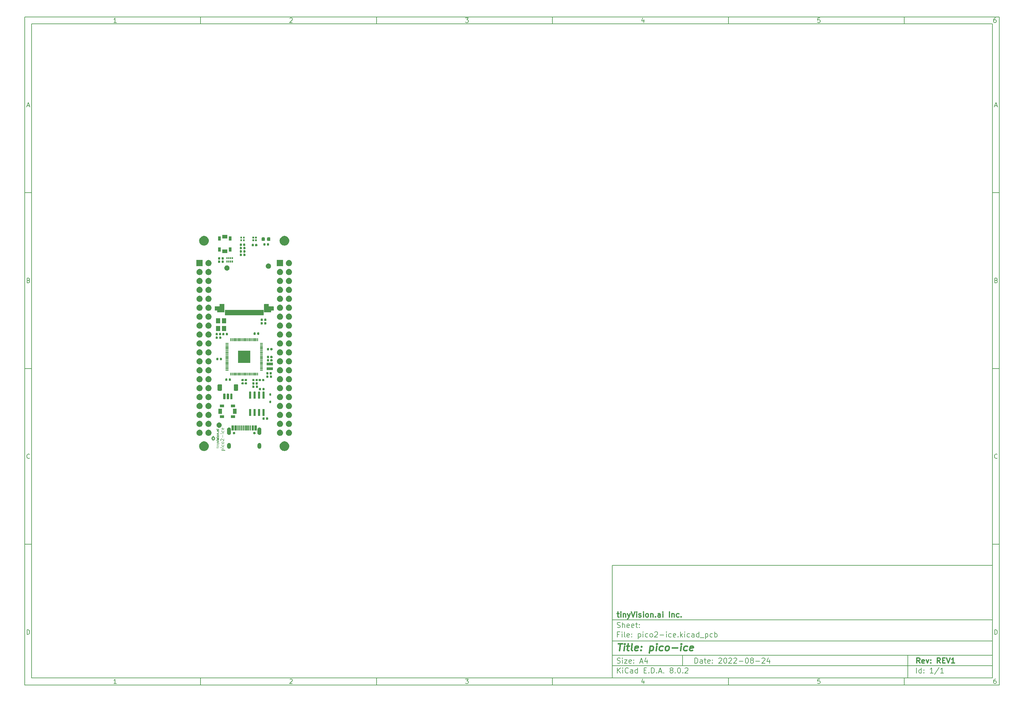
<source format=gbr>
%TF.GenerationSoftware,KiCad,Pcbnew,8.0.2*%
%TF.CreationDate,2024-10-27T15:33:14-07:00*%
%TF.ProjectId,pico2-ice,7069636f-322d-4696-9365-2e6b69636164,REV1*%
%TF.SameCoordinates,Original*%
%TF.FileFunction,Soldermask,Top*%
%TF.FilePolarity,Negative*%
%FSLAX46Y46*%
G04 Gerber Fmt 4.6, Leading zero omitted, Abs format (unit mm)*
G04 Created by KiCad (PCBNEW 8.0.2) date 2024-10-27 15:33:14*
%MOMM*%
%LPD*%
G01*
G04 APERTURE LIST*
%ADD10C,0.100000*%
%ADD11C,0.150000*%
%ADD12C,0.300000*%
%ADD13C,0.400000*%
G04 APERTURE END LIST*
D10*
D11*
X177002200Y-166007200D02*
X285002200Y-166007200D01*
X285002200Y-198007200D01*
X177002200Y-198007200D01*
X177002200Y-166007200D01*
D10*
D11*
X10000000Y-10000000D02*
X287002200Y-10000000D01*
X287002200Y-200007200D01*
X10000000Y-200007200D01*
X10000000Y-10000000D01*
D10*
D11*
X12000000Y-12000000D02*
X285002200Y-12000000D01*
X285002200Y-198007200D01*
X12000000Y-198007200D01*
X12000000Y-12000000D01*
D10*
D11*
X60000000Y-12000000D02*
X60000000Y-10000000D01*
D10*
D11*
X110000000Y-12000000D02*
X110000000Y-10000000D01*
D10*
D11*
X160000000Y-12000000D02*
X160000000Y-10000000D01*
D10*
D11*
X210000000Y-12000000D02*
X210000000Y-10000000D01*
D10*
D11*
X260000000Y-12000000D02*
X260000000Y-10000000D01*
D10*
D11*
X36089160Y-11593604D02*
X35346303Y-11593604D01*
X35717731Y-11593604D02*
X35717731Y-10293604D01*
X35717731Y-10293604D02*
X35593922Y-10479319D01*
X35593922Y-10479319D02*
X35470112Y-10603128D01*
X35470112Y-10603128D02*
X35346303Y-10665033D01*
D10*
D11*
X85346303Y-10417414D02*
X85408207Y-10355509D01*
X85408207Y-10355509D02*
X85532017Y-10293604D01*
X85532017Y-10293604D02*
X85841541Y-10293604D01*
X85841541Y-10293604D02*
X85965350Y-10355509D01*
X85965350Y-10355509D02*
X86027255Y-10417414D01*
X86027255Y-10417414D02*
X86089160Y-10541223D01*
X86089160Y-10541223D02*
X86089160Y-10665033D01*
X86089160Y-10665033D02*
X86027255Y-10850747D01*
X86027255Y-10850747D02*
X85284398Y-11593604D01*
X85284398Y-11593604D02*
X86089160Y-11593604D01*
D10*
D11*
X135284398Y-10293604D02*
X136089160Y-10293604D01*
X136089160Y-10293604D02*
X135655826Y-10788842D01*
X135655826Y-10788842D02*
X135841541Y-10788842D01*
X135841541Y-10788842D02*
X135965350Y-10850747D01*
X135965350Y-10850747D02*
X136027255Y-10912652D01*
X136027255Y-10912652D02*
X136089160Y-11036461D01*
X136089160Y-11036461D02*
X136089160Y-11345985D01*
X136089160Y-11345985D02*
X136027255Y-11469795D01*
X136027255Y-11469795D02*
X135965350Y-11531700D01*
X135965350Y-11531700D02*
X135841541Y-11593604D01*
X135841541Y-11593604D02*
X135470112Y-11593604D01*
X135470112Y-11593604D02*
X135346303Y-11531700D01*
X135346303Y-11531700D02*
X135284398Y-11469795D01*
D10*
D11*
X185965350Y-10726938D02*
X185965350Y-11593604D01*
X185655826Y-10231700D02*
X185346303Y-11160271D01*
X185346303Y-11160271D02*
X186151064Y-11160271D01*
D10*
D11*
X236027255Y-10293604D02*
X235408207Y-10293604D01*
X235408207Y-10293604D02*
X235346303Y-10912652D01*
X235346303Y-10912652D02*
X235408207Y-10850747D01*
X235408207Y-10850747D02*
X235532017Y-10788842D01*
X235532017Y-10788842D02*
X235841541Y-10788842D01*
X235841541Y-10788842D02*
X235965350Y-10850747D01*
X235965350Y-10850747D02*
X236027255Y-10912652D01*
X236027255Y-10912652D02*
X236089160Y-11036461D01*
X236089160Y-11036461D02*
X236089160Y-11345985D01*
X236089160Y-11345985D02*
X236027255Y-11469795D01*
X236027255Y-11469795D02*
X235965350Y-11531700D01*
X235965350Y-11531700D02*
X235841541Y-11593604D01*
X235841541Y-11593604D02*
X235532017Y-11593604D01*
X235532017Y-11593604D02*
X235408207Y-11531700D01*
X235408207Y-11531700D02*
X235346303Y-11469795D01*
D10*
D11*
X285965350Y-10293604D02*
X285717731Y-10293604D01*
X285717731Y-10293604D02*
X285593922Y-10355509D01*
X285593922Y-10355509D02*
X285532017Y-10417414D01*
X285532017Y-10417414D02*
X285408207Y-10603128D01*
X285408207Y-10603128D02*
X285346303Y-10850747D01*
X285346303Y-10850747D02*
X285346303Y-11345985D01*
X285346303Y-11345985D02*
X285408207Y-11469795D01*
X285408207Y-11469795D02*
X285470112Y-11531700D01*
X285470112Y-11531700D02*
X285593922Y-11593604D01*
X285593922Y-11593604D02*
X285841541Y-11593604D01*
X285841541Y-11593604D02*
X285965350Y-11531700D01*
X285965350Y-11531700D02*
X286027255Y-11469795D01*
X286027255Y-11469795D02*
X286089160Y-11345985D01*
X286089160Y-11345985D02*
X286089160Y-11036461D01*
X286089160Y-11036461D02*
X286027255Y-10912652D01*
X286027255Y-10912652D02*
X285965350Y-10850747D01*
X285965350Y-10850747D02*
X285841541Y-10788842D01*
X285841541Y-10788842D02*
X285593922Y-10788842D01*
X285593922Y-10788842D02*
X285470112Y-10850747D01*
X285470112Y-10850747D02*
X285408207Y-10912652D01*
X285408207Y-10912652D02*
X285346303Y-11036461D01*
D10*
D11*
X60000000Y-198007200D02*
X60000000Y-200007200D01*
D10*
D11*
X110000000Y-198007200D02*
X110000000Y-200007200D01*
D10*
D11*
X160000000Y-198007200D02*
X160000000Y-200007200D01*
D10*
D11*
X210000000Y-198007200D02*
X210000000Y-200007200D01*
D10*
D11*
X260000000Y-198007200D02*
X260000000Y-200007200D01*
D10*
D11*
X36089160Y-199600804D02*
X35346303Y-199600804D01*
X35717731Y-199600804D02*
X35717731Y-198300804D01*
X35717731Y-198300804D02*
X35593922Y-198486519D01*
X35593922Y-198486519D02*
X35470112Y-198610328D01*
X35470112Y-198610328D02*
X35346303Y-198672233D01*
D10*
D11*
X85346303Y-198424614D02*
X85408207Y-198362709D01*
X85408207Y-198362709D02*
X85532017Y-198300804D01*
X85532017Y-198300804D02*
X85841541Y-198300804D01*
X85841541Y-198300804D02*
X85965350Y-198362709D01*
X85965350Y-198362709D02*
X86027255Y-198424614D01*
X86027255Y-198424614D02*
X86089160Y-198548423D01*
X86089160Y-198548423D02*
X86089160Y-198672233D01*
X86089160Y-198672233D02*
X86027255Y-198857947D01*
X86027255Y-198857947D02*
X85284398Y-199600804D01*
X85284398Y-199600804D02*
X86089160Y-199600804D01*
D10*
D11*
X135284398Y-198300804D02*
X136089160Y-198300804D01*
X136089160Y-198300804D02*
X135655826Y-198796042D01*
X135655826Y-198796042D02*
X135841541Y-198796042D01*
X135841541Y-198796042D02*
X135965350Y-198857947D01*
X135965350Y-198857947D02*
X136027255Y-198919852D01*
X136027255Y-198919852D02*
X136089160Y-199043661D01*
X136089160Y-199043661D02*
X136089160Y-199353185D01*
X136089160Y-199353185D02*
X136027255Y-199476995D01*
X136027255Y-199476995D02*
X135965350Y-199538900D01*
X135965350Y-199538900D02*
X135841541Y-199600804D01*
X135841541Y-199600804D02*
X135470112Y-199600804D01*
X135470112Y-199600804D02*
X135346303Y-199538900D01*
X135346303Y-199538900D02*
X135284398Y-199476995D01*
D10*
D11*
X185965350Y-198734138D02*
X185965350Y-199600804D01*
X185655826Y-198238900D02*
X185346303Y-199167471D01*
X185346303Y-199167471D02*
X186151064Y-199167471D01*
D10*
D11*
X236027255Y-198300804D02*
X235408207Y-198300804D01*
X235408207Y-198300804D02*
X235346303Y-198919852D01*
X235346303Y-198919852D02*
X235408207Y-198857947D01*
X235408207Y-198857947D02*
X235532017Y-198796042D01*
X235532017Y-198796042D02*
X235841541Y-198796042D01*
X235841541Y-198796042D02*
X235965350Y-198857947D01*
X235965350Y-198857947D02*
X236027255Y-198919852D01*
X236027255Y-198919852D02*
X236089160Y-199043661D01*
X236089160Y-199043661D02*
X236089160Y-199353185D01*
X236089160Y-199353185D02*
X236027255Y-199476995D01*
X236027255Y-199476995D02*
X235965350Y-199538900D01*
X235965350Y-199538900D02*
X235841541Y-199600804D01*
X235841541Y-199600804D02*
X235532017Y-199600804D01*
X235532017Y-199600804D02*
X235408207Y-199538900D01*
X235408207Y-199538900D02*
X235346303Y-199476995D01*
D10*
D11*
X285965350Y-198300804D02*
X285717731Y-198300804D01*
X285717731Y-198300804D02*
X285593922Y-198362709D01*
X285593922Y-198362709D02*
X285532017Y-198424614D01*
X285532017Y-198424614D02*
X285408207Y-198610328D01*
X285408207Y-198610328D02*
X285346303Y-198857947D01*
X285346303Y-198857947D02*
X285346303Y-199353185D01*
X285346303Y-199353185D02*
X285408207Y-199476995D01*
X285408207Y-199476995D02*
X285470112Y-199538900D01*
X285470112Y-199538900D02*
X285593922Y-199600804D01*
X285593922Y-199600804D02*
X285841541Y-199600804D01*
X285841541Y-199600804D02*
X285965350Y-199538900D01*
X285965350Y-199538900D02*
X286027255Y-199476995D01*
X286027255Y-199476995D02*
X286089160Y-199353185D01*
X286089160Y-199353185D02*
X286089160Y-199043661D01*
X286089160Y-199043661D02*
X286027255Y-198919852D01*
X286027255Y-198919852D02*
X285965350Y-198857947D01*
X285965350Y-198857947D02*
X285841541Y-198796042D01*
X285841541Y-198796042D02*
X285593922Y-198796042D01*
X285593922Y-198796042D02*
X285470112Y-198857947D01*
X285470112Y-198857947D02*
X285408207Y-198919852D01*
X285408207Y-198919852D02*
X285346303Y-199043661D01*
D10*
D11*
X10000000Y-60000000D02*
X12000000Y-60000000D01*
D10*
D11*
X10000000Y-110000000D02*
X12000000Y-110000000D01*
D10*
D11*
X10000000Y-160000000D02*
X12000000Y-160000000D01*
D10*
D11*
X10690476Y-35222176D02*
X11309523Y-35222176D01*
X10566666Y-35593604D02*
X10999999Y-34293604D01*
X10999999Y-34293604D02*
X11433333Y-35593604D01*
D10*
D11*
X11092857Y-84912652D02*
X11278571Y-84974557D01*
X11278571Y-84974557D02*
X11340476Y-85036461D01*
X11340476Y-85036461D02*
X11402380Y-85160271D01*
X11402380Y-85160271D02*
X11402380Y-85345985D01*
X11402380Y-85345985D02*
X11340476Y-85469795D01*
X11340476Y-85469795D02*
X11278571Y-85531700D01*
X11278571Y-85531700D02*
X11154761Y-85593604D01*
X11154761Y-85593604D02*
X10659523Y-85593604D01*
X10659523Y-85593604D02*
X10659523Y-84293604D01*
X10659523Y-84293604D02*
X11092857Y-84293604D01*
X11092857Y-84293604D02*
X11216666Y-84355509D01*
X11216666Y-84355509D02*
X11278571Y-84417414D01*
X11278571Y-84417414D02*
X11340476Y-84541223D01*
X11340476Y-84541223D02*
X11340476Y-84665033D01*
X11340476Y-84665033D02*
X11278571Y-84788842D01*
X11278571Y-84788842D02*
X11216666Y-84850747D01*
X11216666Y-84850747D02*
X11092857Y-84912652D01*
X11092857Y-84912652D02*
X10659523Y-84912652D01*
D10*
D11*
X11402380Y-135469795D02*
X11340476Y-135531700D01*
X11340476Y-135531700D02*
X11154761Y-135593604D01*
X11154761Y-135593604D02*
X11030952Y-135593604D01*
X11030952Y-135593604D02*
X10845238Y-135531700D01*
X10845238Y-135531700D02*
X10721428Y-135407890D01*
X10721428Y-135407890D02*
X10659523Y-135284080D01*
X10659523Y-135284080D02*
X10597619Y-135036461D01*
X10597619Y-135036461D02*
X10597619Y-134850747D01*
X10597619Y-134850747D02*
X10659523Y-134603128D01*
X10659523Y-134603128D02*
X10721428Y-134479319D01*
X10721428Y-134479319D02*
X10845238Y-134355509D01*
X10845238Y-134355509D02*
X11030952Y-134293604D01*
X11030952Y-134293604D02*
X11154761Y-134293604D01*
X11154761Y-134293604D02*
X11340476Y-134355509D01*
X11340476Y-134355509D02*
X11402380Y-134417414D01*
D10*
D11*
X10659523Y-185593604D02*
X10659523Y-184293604D01*
X10659523Y-184293604D02*
X10969047Y-184293604D01*
X10969047Y-184293604D02*
X11154761Y-184355509D01*
X11154761Y-184355509D02*
X11278571Y-184479319D01*
X11278571Y-184479319D02*
X11340476Y-184603128D01*
X11340476Y-184603128D02*
X11402380Y-184850747D01*
X11402380Y-184850747D02*
X11402380Y-185036461D01*
X11402380Y-185036461D02*
X11340476Y-185284080D01*
X11340476Y-185284080D02*
X11278571Y-185407890D01*
X11278571Y-185407890D02*
X11154761Y-185531700D01*
X11154761Y-185531700D02*
X10969047Y-185593604D01*
X10969047Y-185593604D02*
X10659523Y-185593604D01*
D10*
D11*
X287002200Y-60000000D02*
X285002200Y-60000000D01*
D10*
D11*
X287002200Y-110000000D02*
X285002200Y-110000000D01*
D10*
D11*
X287002200Y-160000000D02*
X285002200Y-160000000D01*
D10*
D11*
X285692676Y-35222176D02*
X286311723Y-35222176D01*
X285568866Y-35593604D02*
X286002199Y-34293604D01*
X286002199Y-34293604D02*
X286435533Y-35593604D01*
D10*
D11*
X286095057Y-84912652D02*
X286280771Y-84974557D01*
X286280771Y-84974557D02*
X286342676Y-85036461D01*
X286342676Y-85036461D02*
X286404580Y-85160271D01*
X286404580Y-85160271D02*
X286404580Y-85345985D01*
X286404580Y-85345985D02*
X286342676Y-85469795D01*
X286342676Y-85469795D02*
X286280771Y-85531700D01*
X286280771Y-85531700D02*
X286156961Y-85593604D01*
X286156961Y-85593604D02*
X285661723Y-85593604D01*
X285661723Y-85593604D02*
X285661723Y-84293604D01*
X285661723Y-84293604D02*
X286095057Y-84293604D01*
X286095057Y-84293604D02*
X286218866Y-84355509D01*
X286218866Y-84355509D02*
X286280771Y-84417414D01*
X286280771Y-84417414D02*
X286342676Y-84541223D01*
X286342676Y-84541223D02*
X286342676Y-84665033D01*
X286342676Y-84665033D02*
X286280771Y-84788842D01*
X286280771Y-84788842D02*
X286218866Y-84850747D01*
X286218866Y-84850747D02*
X286095057Y-84912652D01*
X286095057Y-84912652D02*
X285661723Y-84912652D01*
D10*
D11*
X286404580Y-135469795D02*
X286342676Y-135531700D01*
X286342676Y-135531700D02*
X286156961Y-135593604D01*
X286156961Y-135593604D02*
X286033152Y-135593604D01*
X286033152Y-135593604D02*
X285847438Y-135531700D01*
X285847438Y-135531700D02*
X285723628Y-135407890D01*
X285723628Y-135407890D02*
X285661723Y-135284080D01*
X285661723Y-135284080D02*
X285599819Y-135036461D01*
X285599819Y-135036461D02*
X285599819Y-134850747D01*
X285599819Y-134850747D02*
X285661723Y-134603128D01*
X285661723Y-134603128D02*
X285723628Y-134479319D01*
X285723628Y-134479319D02*
X285847438Y-134355509D01*
X285847438Y-134355509D02*
X286033152Y-134293604D01*
X286033152Y-134293604D02*
X286156961Y-134293604D01*
X286156961Y-134293604D02*
X286342676Y-134355509D01*
X286342676Y-134355509D02*
X286404580Y-134417414D01*
D10*
D11*
X285661723Y-185593604D02*
X285661723Y-184293604D01*
X285661723Y-184293604D02*
X285971247Y-184293604D01*
X285971247Y-184293604D02*
X286156961Y-184355509D01*
X286156961Y-184355509D02*
X286280771Y-184479319D01*
X286280771Y-184479319D02*
X286342676Y-184603128D01*
X286342676Y-184603128D02*
X286404580Y-184850747D01*
X286404580Y-184850747D02*
X286404580Y-185036461D01*
X286404580Y-185036461D02*
X286342676Y-185284080D01*
X286342676Y-185284080D02*
X286280771Y-185407890D01*
X286280771Y-185407890D02*
X286156961Y-185531700D01*
X286156961Y-185531700D02*
X285971247Y-185593604D01*
X285971247Y-185593604D02*
X285661723Y-185593604D01*
D10*
D11*
X200458026Y-193793328D02*
X200458026Y-192293328D01*
X200458026Y-192293328D02*
X200815169Y-192293328D01*
X200815169Y-192293328D02*
X201029455Y-192364757D01*
X201029455Y-192364757D02*
X201172312Y-192507614D01*
X201172312Y-192507614D02*
X201243741Y-192650471D01*
X201243741Y-192650471D02*
X201315169Y-192936185D01*
X201315169Y-192936185D02*
X201315169Y-193150471D01*
X201315169Y-193150471D02*
X201243741Y-193436185D01*
X201243741Y-193436185D02*
X201172312Y-193579042D01*
X201172312Y-193579042D02*
X201029455Y-193721900D01*
X201029455Y-193721900D02*
X200815169Y-193793328D01*
X200815169Y-193793328D02*
X200458026Y-193793328D01*
X202600884Y-193793328D02*
X202600884Y-193007614D01*
X202600884Y-193007614D02*
X202529455Y-192864757D01*
X202529455Y-192864757D02*
X202386598Y-192793328D01*
X202386598Y-192793328D02*
X202100884Y-192793328D01*
X202100884Y-192793328D02*
X201958026Y-192864757D01*
X202600884Y-193721900D02*
X202458026Y-193793328D01*
X202458026Y-193793328D02*
X202100884Y-193793328D01*
X202100884Y-193793328D02*
X201958026Y-193721900D01*
X201958026Y-193721900D02*
X201886598Y-193579042D01*
X201886598Y-193579042D02*
X201886598Y-193436185D01*
X201886598Y-193436185D02*
X201958026Y-193293328D01*
X201958026Y-193293328D02*
X202100884Y-193221900D01*
X202100884Y-193221900D02*
X202458026Y-193221900D01*
X202458026Y-193221900D02*
X202600884Y-193150471D01*
X203100884Y-192793328D02*
X203672312Y-192793328D01*
X203315169Y-192293328D02*
X203315169Y-193579042D01*
X203315169Y-193579042D02*
X203386598Y-193721900D01*
X203386598Y-193721900D02*
X203529455Y-193793328D01*
X203529455Y-193793328D02*
X203672312Y-193793328D01*
X204743741Y-193721900D02*
X204600884Y-193793328D01*
X204600884Y-193793328D02*
X204315170Y-193793328D01*
X204315170Y-193793328D02*
X204172312Y-193721900D01*
X204172312Y-193721900D02*
X204100884Y-193579042D01*
X204100884Y-193579042D02*
X204100884Y-193007614D01*
X204100884Y-193007614D02*
X204172312Y-192864757D01*
X204172312Y-192864757D02*
X204315170Y-192793328D01*
X204315170Y-192793328D02*
X204600884Y-192793328D01*
X204600884Y-192793328D02*
X204743741Y-192864757D01*
X204743741Y-192864757D02*
X204815170Y-193007614D01*
X204815170Y-193007614D02*
X204815170Y-193150471D01*
X204815170Y-193150471D02*
X204100884Y-193293328D01*
X205458026Y-193650471D02*
X205529455Y-193721900D01*
X205529455Y-193721900D02*
X205458026Y-193793328D01*
X205458026Y-193793328D02*
X205386598Y-193721900D01*
X205386598Y-193721900D02*
X205458026Y-193650471D01*
X205458026Y-193650471D02*
X205458026Y-193793328D01*
X205458026Y-192864757D02*
X205529455Y-192936185D01*
X205529455Y-192936185D02*
X205458026Y-193007614D01*
X205458026Y-193007614D02*
X205386598Y-192936185D01*
X205386598Y-192936185D02*
X205458026Y-192864757D01*
X205458026Y-192864757D02*
X205458026Y-193007614D01*
X207243741Y-192436185D02*
X207315169Y-192364757D01*
X207315169Y-192364757D02*
X207458027Y-192293328D01*
X207458027Y-192293328D02*
X207815169Y-192293328D01*
X207815169Y-192293328D02*
X207958027Y-192364757D01*
X207958027Y-192364757D02*
X208029455Y-192436185D01*
X208029455Y-192436185D02*
X208100884Y-192579042D01*
X208100884Y-192579042D02*
X208100884Y-192721900D01*
X208100884Y-192721900D02*
X208029455Y-192936185D01*
X208029455Y-192936185D02*
X207172312Y-193793328D01*
X207172312Y-193793328D02*
X208100884Y-193793328D01*
X209029455Y-192293328D02*
X209172312Y-192293328D01*
X209172312Y-192293328D02*
X209315169Y-192364757D01*
X209315169Y-192364757D02*
X209386598Y-192436185D01*
X209386598Y-192436185D02*
X209458026Y-192579042D01*
X209458026Y-192579042D02*
X209529455Y-192864757D01*
X209529455Y-192864757D02*
X209529455Y-193221900D01*
X209529455Y-193221900D02*
X209458026Y-193507614D01*
X209458026Y-193507614D02*
X209386598Y-193650471D01*
X209386598Y-193650471D02*
X209315169Y-193721900D01*
X209315169Y-193721900D02*
X209172312Y-193793328D01*
X209172312Y-193793328D02*
X209029455Y-193793328D01*
X209029455Y-193793328D02*
X208886598Y-193721900D01*
X208886598Y-193721900D02*
X208815169Y-193650471D01*
X208815169Y-193650471D02*
X208743740Y-193507614D01*
X208743740Y-193507614D02*
X208672312Y-193221900D01*
X208672312Y-193221900D02*
X208672312Y-192864757D01*
X208672312Y-192864757D02*
X208743740Y-192579042D01*
X208743740Y-192579042D02*
X208815169Y-192436185D01*
X208815169Y-192436185D02*
X208886598Y-192364757D01*
X208886598Y-192364757D02*
X209029455Y-192293328D01*
X210100883Y-192436185D02*
X210172311Y-192364757D01*
X210172311Y-192364757D02*
X210315169Y-192293328D01*
X210315169Y-192293328D02*
X210672311Y-192293328D01*
X210672311Y-192293328D02*
X210815169Y-192364757D01*
X210815169Y-192364757D02*
X210886597Y-192436185D01*
X210886597Y-192436185D02*
X210958026Y-192579042D01*
X210958026Y-192579042D02*
X210958026Y-192721900D01*
X210958026Y-192721900D02*
X210886597Y-192936185D01*
X210886597Y-192936185D02*
X210029454Y-193793328D01*
X210029454Y-193793328D02*
X210958026Y-193793328D01*
X211529454Y-192436185D02*
X211600882Y-192364757D01*
X211600882Y-192364757D02*
X211743740Y-192293328D01*
X211743740Y-192293328D02*
X212100882Y-192293328D01*
X212100882Y-192293328D02*
X212243740Y-192364757D01*
X212243740Y-192364757D02*
X212315168Y-192436185D01*
X212315168Y-192436185D02*
X212386597Y-192579042D01*
X212386597Y-192579042D02*
X212386597Y-192721900D01*
X212386597Y-192721900D02*
X212315168Y-192936185D01*
X212315168Y-192936185D02*
X211458025Y-193793328D01*
X211458025Y-193793328D02*
X212386597Y-193793328D01*
X213029453Y-193221900D02*
X214172311Y-193221900D01*
X215172311Y-192293328D02*
X215315168Y-192293328D01*
X215315168Y-192293328D02*
X215458025Y-192364757D01*
X215458025Y-192364757D02*
X215529454Y-192436185D01*
X215529454Y-192436185D02*
X215600882Y-192579042D01*
X215600882Y-192579042D02*
X215672311Y-192864757D01*
X215672311Y-192864757D02*
X215672311Y-193221900D01*
X215672311Y-193221900D02*
X215600882Y-193507614D01*
X215600882Y-193507614D02*
X215529454Y-193650471D01*
X215529454Y-193650471D02*
X215458025Y-193721900D01*
X215458025Y-193721900D02*
X215315168Y-193793328D01*
X215315168Y-193793328D02*
X215172311Y-193793328D01*
X215172311Y-193793328D02*
X215029454Y-193721900D01*
X215029454Y-193721900D02*
X214958025Y-193650471D01*
X214958025Y-193650471D02*
X214886596Y-193507614D01*
X214886596Y-193507614D02*
X214815168Y-193221900D01*
X214815168Y-193221900D02*
X214815168Y-192864757D01*
X214815168Y-192864757D02*
X214886596Y-192579042D01*
X214886596Y-192579042D02*
X214958025Y-192436185D01*
X214958025Y-192436185D02*
X215029454Y-192364757D01*
X215029454Y-192364757D02*
X215172311Y-192293328D01*
X216529453Y-192936185D02*
X216386596Y-192864757D01*
X216386596Y-192864757D02*
X216315167Y-192793328D01*
X216315167Y-192793328D02*
X216243739Y-192650471D01*
X216243739Y-192650471D02*
X216243739Y-192579042D01*
X216243739Y-192579042D02*
X216315167Y-192436185D01*
X216315167Y-192436185D02*
X216386596Y-192364757D01*
X216386596Y-192364757D02*
X216529453Y-192293328D01*
X216529453Y-192293328D02*
X216815167Y-192293328D01*
X216815167Y-192293328D02*
X216958025Y-192364757D01*
X216958025Y-192364757D02*
X217029453Y-192436185D01*
X217029453Y-192436185D02*
X217100882Y-192579042D01*
X217100882Y-192579042D02*
X217100882Y-192650471D01*
X217100882Y-192650471D02*
X217029453Y-192793328D01*
X217029453Y-192793328D02*
X216958025Y-192864757D01*
X216958025Y-192864757D02*
X216815167Y-192936185D01*
X216815167Y-192936185D02*
X216529453Y-192936185D01*
X216529453Y-192936185D02*
X216386596Y-193007614D01*
X216386596Y-193007614D02*
X216315167Y-193079042D01*
X216315167Y-193079042D02*
X216243739Y-193221900D01*
X216243739Y-193221900D02*
X216243739Y-193507614D01*
X216243739Y-193507614D02*
X216315167Y-193650471D01*
X216315167Y-193650471D02*
X216386596Y-193721900D01*
X216386596Y-193721900D02*
X216529453Y-193793328D01*
X216529453Y-193793328D02*
X216815167Y-193793328D01*
X216815167Y-193793328D02*
X216958025Y-193721900D01*
X216958025Y-193721900D02*
X217029453Y-193650471D01*
X217029453Y-193650471D02*
X217100882Y-193507614D01*
X217100882Y-193507614D02*
X217100882Y-193221900D01*
X217100882Y-193221900D02*
X217029453Y-193079042D01*
X217029453Y-193079042D02*
X216958025Y-193007614D01*
X216958025Y-193007614D02*
X216815167Y-192936185D01*
X217743738Y-193221900D02*
X218886596Y-193221900D01*
X219529453Y-192436185D02*
X219600881Y-192364757D01*
X219600881Y-192364757D02*
X219743739Y-192293328D01*
X219743739Y-192293328D02*
X220100881Y-192293328D01*
X220100881Y-192293328D02*
X220243739Y-192364757D01*
X220243739Y-192364757D02*
X220315167Y-192436185D01*
X220315167Y-192436185D02*
X220386596Y-192579042D01*
X220386596Y-192579042D02*
X220386596Y-192721900D01*
X220386596Y-192721900D02*
X220315167Y-192936185D01*
X220315167Y-192936185D02*
X219458024Y-193793328D01*
X219458024Y-193793328D02*
X220386596Y-193793328D01*
X221672310Y-192793328D02*
X221672310Y-193793328D01*
X221315167Y-192221900D02*
X220958024Y-193293328D01*
X220958024Y-193293328D02*
X221886595Y-193293328D01*
D10*
D11*
X177002200Y-194507200D02*
X285002200Y-194507200D01*
D10*
D11*
X178458026Y-196593328D02*
X178458026Y-195093328D01*
X179315169Y-196593328D02*
X178672312Y-195736185D01*
X179315169Y-195093328D02*
X178458026Y-195950471D01*
X179958026Y-196593328D02*
X179958026Y-195593328D01*
X179958026Y-195093328D02*
X179886598Y-195164757D01*
X179886598Y-195164757D02*
X179958026Y-195236185D01*
X179958026Y-195236185D02*
X180029455Y-195164757D01*
X180029455Y-195164757D02*
X179958026Y-195093328D01*
X179958026Y-195093328D02*
X179958026Y-195236185D01*
X181529455Y-196450471D02*
X181458027Y-196521900D01*
X181458027Y-196521900D02*
X181243741Y-196593328D01*
X181243741Y-196593328D02*
X181100884Y-196593328D01*
X181100884Y-196593328D02*
X180886598Y-196521900D01*
X180886598Y-196521900D02*
X180743741Y-196379042D01*
X180743741Y-196379042D02*
X180672312Y-196236185D01*
X180672312Y-196236185D02*
X180600884Y-195950471D01*
X180600884Y-195950471D02*
X180600884Y-195736185D01*
X180600884Y-195736185D02*
X180672312Y-195450471D01*
X180672312Y-195450471D02*
X180743741Y-195307614D01*
X180743741Y-195307614D02*
X180886598Y-195164757D01*
X180886598Y-195164757D02*
X181100884Y-195093328D01*
X181100884Y-195093328D02*
X181243741Y-195093328D01*
X181243741Y-195093328D02*
X181458027Y-195164757D01*
X181458027Y-195164757D02*
X181529455Y-195236185D01*
X182815170Y-196593328D02*
X182815170Y-195807614D01*
X182815170Y-195807614D02*
X182743741Y-195664757D01*
X182743741Y-195664757D02*
X182600884Y-195593328D01*
X182600884Y-195593328D02*
X182315170Y-195593328D01*
X182315170Y-195593328D02*
X182172312Y-195664757D01*
X182815170Y-196521900D02*
X182672312Y-196593328D01*
X182672312Y-196593328D02*
X182315170Y-196593328D01*
X182315170Y-196593328D02*
X182172312Y-196521900D01*
X182172312Y-196521900D02*
X182100884Y-196379042D01*
X182100884Y-196379042D02*
X182100884Y-196236185D01*
X182100884Y-196236185D02*
X182172312Y-196093328D01*
X182172312Y-196093328D02*
X182315170Y-196021900D01*
X182315170Y-196021900D02*
X182672312Y-196021900D01*
X182672312Y-196021900D02*
X182815170Y-195950471D01*
X184172313Y-196593328D02*
X184172313Y-195093328D01*
X184172313Y-196521900D02*
X184029455Y-196593328D01*
X184029455Y-196593328D02*
X183743741Y-196593328D01*
X183743741Y-196593328D02*
X183600884Y-196521900D01*
X183600884Y-196521900D02*
X183529455Y-196450471D01*
X183529455Y-196450471D02*
X183458027Y-196307614D01*
X183458027Y-196307614D02*
X183458027Y-195879042D01*
X183458027Y-195879042D02*
X183529455Y-195736185D01*
X183529455Y-195736185D02*
X183600884Y-195664757D01*
X183600884Y-195664757D02*
X183743741Y-195593328D01*
X183743741Y-195593328D02*
X184029455Y-195593328D01*
X184029455Y-195593328D02*
X184172313Y-195664757D01*
X186029455Y-195807614D02*
X186529455Y-195807614D01*
X186743741Y-196593328D02*
X186029455Y-196593328D01*
X186029455Y-196593328D02*
X186029455Y-195093328D01*
X186029455Y-195093328D02*
X186743741Y-195093328D01*
X187386598Y-196450471D02*
X187458027Y-196521900D01*
X187458027Y-196521900D02*
X187386598Y-196593328D01*
X187386598Y-196593328D02*
X187315170Y-196521900D01*
X187315170Y-196521900D02*
X187386598Y-196450471D01*
X187386598Y-196450471D02*
X187386598Y-196593328D01*
X188100884Y-196593328D02*
X188100884Y-195093328D01*
X188100884Y-195093328D02*
X188458027Y-195093328D01*
X188458027Y-195093328D02*
X188672313Y-195164757D01*
X188672313Y-195164757D02*
X188815170Y-195307614D01*
X188815170Y-195307614D02*
X188886599Y-195450471D01*
X188886599Y-195450471D02*
X188958027Y-195736185D01*
X188958027Y-195736185D02*
X188958027Y-195950471D01*
X188958027Y-195950471D02*
X188886599Y-196236185D01*
X188886599Y-196236185D02*
X188815170Y-196379042D01*
X188815170Y-196379042D02*
X188672313Y-196521900D01*
X188672313Y-196521900D02*
X188458027Y-196593328D01*
X188458027Y-196593328D02*
X188100884Y-196593328D01*
X189600884Y-196450471D02*
X189672313Y-196521900D01*
X189672313Y-196521900D02*
X189600884Y-196593328D01*
X189600884Y-196593328D02*
X189529456Y-196521900D01*
X189529456Y-196521900D02*
X189600884Y-196450471D01*
X189600884Y-196450471D02*
X189600884Y-196593328D01*
X190243742Y-196164757D02*
X190958028Y-196164757D01*
X190100885Y-196593328D02*
X190600885Y-195093328D01*
X190600885Y-195093328D02*
X191100885Y-196593328D01*
X191600884Y-196450471D02*
X191672313Y-196521900D01*
X191672313Y-196521900D02*
X191600884Y-196593328D01*
X191600884Y-196593328D02*
X191529456Y-196521900D01*
X191529456Y-196521900D02*
X191600884Y-196450471D01*
X191600884Y-196450471D02*
X191600884Y-196593328D01*
X193672313Y-195736185D02*
X193529456Y-195664757D01*
X193529456Y-195664757D02*
X193458027Y-195593328D01*
X193458027Y-195593328D02*
X193386599Y-195450471D01*
X193386599Y-195450471D02*
X193386599Y-195379042D01*
X193386599Y-195379042D02*
X193458027Y-195236185D01*
X193458027Y-195236185D02*
X193529456Y-195164757D01*
X193529456Y-195164757D02*
X193672313Y-195093328D01*
X193672313Y-195093328D02*
X193958027Y-195093328D01*
X193958027Y-195093328D02*
X194100885Y-195164757D01*
X194100885Y-195164757D02*
X194172313Y-195236185D01*
X194172313Y-195236185D02*
X194243742Y-195379042D01*
X194243742Y-195379042D02*
X194243742Y-195450471D01*
X194243742Y-195450471D02*
X194172313Y-195593328D01*
X194172313Y-195593328D02*
X194100885Y-195664757D01*
X194100885Y-195664757D02*
X193958027Y-195736185D01*
X193958027Y-195736185D02*
X193672313Y-195736185D01*
X193672313Y-195736185D02*
X193529456Y-195807614D01*
X193529456Y-195807614D02*
X193458027Y-195879042D01*
X193458027Y-195879042D02*
X193386599Y-196021900D01*
X193386599Y-196021900D02*
X193386599Y-196307614D01*
X193386599Y-196307614D02*
X193458027Y-196450471D01*
X193458027Y-196450471D02*
X193529456Y-196521900D01*
X193529456Y-196521900D02*
X193672313Y-196593328D01*
X193672313Y-196593328D02*
X193958027Y-196593328D01*
X193958027Y-196593328D02*
X194100885Y-196521900D01*
X194100885Y-196521900D02*
X194172313Y-196450471D01*
X194172313Y-196450471D02*
X194243742Y-196307614D01*
X194243742Y-196307614D02*
X194243742Y-196021900D01*
X194243742Y-196021900D02*
X194172313Y-195879042D01*
X194172313Y-195879042D02*
X194100885Y-195807614D01*
X194100885Y-195807614D02*
X193958027Y-195736185D01*
X194886598Y-196450471D02*
X194958027Y-196521900D01*
X194958027Y-196521900D02*
X194886598Y-196593328D01*
X194886598Y-196593328D02*
X194815170Y-196521900D01*
X194815170Y-196521900D02*
X194886598Y-196450471D01*
X194886598Y-196450471D02*
X194886598Y-196593328D01*
X195886599Y-195093328D02*
X196029456Y-195093328D01*
X196029456Y-195093328D02*
X196172313Y-195164757D01*
X196172313Y-195164757D02*
X196243742Y-195236185D01*
X196243742Y-195236185D02*
X196315170Y-195379042D01*
X196315170Y-195379042D02*
X196386599Y-195664757D01*
X196386599Y-195664757D02*
X196386599Y-196021900D01*
X196386599Y-196021900D02*
X196315170Y-196307614D01*
X196315170Y-196307614D02*
X196243742Y-196450471D01*
X196243742Y-196450471D02*
X196172313Y-196521900D01*
X196172313Y-196521900D02*
X196029456Y-196593328D01*
X196029456Y-196593328D02*
X195886599Y-196593328D01*
X195886599Y-196593328D02*
X195743742Y-196521900D01*
X195743742Y-196521900D02*
X195672313Y-196450471D01*
X195672313Y-196450471D02*
X195600884Y-196307614D01*
X195600884Y-196307614D02*
X195529456Y-196021900D01*
X195529456Y-196021900D02*
X195529456Y-195664757D01*
X195529456Y-195664757D02*
X195600884Y-195379042D01*
X195600884Y-195379042D02*
X195672313Y-195236185D01*
X195672313Y-195236185D02*
X195743742Y-195164757D01*
X195743742Y-195164757D02*
X195886599Y-195093328D01*
X197029455Y-196450471D02*
X197100884Y-196521900D01*
X197100884Y-196521900D02*
X197029455Y-196593328D01*
X197029455Y-196593328D02*
X196958027Y-196521900D01*
X196958027Y-196521900D02*
X197029455Y-196450471D01*
X197029455Y-196450471D02*
X197029455Y-196593328D01*
X197672313Y-195236185D02*
X197743741Y-195164757D01*
X197743741Y-195164757D02*
X197886599Y-195093328D01*
X197886599Y-195093328D02*
X198243741Y-195093328D01*
X198243741Y-195093328D02*
X198386599Y-195164757D01*
X198386599Y-195164757D02*
X198458027Y-195236185D01*
X198458027Y-195236185D02*
X198529456Y-195379042D01*
X198529456Y-195379042D02*
X198529456Y-195521900D01*
X198529456Y-195521900D02*
X198458027Y-195736185D01*
X198458027Y-195736185D02*
X197600884Y-196593328D01*
X197600884Y-196593328D02*
X198529456Y-196593328D01*
D10*
D11*
X177002200Y-191507200D02*
X285002200Y-191507200D01*
D10*
D12*
X264413853Y-193785528D02*
X263913853Y-193071242D01*
X263556710Y-193785528D02*
X263556710Y-192285528D01*
X263556710Y-192285528D02*
X264128139Y-192285528D01*
X264128139Y-192285528D02*
X264270996Y-192356957D01*
X264270996Y-192356957D02*
X264342425Y-192428385D01*
X264342425Y-192428385D02*
X264413853Y-192571242D01*
X264413853Y-192571242D02*
X264413853Y-192785528D01*
X264413853Y-192785528D02*
X264342425Y-192928385D01*
X264342425Y-192928385D02*
X264270996Y-192999814D01*
X264270996Y-192999814D02*
X264128139Y-193071242D01*
X264128139Y-193071242D02*
X263556710Y-193071242D01*
X265628139Y-193714100D02*
X265485282Y-193785528D01*
X265485282Y-193785528D02*
X265199568Y-193785528D01*
X265199568Y-193785528D02*
X265056710Y-193714100D01*
X265056710Y-193714100D02*
X264985282Y-193571242D01*
X264985282Y-193571242D02*
X264985282Y-192999814D01*
X264985282Y-192999814D02*
X265056710Y-192856957D01*
X265056710Y-192856957D02*
X265199568Y-192785528D01*
X265199568Y-192785528D02*
X265485282Y-192785528D01*
X265485282Y-192785528D02*
X265628139Y-192856957D01*
X265628139Y-192856957D02*
X265699568Y-192999814D01*
X265699568Y-192999814D02*
X265699568Y-193142671D01*
X265699568Y-193142671D02*
X264985282Y-193285528D01*
X266199567Y-192785528D02*
X266556710Y-193785528D01*
X266556710Y-193785528D02*
X266913853Y-192785528D01*
X267485281Y-193642671D02*
X267556710Y-193714100D01*
X267556710Y-193714100D02*
X267485281Y-193785528D01*
X267485281Y-193785528D02*
X267413853Y-193714100D01*
X267413853Y-193714100D02*
X267485281Y-193642671D01*
X267485281Y-193642671D02*
X267485281Y-193785528D01*
X267485281Y-192856957D02*
X267556710Y-192928385D01*
X267556710Y-192928385D02*
X267485281Y-192999814D01*
X267485281Y-192999814D02*
X267413853Y-192928385D01*
X267413853Y-192928385D02*
X267485281Y-192856957D01*
X267485281Y-192856957D02*
X267485281Y-192999814D01*
X270199567Y-193785528D02*
X269699567Y-193071242D01*
X269342424Y-193785528D02*
X269342424Y-192285528D01*
X269342424Y-192285528D02*
X269913853Y-192285528D01*
X269913853Y-192285528D02*
X270056710Y-192356957D01*
X270056710Y-192356957D02*
X270128139Y-192428385D01*
X270128139Y-192428385D02*
X270199567Y-192571242D01*
X270199567Y-192571242D02*
X270199567Y-192785528D01*
X270199567Y-192785528D02*
X270128139Y-192928385D01*
X270128139Y-192928385D02*
X270056710Y-192999814D01*
X270056710Y-192999814D02*
X269913853Y-193071242D01*
X269913853Y-193071242D02*
X269342424Y-193071242D01*
X270842424Y-192999814D02*
X271342424Y-192999814D01*
X271556710Y-193785528D02*
X270842424Y-193785528D01*
X270842424Y-193785528D02*
X270842424Y-192285528D01*
X270842424Y-192285528D02*
X271556710Y-192285528D01*
X271985282Y-192285528D02*
X272485282Y-193785528D01*
X272485282Y-193785528D02*
X272985282Y-192285528D01*
X274270996Y-193785528D02*
X273413853Y-193785528D01*
X273842424Y-193785528D02*
X273842424Y-192285528D01*
X273842424Y-192285528D02*
X273699567Y-192499814D01*
X273699567Y-192499814D02*
X273556710Y-192642671D01*
X273556710Y-192642671D02*
X273413853Y-192714100D01*
D10*
D11*
X178386598Y-193721900D02*
X178600884Y-193793328D01*
X178600884Y-193793328D02*
X178958026Y-193793328D01*
X178958026Y-193793328D02*
X179100884Y-193721900D01*
X179100884Y-193721900D02*
X179172312Y-193650471D01*
X179172312Y-193650471D02*
X179243741Y-193507614D01*
X179243741Y-193507614D02*
X179243741Y-193364757D01*
X179243741Y-193364757D02*
X179172312Y-193221900D01*
X179172312Y-193221900D02*
X179100884Y-193150471D01*
X179100884Y-193150471D02*
X178958026Y-193079042D01*
X178958026Y-193079042D02*
X178672312Y-193007614D01*
X178672312Y-193007614D02*
X178529455Y-192936185D01*
X178529455Y-192936185D02*
X178458026Y-192864757D01*
X178458026Y-192864757D02*
X178386598Y-192721900D01*
X178386598Y-192721900D02*
X178386598Y-192579042D01*
X178386598Y-192579042D02*
X178458026Y-192436185D01*
X178458026Y-192436185D02*
X178529455Y-192364757D01*
X178529455Y-192364757D02*
X178672312Y-192293328D01*
X178672312Y-192293328D02*
X179029455Y-192293328D01*
X179029455Y-192293328D02*
X179243741Y-192364757D01*
X179886597Y-193793328D02*
X179886597Y-192793328D01*
X179886597Y-192293328D02*
X179815169Y-192364757D01*
X179815169Y-192364757D02*
X179886597Y-192436185D01*
X179886597Y-192436185D02*
X179958026Y-192364757D01*
X179958026Y-192364757D02*
X179886597Y-192293328D01*
X179886597Y-192293328D02*
X179886597Y-192436185D01*
X180458026Y-192793328D02*
X181243741Y-192793328D01*
X181243741Y-192793328D02*
X180458026Y-193793328D01*
X180458026Y-193793328D02*
X181243741Y-193793328D01*
X182386598Y-193721900D02*
X182243741Y-193793328D01*
X182243741Y-193793328D02*
X181958027Y-193793328D01*
X181958027Y-193793328D02*
X181815169Y-193721900D01*
X181815169Y-193721900D02*
X181743741Y-193579042D01*
X181743741Y-193579042D02*
X181743741Y-193007614D01*
X181743741Y-193007614D02*
X181815169Y-192864757D01*
X181815169Y-192864757D02*
X181958027Y-192793328D01*
X181958027Y-192793328D02*
X182243741Y-192793328D01*
X182243741Y-192793328D02*
X182386598Y-192864757D01*
X182386598Y-192864757D02*
X182458027Y-193007614D01*
X182458027Y-193007614D02*
X182458027Y-193150471D01*
X182458027Y-193150471D02*
X181743741Y-193293328D01*
X183100883Y-193650471D02*
X183172312Y-193721900D01*
X183172312Y-193721900D02*
X183100883Y-193793328D01*
X183100883Y-193793328D02*
X183029455Y-193721900D01*
X183029455Y-193721900D02*
X183100883Y-193650471D01*
X183100883Y-193650471D02*
X183100883Y-193793328D01*
X183100883Y-192864757D02*
X183172312Y-192936185D01*
X183172312Y-192936185D02*
X183100883Y-193007614D01*
X183100883Y-193007614D02*
X183029455Y-192936185D01*
X183029455Y-192936185D02*
X183100883Y-192864757D01*
X183100883Y-192864757D02*
X183100883Y-193007614D01*
X184886598Y-193364757D02*
X185600884Y-193364757D01*
X184743741Y-193793328D02*
X185243741Y-192293328D01*
X185243741Y-192293328D02*
X185743741Y-193793328D01*
X186886598Y-192793328D02*
X186886598Y-193793328D01*
X186529455Y-192221900D02*
X186172312Y-193293328D01*
X186172312Y-193293328D02*
X187100883Y-193293328D01*
D10*
D11*
X263458026Y-196593328D02*
X263458026Y-195093328D01*
X264815170Y-196593328D02*
X264815170Y-195093328D01*
X264815170Y-196521900D02*
X264672312Y-196593328D01*
X264672312Y-196593328D02*
X264386598Y-196593328D01*
X264386598Y-196593328D02*
X264243741Y-196521900D01*
X264243741Y-196521900D02*
X264172312Y-196450471D01*
X264172312Y-196450471D02*
X264100884Y-196307614D01*
X264100884Y-196307614D02*
X264100884Y-195879042D01*
X264100884Y-195879042D02*
X264172312Y-195736185D01*
X264172312Y-195736185D02*
X264243741Y-195664757D01*
X264243741Y-195664757D02*
X264386598Y-195593328D01*
X264386598Y-195593328D02*
X264672312Y-195593328D01*
X264672312Y-195593328D02*
X264815170Y-195664757D01*
X265529455Y-196450471D02*
X265600884Y-196521900D01*
X265600884Y-196521900D02*
X265529455Y-196593328D01*
X265529455Y-196593328D02*
X265458027Y-196521900D01*
X265458027Y-196521900D02*
X265529455Y-196450471D01*
X265529455Y-196450471D02*
X265529455Y-196593328D01*
X265529455Y-195664757D02*
X265600884Y-195736185D01*
X265600884Y-195736185D02*
X265529455Y-195807614D01*
X265529455Y-195807614D02*
X265458027Y-195736185D01*
X265458027Y-195736185D02*
X265529455Y-195664757D01*
X265529455Y-195664757D02*
X265529455Y-195807614D01*
X268172313Y-196593328D02*
X267315170Y-196593328D01*
X267743741Y-196593328D02*
X267743741Y-195093328D01*
X267743741Y-195093328D02*
X267600884Y-195307614D01*
X267600884Y-195307614D02*
X267458027Y-195450471D01*
X267458027Y-195450471D02*
X267315170Y-195521900D01*
X269886598Y-195021900D02*
X268600884Y-196950471D01*
X271172313Y-196593328D02*
X270315170Y-196593328D01*
X270743741Y-196593328D02*
X270743741Y-195093328D01*
X270743741Y-195093328D02*
X270600884Y-195307614D01*
X270600884Y-195307614D02*
X270458027Y-195450471D01*
X270458027Y-195450471D02*
X270315170Y-195521900D01*
D10*
D11*
X177002200Y-187507200D02*
X285002200Y-187507200D01*
D10*
D13*
X178693928Y-188211638D02*
X179836785Y-188211638D01*
X179015357Y-190211638D02*
X179265357Y-188211638D01*
X180253452Y-190211638D02*
X180420119Y-188878304D01*
X180503452Y-188211638D02*
X180396309Y-188306876D01*
X180396309Y-188306876D02*
X180479643Y-188402114D01*
X180479643Y-188402114D02*
X180586786Y-188306876D01*
X180586786Y-188306876D02*
X180503452Y-188211638D01*
X180503452Y-188211638D02*
X180479643Y-188402114D01*
X181086786Y-188878304D02*
X181848690Y-188878304D01*
X181455833Y-188211638D02*
X181241548Y-189925923D01*
X181241548Y-189925923D02*
X181312976Y-190116400D01*
X181312976Y-190116400D02*
X181491548Y-190211638D01*
X181491548Y-190211638D02*
X181682024Y-190211638D01*
X182634405Y-190211638D02*
X182455833Y-190116400D01*
X182455833Y-190116400D02*
X182384405Y-189925923D01*
X182384405Y-189925923D02*
X182598690Y-188211638D01*
X184170119Y-190116400D02*
X183967738Y-190211638D01*
X183967738Y-190211638D02*
X183586785Y-190211638D01*
X183586785Y-190211638D02*
X183408214Y-190116400D01*
X183408214Y-190116400D02*
X183336785Y-189925923D01*
X183336785Y-189925923D02*
X183432024Y-189164019D01*
X183432024Y-189164019D02*
X183551071Y-188973542D01*
X183551071Y-188973542D02*
X183753452Y-188878304D01*
X183753452Y-188878304D02*
X184134404Y-188878304D01*
X184134404Y-188878304D02*
X184312976Y-188973542D01*
X184312976Y-188973542D02*
X184384404Y-189164019D01*
X184384404Y-189164019D02*
X184360595Y-189354495D01*
X184360595Y-189354495D02*
X183384404Y-189544971D01*
X185134405Y-190021161D02*
X185217738Y-190116400D01*
X185217738Y-190116400D02*
X185110595Y-190211638D01*
X185110595Y-190211638D02*
X185027262Y-190116400D01*
X185027262Y-190116400D02*
X185134405Y-190021161D01*
X185134405Y-190021161D02*
X185110595Y-190211638D01*
X185265357Y-188973542D02*
X185348690Y-189068780D01*
X185348690Y-189068780D02*
X185241548Y-189164019D01*
X185241548Y-189164019D02*
X185158214Y-189068780D01*
X185158214Y-189068780D02*
X185265357Y-188973542D01*
X185265357Y-188973542D02*
X185241548Y-189164019D01*
X187753453Y-188878304D02*
X187503453Y-190878304D01*
X187741548Y-188973542D02*
X187943929Y-188878304D01*
X187943929Y-188878304D02*
X188324881Y-188878304D01*
X188324881Y-188878304D02*
X188503453Y-188973542D01*
X188503453Y-188973542D02*
X188586786Y-189068780D01*
X188586786Y-189068780D02*
X188658215Y-189259257D01*
X188658215Y-189259257D02*
X188586786Y-189830685D01*
X188586786Y-189830685D02*
X188467739Y-190021161D01*
X188467739Y-190021161D02*
X188360596Y-190116400D01*
X188360596Y-190116400D02*
X188158215Y-190211638D01*
X188158215Y-190211638D02*
X187777262Y-190211638D01*
X187777262Y-190211638D02*
X187598691Y-190116400D01*
X189396310Y-190211638D02*
X189562977Y-188878304D01*
X189646310Y-188211638D02*
X189539167Y-188306876D01*
X189539167Y-188306876D02*
X189622501Y-188402114D01*
X189622501Y-188402114D02*
X189729644Y-188306876D01*
X189729644Y-188306876D02*
X189646310Y-188211638D01*
X189646310Y-188211638D02*
X189622501Y-188402114D01*
X191217739Y-190116400D02*
X191015358Y-190211638D01*
X191015358Y-190211638D02*
X190634406Y-190211638D01*
X190634406Y-190211638D02*
X190455834Y-190116400D01*
X190455834Y-190116400D02*
X190372501Y-190021161D01*
X190372501Y-190021161D02*
X190301072Y-189830685D01*
X190301072Y-189830685D02*
X190372501Y-189259257D01*
X190372501Y-189259257D02*
X190491548Y-189068780D01*
X190491548Y-189068780D02*
X190598691Y-188973542D01*
X190598691Y-188973542D02*
X190801072Y-188878304D01*
X190801072Y-188878304D02*
X191182025Y-188878304D01*
X191182025Y-188878304D02*
X191360596Y-188973542D01*
X192348692Y-190211638D02*
X192170120Y-190116400D01*
X192170120Y-190116400D02*
X192086787Y-190021161D01*
X192086787Y-190021161D02*
X192015358Y-189830685D01*
X192015358Y-189830685D02*
X192086787Y-189259257D01*
X192086787Y-189259257D02*
X192205834Y-189068780D01*
X192205834Y-189068780D02*
X192312977Y-188973542D01*
X192312977Y-188973542D02*
X192515358Y-188878304D01*
X192515358Y-188878304D02*
X192801072Y-188878304D01*
X192801072Y-188878304D02*
X192979644Y-188973542D01*
X192979644Y-188973542D02*
X193062977Y-189068780D01*
X193062977Y-189068780D02*
X193134406Y-189259257D01*
X193134406Y-189259257D02*
X193062977Y-189830685D01*
X193062977Y-189830685D02*
X192943930Y-190021161D01*
X192943930Y-190021161D02*
X192836787Y-190116400D01*
X192836787Y-190116400D02*
X192634406Y-190211638D01*
X192634406Y-190211638D02*
X192348692Y-190211638D01*
X193967739Y-189449733D02*
X195491549Y-189449733D01*
X196348691Y-190211638D02*
X196515358Y-188878304D01*
X196598691Y-188211638D02*
X196491548Y-188306876D01*
X196491548Y-188306876D02*
X196574882Y-188402114D01*
X196574882Y-188402114D02*
X196682025Y-188306876D01*
X196682025Y-188306876D02*
X196598691Y-188211638D01*
X196598691Y-188211638D02*
X196574882Y-188402114D01*
X198170120Y-190116400D02*
X197967739Y-190211638D01*
X197967739Y-190211638D02*
X197586787Y-190211638D01*
X197586787Y-190211638D02*
X197408215Y-190116400D01*
X197408215Y-190116400D02*
X197324882Y-190021161D01*
X197324882Y-190021161D02*
X197253453Y-189830685D01*
X197253453Y-189830685D02*
X197324882Y-189259257D01*
X197324882Y-189259257D02*
X197443929Y-189068780D01*
X197443929Y-189068780D02*
X197551072Y-188973542D01*
X197551072Y-188973542D02*
X197753453Y-188878304D01*
X197753453Y-188878304D02*
X198134406Y-188878304D01*
X198134406Y-188878304D02*
X198312977Y-188973542D01*
X199789168Y-190116400D02*
X199586787Y-190211638D01*
X199586787Y-190211638D02*
X199205834Y-190211638D01*
X199205834Y-190211638D02*
X199027263Y-190116400D01*
X199027263Y-190116400D02*
X198955834Y-189925923D01*
X198955834Y-189925923D02*
X199051073Y-189164019D01*
X199051073Y-189164019D02*
X199170120Y-188973542D01*
X199170120Y-188973542D02*
X199372501Y-188878304D01*
X199372501Y-188878304D02*
X199753453Y-188878304D01*
X199753453Y-188878304D02*
X199932025Y-188973542D01*
X199932025Y-188973542D02*
X200003453Y-189164019D01*
X200003453Y-189164019D02*
X199979644Y-189354495D01*
X199979644Y-189354495D02*
X199003453Y-189544971D01*
D10*
D11*
X178958026Y-185607614D02*
X178458026Y-185607614D01*
X178458026Y-186393328D02*
X178458026Y-184893328D01*
X178458026Y-184893328D02*
X179172312Y-184893328D01*
X179743740Y-186393328D02*
X179743740Y-185393328D01*
X179743740Y-184893328D02*
X179672312Y-184964757D01*
X179672312Y-184964757D02*
X179743740Y-185036185D01*
X179743740Y-185036185D02*
X179815169Y-184964757D01*
X179815169Y-184964757D02*
X179743740Y-184893328D01*
X179743740Y-184893328D02*
X179743740Y-185036185D01*
X180672312Y-186393328D02*
X180529455Y-186321900D01*
X180529455Y-186321900D02*
X180458026Y-186179042D01*
X180458026Y-186179042D02*
X180458026Y-184893328D01*
X181815169Y-186321900D02*
X181672312Y-186393328D01*
X181672312Y-186393328D02*
X181386598Y-186393328D01*
X181386598Y-186393328D02*
X181243740Y-186321900D01*
X181243740Y-186321900D02*
X181172312Y-186179042D01*
X181172312Y-186179042D02*
X181172312Y-185607614D01*
X181172312Y-185607614D02*
X181243740Y-185464757D01*
X181243740Y-185464757D02*
X181386598Y-185393328D01*
X181386598Y-185393328D02*
X181672312Y-185393328D01*
X181672312Y-185393328D02*
X181815169Y-185464757D01*
X181815169Y-185464757D02*
X181886598Y-185607614D01*
X181886598Y-185607614D02*
X181886598Y-185750471D01*
X181886598Y-185750471D02*
X181172312Y-185893328D01*
X182529454Y-186250471D02*
X182600883Y-186321900D01*
X182600883Y-186321900D02*
X182529454Y-186393328D01*
X182529454Y-186393328D02*
X182458026Y-186321900D01*
X182458026Y-186321900D02*
X182529454Y-186250471D01*
X182529454Y-186250471D02*
X182529454Y-186393328D01*
X182529454Y-185464757D02*
X182600883Y-185536185D01*
X182600883Y-185536185D02*
X182529454Y-185607614D01*
X182529454Y-185607614D02*
X182458026Y-185536185D01*
X182458026Y-185536185D02*
X182529454Y-185464757D01*
X182529454Y-185464757D02*
X182529454Y-185607614D01*
X184386597Y-185393328D02*
X184386597Y-186893328D01*
X184386597Y-185464757D02*
X184529455Y-185393328D01*
X184529455Y-185393328D02*
X184815169Y-185393328D01*
X184815169Y-185393328D02*
X184958026Y-185464757D01*
X184958026Y-185464757D02*
X185029455Y-185536185D01*
X185029455Y-185536185D02*
X185100883Y-185679042D01*
X185100883Y-185679042D02*
X185100883Y-186107614D01*
X185100883Y-186107614D02*
X185029455Y-186250471D01*
X185029455Y-186250471D02*
X184958026Y-186321900D01*
X184958026Y-186321900D02*
X184815169Y-186393328D01*
X184815169Y-186393328D02*
X184529455Y-186393328D01*
X184529455Y-186393328D02*
X184386597Y-186321900D01*
X185743740Y-186393328D02*
X185743740Y-185393328D01*
X185743740Y-184893328D02*
X185672312Y-184964757D01*
X185672312Y-184964757D02*
X185743740Y-185036185D01*
X185743740Y-185036185D02*
X185815169Y-184964757D01*
X185815169Y-184964757D02*
X185743740Y-184893328D01*
X185743740Y-184893328D02*
X185743740Y-185036185D01*
X187100884Y-186321900D02*
X186958026Y-186393328D01*
X186958026Y-186393328D02*
X186672312Y-186393328D01*
X186672312Y-186393328D02*
X186529455Y-186321900D01*
X186529455Y-186321900D02*
X186458026Y-186250471D01*
X186458026Y-186250471D02*
X186386598Y-186107614D01*
X186386598Y-186107614D02*
X186386598Y-185679042D01*
X186386598Y-185679042D02*
X186458026Y-185536185D01*
X186458026Y-185536185D02*
X186529455Y-185464757D01*
X186529455Y-185464757D02*
X186672312Y-185393328D01*
X186672312Y-185393328D02*
X186958026Y-185393328D01*
X186958026Y-185393328D02*
X187100884Y-185464757D01*
X187958026Y-186393328D02*
X187815169Y-186321900D01*
X187815169Y-186321900D02*
X187743740Y-186250471D01*
X187743740Y-186250471D02*
X187672312Y-186107614D01*
X187672312Y-186107614D02*
X187672312Y-185679042D01*
X187672312Y-185679042D02*
X187743740Y-185536185D01*
X187743740Y-185536185D02*
X187815169Y-185464757D01*
X187815169Y-185464757D02*
X187958026Y-185393328D01*
X187958026Y-185393328D02*
X188172312Y-185393328D01*
X188172312Y-185393328D02*
X188315169Y-185464757D01*
X188315169Y-185464757D02*
X188386598Y-185536185D01*
X188386598Y-185536185D02*
X188458026Y-185679042D01*
X188458026Y-185679042D02*
X188458026Y-186107614D01*
X188458026Y-186107614D02*
X188386598Y-186250471D01*
X188386598Y-186250471D02*
X188315169Y-186321900D01*
X188315169Y-186321900D02*
X188172312Y-186393328D01*
X188172312Y-186393328D02*
X187958026Y-186393328D01*
X189029455Y-185036185D02*
X189100883Y-184964757D01*
X189100883Y-184964757D02*
X189243741Y-184893328D01*
X189243741Y-184893328D02*
X189600883Y-184893328D01*
X189600883Y-184893328D02*
X189743741Y-184964757D01*
X189743741Y-184964757D02*
X189815169Y-185036185D01*
X189815169Y-185036185D02*
X189886598Y-185179042D01*
X189886598Y-185179042D02*
X189886598Y-185321900D01*
X189886598Y-185321900D02*
X189815169Y-185536185D01*
X189815169Y-185536185D02*
X188958026Y-186393328D01*
X188958026Y-186393328D02*
X189886598Y-186393328D01*
X190529454Y-185821900D02*
X191672312Y-185821900D01*
X192386597Y-186393328D02*
X192386597Y-185393328D01*
X192386597Y-184893328D02*
X192315169Y-184964757D01*
X192315169Y-184964757D02*
X192386597Y-185036185D01*
X192386597Y-185036185D02*
X192458026Y-184964757D01*
X192458026Y-184964757D02*
X192386597Y-184893328D01*
X192386597Y-184893328D02*
X192386597Y-185036185D01*
X193743741Y-186321900D02*
X193600883Y-186393328D01*
X193600883Y-186393328D02*
X193315169Y-186393328D01*
X193315169Y-186393328D02*
X193172312Y-186321900D01*
X193172312Y-186321900D02*
X193100883Y-186250471D01*
X193100883Y-186250471D02*
X193029455Y-186107614D01*
X193029455Y-186107614D02*
X193029455Y-185679042D01*
X193029455Y-185679042D02*
X193100883Y-185536185D01*
X193100883Y-185536185D02*
X193172312Y-185464757D01*
X193172312Y-185464757D02*
X193315169Y-185393328D01*
X193315169Y-185393328D02*
X193600883Y-185393328D01*
X193600883Y-185393328D02*
X193743741Y-185464757D01*
X194958026Y-186321900D02*
X194815169Y-186393328D01*
X194815169Y-186393328D02*
X194529455Y-186393328D01*
X194529455Y-186393328D02*
X194386597Y-186321900D01*
X194386597Y-186321900D02*
X194315169Y-186179042D01*
X194315169Y-186179042D02*
X194315169Y-185607614D01*
X194315169Y-185607614D02*
X194386597Y-185464757D01*
X194386597Y-185464757D02*
X194529455Y-185393328D01*
X194529455Y-185393328D02*
X194815169Y-185393328D01*
X194815169Y-185393328D02*
X194958026Y-185464757D01*
X194958026Y-185464757D02*
X195029455Y-185607614D01*
X195029455Y-185607614D02*
X195029455Y-185750471D01*
X195029455Y-185750471D02*
X194315169Y-185893328D01*
X195672311Y-186250471D02*
X195743740Y-186321900D01*
X195743740Y-186321900D02*
X195672311Y-186393328D01*
X195672311Y-186393328D02*
X195600883Y-186321900D01*
X195600883Y-186321900D02*
X195672311Y-186250471D01*
X195672311Y-186250471D02*
X195672311Y-186393328D01*
X196386597Y-186393328D02*
X196386597Y-184893328D01*
X196529455Y-185821900D02*
X196958026Y-186393328D01*
X196958026Y-185393328D02*
X196386597Y-185964757D01*
X197600883Y-186393328D02*
X197600883Y-185393328D01*
X197600883Y-184893328D02*
X197529455Y-184964757D01*
X197529455Y-184964757D02*
X197600883Y-185036185D01*
X197600883Y-185036185D02*
X197672312Y-184964757D01*
X197672312Y-184964757D02*
X197600883Y-184893328D01*
X197600883Y-184893328D02*
X197600883Y-185036185D01*
X198958027Y-186321900D02*
X198815169Y-186393328D01*
X198815169Y-186393328D02*
X198529455Y-186393328D01*
X198529455Y-186393328D02*
X198386598Y-186321900D01*
X198386598Y-186321900D02*
X198315169Y-186250471D01*
X198315169Y-186250471D02*
X198243741Y-186107614D01*
X198243741Y-186107614D02*
X198243741Y-185679042D01*
X198243741Y-185679042D02*
X198315169Y-185536185D01*
X198315169Y-185536185D02*
X198386598Y-185464757D01*
X198386598Y-185464757D02*
X198529455Y-185393328D01*
X198529455Y-185393328D02*
X198815169Y-185393328D01*
X198815169Y-185393328D02*
X198958027Y-185464757D01*
X200243741Y-186393328D02*
X200243741Y-185607614D01*
X200243741Y-185607614D02*
X200172312Y-185464757D01*
X200172312Y-185464757D02*
X200029455Y-185393328D01*
X200029455Y-185393328D02*
X199743741Y-185393328D01*
X199743741Y-185393328D02*
X199600883Y-185464757D01*
X200243741Y-186321900D02*
X200100883Y-186393328D01*
X200100883Y-186393328D02*
X199743741Y-186393328D01*
X199743741Y-186393328D02*
X199600883Y-186321900D01*
X199600883Y-186321900D02*
X199529455Y-186179042D01*
X199529455Y-186179042D02*
X199529455Y-186036185D01*
X199529455Y-186036185D02*
X199600883Y-185893328D01*
X199600883Y-185893328D02*
X199743741Y-185821900D01*
X199743741Y-185821900D02*
X200100883Y-185821900D01*
X200100883Y-185821900D02*
X200243741Y-185750471D01*
X201600884Y-186393328D02*
X201600884Y-184893328D01*
X201600884Y-186321900D02*
X201458026Y-186393328D01*
X201458026Y-186393328D02*
X201172312Y-186393328D01*
X201172312Y-186393328D02*
X201029455Y-186321900D01*
X201029455Y-186321900D02*
X200958026Y-186250471D01*
X200958026Y-186250471D02*
X200886598Y-186107614D01*
X200886598Y-186107614D02*
X200886598Y-185679042D01*
X200886598Y-185679042D02*
X200958026Y-185536185D01*
X200958026Y-185536185D02*
X201029455Y-185464757D01*
X201029455Y-185464757D02*
X201172312Y-185393328D01*
X201172312Y-185393328D02*
X201458026Y-185393328D01*
X201458026Y-185393328D02*
X201600884Y-185464757D01*
X201958027Y-186536185D02*
X203100884Y-186536185D01*
X203458026Y-185393328D02*
X203458026Y-186893328D01*
X203458026Y-185464757D02*
X203600884Y-185393328D01*
X203600884Y-185393328D02*
X203886598Y-185393328D01*
X203886598Y-185393328D02*
X204029455Y-185464757D01*
X204029455Y-185464757D02*
X204100884Y-185536185D01*
X204100884Y-185536185D02*
X204172312Y-185679042D01*
X204172312Y-185679042D02*
X204172312Y-186107614D01*
X204172312Y-186107614D02*
X204100884Y-186250471D01*
X204100884Y-186250471D02*
X204029455Y-186321900D01*
X204029455Y-186321900D02*
X203886598Y-186393328D01*
X203886598Y-186393328D02*
X203600884Y-186393328D01*
X203600884Y-186393328D02*
X203458026Y-186321900D01*
X205458027Y-186321900D02*
X205315169Y-186393328D01*
X205315169Y-186393328D02*
X205029455Y-186393328D01*
X205029455Y-186393328D02*
X204886598Y-186321900D01*
X204886598Y-186321900D02*
X204815169Y-186250471D01*
X204815169Y-186250471D02*
X204743741Y-186107614D01*
X204743741Y-186107614D02*
X204743741Y-185679042D01*
X204743741Y-185679042D02*
X204815169Y-185536185D01*
X204815169Y-185536185D02*
X204886598Y-185464757D01*
X204886598Y-185464757D02*
X205029455Y-185393328D01*
X205029455Y-185393328D02*
X205315169Y-185393328D01*
X205315169Y-185393328D02*
X205458027Y-185464757D01*
X206100883Y-186393328D02*
X206100883Y-184893328D01*
X206100883Y-185464757D02*
X206243741Y-185393328D01*
X206243741Y-185393328D02*
X206529455Y-185393328D01*
X206529455Y-185393328D02*
X206672312Y-185464757D01*
X206672312Y-185464757D02*
X206743741Y-185536185D01*
X206743741Y-185536185D02*
X206815169Y-185679042D01*
X206815169Y-185679042D02*
X206815169Y-186107614D01*
X206815169Y-186107614D02*
X206743741Y-186250471D01*
X206743741Y-186250471D02*
X206672312Y-186321900D01*
X206672312Y-186321900D02*
X206529455Y-186393328D01*
X206529455Y-186393328D02*
X206243741Y-186393328D01*
X206243741Y-186393328D02*
X206100883Y-186321900D01*
D10*
D11*
X177002200Y-181507200D02*
X285002200Y-181507200D01*
D10*
D11*
X178386598Y-183621900D02*
X178600884Y-183693328D01*
X178600884Y-183693328D02*
X178958026Y-183693328D01*
X178958026Y-183693328D02*
X179100884Y-183621900D01*
X179100884Y-183621900D02*
X179172312Y-183550471D01*
X179172312Y-183550471D02*
X179243741Y-183407614D01*
X179243741Y-183407614D02*
X179243741Y-183264757D01*
X179243741Y-183264757D02*
X179172312Y-183121900D01*
X179172312Y-183121900D02*
X179100884Y-183050471D01*
X179100884Y-183050471D02*
X178958026Y-182979042D01*
X178958026Y-182979042D02*
X178672312Y-182907614D01*
X178672312Y-182907614D02*
X178529455Y-182836185D01*
X178529455Y-182836185D02*
X178458026Y-182764757D01*
X178458026Y-182764757D02*
X178386598Y-182621900D01*
X178386598Y-182621900D02*
X178386598Y-182479042D01*
X178386598Y-182479042D02*
X178458026Y-182336185D01*
X178458026Y-182336185D02*
X178529455Y-182264757D01*
X178529455Y-182264757D02*
X178672312Y-182193328D01*
X178672312Y-182193328D02*
X179029455Y-182193328D01*
X179029455Y-182193328D02*
X179243741Y-182264757D01*
X179886597Y-183693328D02*
X179886597Y-182193328D01*
X180529455Y-183693328D02*
X180529455Y-182907614D01*
X180529455Y-182907614D02*
X180458026Y-182764757D01*
X180458026Y-182764757D02*
X180315169Y-182693328D01*
X180315169Y-182693328D02*
X180100883Y-182693328D01*
X180100883Y-182693328D02*
X179958026Y-182764757D01*
X179958026Y-182764757D02*
X179886597Y-182836185D01*
X181815169Y-183621900D02*
X181672312Y-183693328D01*
X181672312Y-183693328D02*
X181386598Y-183693328D01*
X181386598Y-183693328D02*
X181243740Y-183621900D01*
X181243740Y-183621900D02*
X181172312Y-183479042D01*
X181172312Y-183479042D02*
X181172312Y-182907614D01*
X181172312Y-182907614D02*
X181243740Y-182764757D01*
X181243740Y-182764757D02*
X181386598Y-182693328D01*
X181386598Y-182693328D02*
X181672312Y-182693328D01*
X181672312Y-182693328D02*
X181815169Y-182764757D01*
X181815169Y-182764757D02*
X181886598Y-182907614D01*
X181886598Y-182907614D02*
X181886598Y-183050471D01*
X181886598Y-183050471D02*
X181172312Y-183193328D01*
X183100883Y-183621900D02*
X182958026Y-183693328D01*
X182958026Y-183693328D02*
X182672312Y-183693328D01*
X182672312Y-183693328D02*
X182529454Y-183621900D01*
X182529454Y-183621900D02*
X182458026Y-183479042D01*
X182458026Y-183479042D02*
X182458026Y-182907614D01*
X182458026Y-182907614D02*
X182529454Y-182764757D01*
X182529454Y-182764757D02*
X182672312Y-182693328D01*
X182672312Y-182693328D02*
X182958026Y-182693328D01*
X182958026Y-182693328D02*
X183100883Y-182764757D01*
X183100883Y-182764757D02*
X183172312Y-182907614D01*
X183172312Y-182907614D02*
X183172312Y-183050471D01*
X183172312Y-183050471D02*
X182458026Y-183193328D01*
X183600883Y-182693328D02*
X184172311Y-182693328D01*
X183815168Y-182193328D02*
X183815168Y-183479042D01*
X183815168Y-183479042D02*
X183886597Y-183621900D01*
X183886597Y-183621900D02*
X184029454Y-183693328D01*
X184029454Y-183693328D02*
X184172311Y-183693328D01*
X184672311Y-183550471D02*
X184743740Y-183621900D01*
X184743740Y-183621900D02*
X184672311Y-183693328D01*
X184672311Y-183693328D02*
X184600883Y-183621900D01*
X184600883Y-183621900D02*
X184672311Y-183550471D01*
X184672311Y-183550471D02*
X184672311Y-183693328D01*
X184672311Y-182764757D02*
X184743740Y-182836185D01*
X184743740Y-182836185D02*
X184672311Y-182907614D01*
X184672311Y-182907614D02*
X184600883Y-182836185D01*
X184600883Y-182836185D02*
X184672311Y-182764757D01*
X184672311Y-182764757D02*
X184672311Y-182907614D01*
D10*
D12*
X178342425Y-179685528D02*
X178913853Y-179685528D01*
X178556710Y-179185528D02*
X178556710Y-180471242D01*
X178556710Y-180471242D02*
X178628139Y-180614100D01*
X178628139Y-180614100D02*
X178770996Y-180685528D01*
X178770996Y-180685528D02*
X178913853Y-180685528D01*
X179413853Y-180685528D02*
X179413853Y-179685528D01*
X179413853Y-179185528D02*
X179342425Y-179256957D01*
X179342425Y-179256957D02*
X179413853Y-179328385D01*
X179413853Y-179328385D02*
X179485282Y-179256957D01*
X179485282Y-179256957D02*
X179413853Y-179185528D01*
X179413853Y-179185528D02*
X179413853Y-179328385D01*
X180128139Y-179685528D02*
X180128139Y-180685528D01*
X180128139Y-179828385D02*
X180199568Y-179756957D01*
X180199568Y-179756957D02*
X180342425Y-179685528D01*
X180342425Y-179685528D02*
X180556711Y-179685528D01*
X180556711Y-179685528D02*
X180699568Y-179756957D01*
X180699568Y-179756957D02*
X180770997Y-179899814D01*
X180770997Y-179899814D02*
X180770997Y-180685528D01*
X181342425Y-179685528D02*
X181699568Y-180685528D01*
X182056711Y-179685528D02*
X181699568Y-180685528D01*
X181699568Y-180685528D02*
X181556711Y-181042671D01*
X181556711Y-181042671D02*
X181485282Y-181114100D01*
X181485282Y-181114100D02*
X181342425Y-181185528D01*
X182413854Y-179185528D02*
X182913854Y-180685528D01*
X182913854Y-180685528D02*
X183413854Y-179185528D01*
X183913853Y-180685528D02*
X183913853Y-179685528D01*
X183913853Y-179185528D02*
X183842425Y-179256957D01*
X183842425Y-179256957D02*
X183913853Y-179328385D01*
X183913853Y-179328385D02*
X183985282Y-179256957D01*
X183985282Y-179256957D02*
X183913853Y-179185528D01*
X183913853Y-179185528D02*
X183913853Y-179328385D01*
X184556711Y-180614100D02*
X184699568Y-180685528D01*
X184699568Y-180685528D02*
X184985282Y-180685528D01*
X184985282Y-180685528D02*
X185128139Y-180614100D01*
X185128139Y-180614100D02*
X185199568Y-180471242D01*
X185199568Y-180471242D02*
X185199568Y-180399814D01*
X185199568Y-180399814D02*
X185128139Y-180256957D01*
X185128139Y-180256957D02*
X184985282Y-180185528D01*
X184985282Y-180185528D02*
X184770997Y-180185528D01*
X184770997Y-180185528D02*
X184628139Y-180114100D01*
X184628139Y-180114100D02*
X184556711Y-179971242D01*
X184556711Y-179971242D02*
X184556711Y-179899814D01*
X184556711Y-179899814D02*
X184628139Y-179756957D01*
X184628139Y-179756957D02*
X184770997Y-179685528D01*
X184770997Y-179685528D02*
X184985282Y-179685528D01*
X184985282Y-179685528D02*
X185128139Y-179756957D01*
X185842425Y-180685528D02*
X185842425Y-179685528D01*
X185842425Y-179185528D02*
X185770997Y-179256957D01*
X185770997Y-179256957D02*
X185842425Y-179328385D01*
X185842425Y-179328385D02*
X185913854Y-179256957D01*
X185913854Y-179256957D02*
X185842425Y-179185528D01*
X185842425Y-179185528D02*
X185842425Y-179328385D01*
X186770997Y-180685528D02*
X186628140Y-180614100D01*
X186628140Y-180614100D02*
X186556711Y-180542671D01*
X186556711Y-180542671D02*
X186485283Y-180399814D01*
X186485283Y-180399814D02*
X186485283Y-179971242D01*
X186485283Y-179971242D02*
X186556711Y-179828385D01*
X186556711Y-179828385D02*
X186628140Y-179756957D01*
X186628140Y-179756957D02*
X186770997Y-179685528D01*
X186770997Y-179685528D02*
X186985283Y-179685528D01*
X186985283Y-179685528D02*
X187128140Y-179756957D01*
X187128140Y-179756957D02*
X187199569Y-179828385D01*
X187199569Y-179828385D02*
X187270997Y-179971242D01*
X187270997Y-179971242D02*
X187270997Y-180399814D01*
X187270997Y-180399814D02*
X187199569Y-180542671D01*
X187199569Y-180542671D02*
X187128140Y-180614100D01*
X187128140Y-180614100D02*
X186985283Y-180685528D01*
X186985283Y-180685528D02*
X186770997Y-180685528D01*
X187913854Y-179685528D02*
X187913854Y-180685528D01*
X187913854Y-179828385D02*
X187985283Y-179756957D01*
X187985283Y-179756957D02*
X188128140Y-179685528D01*
X188128140Y-179685528D02*
X188342426Y-179685528D01*
X188342426Y-179685528D02*
X188485283Y-179756957D01*
X188485283Y-179756957D02*
X188556712Y-179899814D01*
X188556712Y-179899814D02*
X188556712Y-180685528D01*
X189270997Y-180542671D02*
X189342426Y-180614100D01*
X189342426Y-180614100D02*
X189270997Y-180685528D01*
X189270997Y-180685528D02*
X189199569Y-180614100D01*
X189199569Y-180614100D02*
X189270997Y-180542671D01*
X189270997Y-180542671D02*
X189270997Y-180685528D01*
X190628141Y-180685528D02*
X190628141Y-179899814D01*
X190628141Y-179899814D02*
X190556712Y-179756957D01*
X190556712Y-179756957D02*
X190413855Y-179685528D01*
X190413855Y-179685528D02*
X190128141Y-179685528D01*
X190128141Y-179685528D02*
X189985283Y-179756957D01*
X190628141Y-180614100D02*
X190485283Y-180685528D01*
X190485283Y-180685528D02*
X190128141Y-180685528D01*
X190128141Y-180685528D02*
X189985283Y-180614100D01*
X189985283Y-180614100D02*
X189913855Y-180471242D01*
X189913855Y-180471242D02*
X189913855Y-180328385D01*
X189913855Y-180328385D02*
X189985283Y-180185528D01*
X189985283Y-180185528D02*
X190128141Y-180114100D01*
X190128141Y-180114100D02*
X190485283Y-180114100D01*
X190485283Y-180114100D02*
X190628141Y-180042671D01*
X191342426Y-180685528D02*
X191342426Y-179685528D01*
X191342426Y-179185528D02*
X191270998Y-179256957D01*
X191270998Y-179256957D02*
X191342426Y-179328385D01*
X191342426Y-179328385D02*
X191413855Y-179256957D01*
X191413855Y-179256957D02*
X191342426Y-179185528D01*
X191342426Y-179185528D02*
X191342426Y-179328385D01*
X193199569Y-180685528D02*
X193199569Y-179185528D01*
X193913855Y-179685528D02*
X193913855Y-180685528D01*
X193913855Y-179828385D02*
X193985284Y-179756957D01*
X193985284Y-179756957D02*
X194128141Y-179685528D01*
X194128141Y-179685528D02*
X194342427Y-179685528D01*
X194342427Y-179685528D02*
X194485284Y-179756957D01*
X194485284Y-179756957D02*
X194556713Y-179899814D01*
X194556713Y-179899814D02*
X194556713Y-180685528D01*
X195913856Y-180614100D02*
X195770998Y-180685528D01*
X195770998Y-180685528D02*
X195485284Y-180685528D01*
X195485284Y-180685528D02*
X195342427Y-180614100D01*
X195342427Y-180614100D02*
X195270998Y-180542671D01*
X195270998Y-180542671D02*
X195199570Y-180399814D01*
X195199570Y-180399814D02*
X195199570Y-179971242D01*
X195199570Y-179971242D02*
X195270998Y-179828385D01*
X195270998Y-179828385D02*
X195342427Y-179756957D01*
X195342427Y-179756957D02*
X195485284Y-179685528D01*
X195485284Y-179685528D02*
X195770998Y-179685528D01*
X195770998Y-179685528D02*
X195913856Y-179756957D01*
X196556712Y-180542671D02*
X196628141Y-180614100D01*
X196628141Y-180614100D02*
X196556712Y-180685528D01*
X196556712Y-180685528D02*
X196485284Y-180614100D01*
X196485284Y-180614100D02*
X196556712Y-180542671D01*
X196556712Y-180542671D02*
X196556712Y-180685528D01*
D10*
D11*
X197002200Y-191507200D02*
X197002200Y-194507200D01*
D10*
D11*
X261002200Y-191507200D02*
X261002200Y-198007200D01*
G36*
X61297543Y-130747075D02*
G01*
X61512331Y-130820812D01*
X61712054Y-130928896D01*
X61891262Y-131068380D01*
X62045068Y-131235458D01*
X62169276Y-131425572D01*
X62260499Y-131633538D01*
X62316247Y-131853682D01*
X62335000Y-132080000D01*
X62316247Y-132306318D01*
X62260499Y-132526462D01*
X62169276Y-132734428D01*
X62045068Y-132924542D01*
X61891262Y-133091620D01*
X61712054Y-133231104D01*
X61512331Y-133339188D01*
X61297543Y-133412925D01*
X61073547Y-133450304D01*
X60846453Y-133450304D01*
X60622457Y-133412925D01*
X60407669Y-133339188D01*
X60207946Y-133231104D01*
X60028738Y-133091620D01*
X59874932Y-132924542D01*
X59750724Y-132734428D01*
X59659501Y-132526462D01*
X59603753Y-132306318D01*
X59585000Y-132080000D01*
X59603753Y-131853682D01*
X59659501Y-131633538D01*
X59750724Y-131425572D01*
X59874932Y-131235458D01*
X60028738Y-131068380D01*
X60207946Y-130928896D01*
X60407669Y-130820812D01*
X60622457Y-130747075D01*
X60846453Y-130709696D01*
X61073547Y-130709696D01*
X61297543Y-130747075D01*
G37*
G36*
X84157543Y-130747075D02*
G01*
X84372331Y-130820812D01*
X84572054Y-130928896D01*
X84751262Y-131068380D01*
X84905068Y-131235458D01*
X85029276Y-131425572D01*
X85120499Y-131633538D01*
X85176247Y-131853682D01*
X85195000Y-132080000D01*
X85176247Y-132306318D01*
X85120499Y-132526462D01*
X85029276Y-132734428D01*
X84905068Y-132924542D01*
X84751262Y-133091620D01*
X84572054Y-133231104D01*
X84372331Y-133339188D01*
X84157543Y-133412925D01*
X83933547Y-133450304D01*
X83706453Y-133450304D01*
X83482457Y-133412925D01*
X83267669Y-133339188D01*
X83067946Y-133231104D01*
X82888738Y-133091620D01*
X82734932Y-132924542D01*
X82610724Y-132734428D01*
X82519501Y-132526462D01*
X82463753Y-132306318D01*
X82445000Y-132080000D01*
X82463753Y-131853682D01*
X82519501Y-131633538D01*
X82610724Y-131425572D01*
X82734932Y-131235458D01*
X82888738Y-131068380D01*
X83067946Y-130928896D01*
X83267669Y-130820812D01*
X83482457Y-130747075D01*
X83706453Y-130709696D01*
X83933547Y-130709696D01*
X84157543Y-130747075D01*
G37*
G36*
X66468170Y-132813974D02*
G01*
X66469714Y-132814280D01*
X66473254Y-132814469D01*
X66475266Y-132815384D01*
X66481577Y-132816639D01*
X66481578Y-132816640D01*
X66486057Y-132817531D01*
X66486058Y-132817531D01*
X66489698Y-132818256D01*
X66492258Y-132819624D01*
X66497063Y-132824429D01*
X66500747Y-132826983D01*
X66576499Y-132861467D01*
X66576372Y-132861745D01*
X66576388Y-132861751D01*
X66576515Y-132861474D01*
X66580139Y-132863124D01*
X66581133Y-132863725D01*
X66598471Y-132877182D01*
X66600149Y-132879551D01*
X66601322Y-132883072D01*
X66601375Y-132883146D01*
X66603210Y-132885210D01*
X66635814Y-132914582D01*
X66635624Y-132914792D01*
X66635883Y-132915009D01*
X66636065Y-132914808D01*
X66638890Y-132917353D01*
X66639700Y-132918290D01*
X66642968Y-132923181D01*
X66642969Y-132923182D01*
X66649833Y-132933454D01*
X66649834Y-132933457D01*
X66651893Y-132936539D01*
X66652736Y-132939317D01*
X66652736Y-132943023D01*
X66653522Y-132945615D01*
X66654513Y-132947979D01*
X66693324Y-133019003D01*
X66693758Y-133020080D01*
X66694174Y-133021602D01*
X66695592Y-133024921D01*
X66695636Y-133026940D01*
X66699555Y-133041248D01*
X66699476Y-133044150D01*
X66696925Y-133051800D01*
X66696282Y-133056056D01*
X66699874Y-133217875D01*
X66699779Y-133218962D01*
X66699504Y-133220336D01*
X66699439Y-133221082D01*
X66699283Y-133224046D01*
X66699152Y-133224332D01*
X66698896Y-133227244D01*
X66713844Y-133243492D01*
X66714846Y-133243488D01*
X66937350Y-133242455D01*
X66937358Y-133242455D01*
X66938602Y-133242450D01*
X66939600Y-133242546D01*
X66940826Y-133242789D01*
X66940827Y-133242790D01*
X66957490Y-133246104D01*
X66957492Y-133246105D01*
X66961126Y-133246828D01*
X66963687Y-133248196D01*
X66994129Y-133278638D01*
X66995593Y-133282174D01*
X66995593Y-133325226D01*
X66994129Y-133328762D01*
X66963687Y-133359204D01*
X66960174Y-133360668D01*
X66694911Y-133361900D01*
X66602001Y-133362332D01*
X66598081Y-133362977D01*
X66593363Y-133364551D01*
X66589545Y-133364280D01*
X66585799Y-133362407D01*
X66577015Y-133362447D01*
X66577015Y-133362448D01*
X66465579Y-133362965D01*
X66085644Y-133364731D01*
X66085642Y-133364427D01*
X66085266Y-133364456D01*
X66085268Y-133364733D01*
X66038648Y-133364950D01*
X66037650Y-133364854D01*
X66016124Y-133360572D01*
X66013563Y-133359204D01*
X65983121Y-133328762D01*
X65981657Y-133325226D01*
X65981657Y-133282174D01*
X65983121Y-133278639D01*
X65986637Y-133275121D01*
X65990031Y-133266930D01*
X65989421Y-133255597D01*
X65986581Y-133250401D01*
X65986581Y-133250400D01*
X65983925Y-133245540D01*
X65983491Y-133244463D01*
X65983071Y-133242932D01*
X65981658Y-133239624D01*
X65981612Y-133237607D01*
X65977694Y-133223293D01*
X65977773Y-133220392D01*
X65980323Y-133212737D01*
X65980966Y-133208480D01*
X65980656Y-133194545D01*
X65978373Y-133091620D01*
X65977893Y-133069996D01*
X66096592Y-133069996D01*
X66099616Y-133206271D01*
X66101166Y-133212070D01*
X66116001Y-133239217D01*
X66127864Y-133246216D01*
X66357796Y-133245147D01*
X66550741Y-133244250D01*
X66563027Y-133236303D01*
X66579522Y-133200068D01*
X66580656Y-133194545D01*
X66577632Y-133058271D01*
X66576082Y-133052472D01*
X66550174Y-133005060D01*
X66543449Y-132992754D01*
X66540831Y-132989441D01*
X66511894Y-132963372D01*
X66508694Y-132961274D01*
X66448623Y-132933929D01*
X66443193Y-132932794D01*
X66359936Y-132934073D01*
X66221707Y-132936199D01*
X66215819Y-132937751D01*
X66156251Y-132970302D01*
X66152935Y-132972923D01*
X66126872Y-133001854D01*
X66124771Y-133005060D01*
X66117289Y-133021496D01*
X66100549Y-133058271D01*
X66097726Y-133064471D01*
X66096592Y-133069996D01*
X65977893Y-133069996D01*
X65977498Y-133052209D01*
X65977498Y-133052208D01*
X65977376Y-133046668D01*
X65977471Y-133045583D01*
X65977779Y-133044031D01*
X65977966Y-133040500D01*
X65978881Y-133038487D01*
X65981753Y-133024055D01*
X65983121Y-133021496D01*
X65985740Y-133018876D01*
X65985743Y-133018871D01*
X65987926Y-133016688D01*
X65990481Y-133013002D01*
X66020305Y-132947484D01*
X66020306Y-132947483D01*
X66024963Y-132937253D01*
X66025186Y-132937354D01*
X66025193Y-132937337D01*
X66024971Y-132937236D01*
X66026620Y-132933615D01*
X66027220Y-132932621D01*
X66040677Y-132915283D01*
X66043045Y-132913606D01*
X66046559Y-132912433D01*
X66046642Y-132912375D01*
X66048709Y-132910537D01*
X66069966Y-132886941D01*
X66069967Y-132886940D01*
X66078077Y-132877940D01*
X66078284Y-132878126D01*
X66078501Y-132877866D01*
X66078304Y-132877689D01*
X66080850Y-132874864D01*
X66081786Y-132874054D01*
X66086546Y-132870873D01*
X66086551Y-132870868D01*
X66096951Y-132863920D01*
X66096955Y-132863918D01*
X66100035Y-132861861D01*
X66102813Y-132861018D01*
X66106518Y-132861018D01*
X66109112Y-132860231D01*
X66111483Y-132859236D01*
X66177573Y-132823120D01*
X66182499Y-132820429D01*
X66183575Y-132819995D01*
X66185105Y-132819575D01*
X66188449Y-132818161D01*
X66190381Y-132818130D01*
X66198379Y-132815940D01*
X66198383Y-132815939D01*
X66201169Y-132815176D01*
X66201171Y-132815176D01*
X66204745Y-132814198D01*
X66207646Y-132814276D01*
X66215915Y-132817031D01*
X66220080Y-132817673D01*
X66461515Y-132813965D01*
X66467119Y-132813879D01*
X66468170Y-132813974D01*
G37*
G36*
X68270909Y-131201963D02*
G01*
X68389600Y-131270489D01*
X68486511Y-131367400D01*
X68555037Y-131486091D01*
X68590509Y-131618474D01*
X68595000Y-132287000D01*
X68590509Y-132355526D01*
X68555037Y-132487909D01*
X68486511Y-132606600D01*
X68389600Y-132703511D01*
X68270909Y-132772037D01*
X68138526Y-132807509D01*
X68001474Y-132807509D01*
X67869091Y-132772037D01*
X67750400Y-132703511D01*
X67653489Y-132606600D01*
X67584963Y-132487909D01*
X67549491Y-132355526D01*
X67545000Y-131687000D01*
X67549491Y-131618474D01*
X67584963Y-131486091D01*
X67653489Y-131367400D01*
X67750400Y-131270489D01*
X67869091Y-131201963D01*
X68001474Y-131166491D01*
X68138526Y-131166491D01*
X68270909Y-131201963D01*
G37*
G36*
X76910909Y-131201963D02*
G01*
X77029600Y-131270489D01*
X77126511Y-131367400D01*
X77195037Y-131486091D01*
X77230509Y-131618474D01*
X77235000Y-132287000D01*
X77230509Y-132355526D01*
X77195037Y-132487909D01*
X77126511Y-132606600D01*
X77029600Y-132703511D01*
X76910909Y-132772037D01*
X76778526Y-132807509D01*
X76641474Y-132807509D01*
X76509091Y-132772037D01*
X76390400Y-132703511D01*
X76293489Y-132606600D01*
X76224963Y-132487909D01*
X76189491Y-132355526D01*
X76185000Y-131687000D01*
X76189491Y-131618474D01*
X76224963Y-131486091D01*
X76293489Y-131367400D01*
X76390400Y-131270489D01*
X76509091Y-131201963D01*
X76641474Y-131166491D01*
X76778526Y-131166491D01*
X76910909Y-131201963D01*
G37*
G36*
X65245649Y-132341654D02*
G01*
X65248338Y-132347394D01*
X65249876Y-132364267D01*
X65249880Y-132364312D01*
X65249880Y-132364313D01*
X65251730Y-132386924D01*
X65251754Y-132387263D01*
X65253007Y-132407448D01*
X65253029Y-132407894D01*
X65253643Y-132424539D01*
X65253655Y-132425275D01*
X65253603Y-132437188D01*
X65253552Y-132438441D01*
X65253258Y-132442249D01*
X65252977Y-132444297D01*
X65246993Y-132474459D01*
X65246266Y-132477055D01*
X65237299Y-132501603D01*
X65235785Y-132504739D01*
X65223932Y-132524094D01*
X65221744Y-132526958D01*
X65211661Y-132537659D01*
X65208957Y-132539995D01*
X65197064Y-132548310D01*
X65194893Y-132549605D01*
X65178134Y-132558024D01*
X65176525Y-132558733D01*
X65156944Y-132566189D01*
X65155380Y-132566701D01*
X65135028Y-132572314D01*
X65133603Y-132572644D01*
X65123517Y-132574538D01*
X65121922Y-132574762D01*
X65113900Y-132575512D01*
X65113119Y-132575567D01*
X65098584Y-132576269D01*
X65098238Y-132576283D01*
X65077683Y-132576888D01*
X65077558Y-132576892D01*
X65051174Y-132577390D01*
X65051140Y-132577391D01*
X65019392Y-132577771D01*
X65019346Y-132577772D01*
X64982386Y-132578033D01*
X64982385Y-132578033D01*
X64940515Y-132578169D01*
X64940513Y-132578169D01*
X64915135Y-132578189D01*
X64750510Y-132578189D01*
X64735866Y-132592833D01*
X64735866Y-132678348D01*
X64732944Y-132685400D01*
X64725893Y-132688322D01*
X64676053Y-132688322D01*
X64669001Y-132685400D01*
X64666080Y-132678348D01*
X64666080Y-132595979D01*
X64651436Y-132581335D01*
X64541485Y-132581335D01*
X64533871Y-132578181D01*
X64531159Y-132572338D01*
X64529487Y-132552396D01*
X64528247Y-132538803D01*
X64526920Y-132526086D01*
X64525773Y-132516795D01*
X64524708Y-132509614D01*
X64526565Y-132502210D01*
X64531987Y-132498962D01*
X64651436Y-132498962D01*
X64666080Y-132484318D01*
X64666080Y-132383068D01*
X64669001Y-132376016D01*
X64676053Y-132373095D01*
X64725893Y-132373095D01*
X64732944Y-132376016D01*
X64735866Y-132383068D01*
X64735866Y-132484437D01*
X64750591Y-132499095D01*
X64928298Y-132498287D01*
X65121993Y-132497405D01*
X65127141Y-132496283D01*
X65139287Y-132490793D01*
X65140636Y-132490082D01*
X65153635Y-132482175D01*
X65155635Y-132480665D01*
X65167008Y-132470138D01*
X65168560Y-132468407D01*
X65177254Y-132456687D01*
X65178686Y-132454208D01*
X65183624Y-132442830D01*
X65184564Y-132439394D01*
X65185765Y-132429832D01*
X65185848Y-132428875D01*
X65186560Y-132414076D01*
X65186624Y-132396591D01*
X65186018Y-132379464D01*
X65185981Y-132378854D01*
X65184713Y-132363850D01*
X65184497Y-132362123D01*
X65182773Y-132349064D01*
X65184745Y-132341693D01*
X65190305Y-132338481D01*
X65237989Y-132338481D01*
X65245649Y-132341654D01*
G37*
G36*
X65806355Y-132390874D02*
G01*
X65867461Y-132445924D01*
X65868271Y-132446861D01*
X65869133Y-132448152D01*
X65869137Y-132448156D01*
X65878403Y-132462025D01*
X65880464Y-132465110D01*
X65881307Y-132467888D01*
X65881307Y-132510940D01*
X65880022Y-132514287D01*
X65824972Y-132575393D01*
X65824035Y-132576203D01*
X65822739Y-132577068D01*
X65822739Y-132577069D01*
X65822257Y-132577391D01*
X65805786Y-132588396D01*
X65803008Y-132589239D01*
X65799300Y-132589239D01*
X65764590Y-132589239D01*
X65759956Y-132589239D01*
X65756609Y-132587954D01*
X65695503Y-132532904D01*
X65694693Y-132531967D01*
X65693830Y-132530676D01*
X65693826Y-132530671D01*
X65684560Y-132516802D01*
X65684559Y-132516800D01*
X65682500Y-132513718D01*
X65681657Y-132510940D01*
X65681657Y-132467888D01*
X65682942Y-132464541D01*
X65714211Y-132429832D01*
X65736952Y-132404589D01*
X65736953Y-132404587D01*
X65737992Y-132403435D01*
X65738929Y-132402625D01*
X65740215Y-132401765D01*
X65740224Y-132401758D01*
X65754093Y-132392492D01*
X65754096Y-132392490D01*
X65757178Y-132390432D01*
X65759956Y-132389589D01*
X65803008Y-132389589D01*
X65806355Y-132390874D01*
G37*
G36*
X66639600Y-132428260D02*
G01*
X66640840Y-132428506D01*
X66640843Y-132428507D01*
X66657490Y-132431818D01*
X66657492Y-132431819D01*
X66661126Y-132432542D01*
X66663687Y-132433910D01*
X66694129Y-132464352D01*
X66695593Y-132467888D01*
X66695593Y-132510940D01*
X66694129Y-132514476D01*
X66663687Y-132544918D01*
X66660185Y-132546382D01*
X66038659Y-132550664D01*
X66037650Y-132550568D01*
X66016124Y-132546286D01*
X66013563Y-132544918D01*
X65983121Y-132514476D01*
X65981657Y-132510940D01*
X65981657Y-132467888D01*
X65983121Y-132464352D01*
X66013563Y-132433910D01*
X66017065Y-132432446D01*
X66021993Y-132432412D01*
X66021994Y-132432412D01*
X66637319Y-132428172D01*
X66637326Y-132428172D01*
X66638591Y-132428164D01*
X66639600Y-132428260D01*
G37*
G36*
X64563024Y-132180921D02*
G01*
X64565946Y-132187973D01*
X64565946Y-132256693D01*
X64563024Y-132263745D01*
X64555973Y-132266667D01*
X64480958Y-132266667D01*
X64473906Y-132263745D01*
X64470985Y-132256693D01*
X64470985Y-132187973D01*
X64473906Y-132180921D01*
X64480958Y-132178000D01*
X64555973Y-132178000D01*
X64563024Y-132180921D01*
G37*
G36*
X65233267Y-132184068D02*
G01*
X65236189Y-132191120D01*
X65236189Y-132250400D01*
X65233267Y-132257452D01*
X65226216Y-132260374D01*
X64676053Y-132260374D01*
X64669001Y-132257452D01*
X64666080Y-132250400D01*
X64666080Y-132191120D01*
X64669001Y-132184068D01*
X64676053Y-132181147D01*
X65226216Y-132181147D01*
X65233267Y-132184068D01*
G37*
G36*
X66598075Y-131615849D02*
G01*
X66598080Y-131615849D01*
X66629711Y-131626393D01*
X66629713Y-131626395D01*
X66634204Y-131627892D01*
X66637011Y-131630237D01*
X66693324Y-131733289D01*
X66693758Y-131734366D01*
X66694174Y-131735888D01*
X66695592Y-131739207D01*
X66695636Y-131741226D01*
X66699555Y-131755534D01*
X66699476Y-131758436D01*
X66696925Y-131766086D01*
X66696282Y-131770342D01*
X66699874Y-131932160D01*
X66699779Y-131933247D01*
X66699469Y-131934802D01*
X66699283Y-131938331D01*
X66698366Y-131940342D01*
X66695497Y-131954772D01*
X66694128Y-131957333D01*
X66689323Y-131962135D01*
X66686769Y-131965818D01*
X66652287Y-132041574D01*
X66651946Y-132041419D01*
X66651939Y-132041436D01*
X66652279Y-132041591D01*
X66650631Y-132045213D01*
X66650030Y-132046208D01*
X66636573Y-132063546D01*
X66634204Y-132065224D01*
X66630682Y-132066397D01*
X66630606Y-132066451D01*
X66628537Y-132068292D01*
X66618874Y-132079016D01*
X66599171Y-132100887D01*
X66598957Y-132100695D01*
X66598739Y-132100957D01*
X66598943Y-132101141D01*
X66596399Y-132103965D01*
X66595462Y-132104775D01*
X66586550Y-132110729D01*
X66580297Y-132114908D01*
X66580295Y-132114908D01*
X66577213Y-132116968D01*
X66574435Y-132117811D01*
X66570723Y-132117811D01*
X66568141Y-132118594D01*
X66565778Y-132119585D01*
X66494750Y-132158400D01*
X66493672Y-132158835D01*
X66492127Y-132159257D01*
X66488798Y-132160667D01*
X66486868Y-132160696D01*
X66478819Y-132162900D01*
X66478818Y-132162901D01*
X66476081Y-132163651D01*
X66476078Y-132163650D01*
X66472504Y-132164630D01*
X66469602Y-132164551D01*
X66463711Y-132162587D01*
X66461339Y-132161797D01*
X66457169Y-132161152D01*
X66210130Y-132164949D01*
X66209078Y-132164854D01*
X66207521Y-132164544D01*
X66203994Y-132164359D01*
X66201978Y-132163441D01*
X66187552Y-132160572D01*
X66184991Y-132159204D01*
X66180184Y-132154397D01*
X66176504Y-132151845D01*
X66100750Y-132117362D01*
X66100880Y-132117076D01*
X66100862Y-132117069D01*
X66100733Y-132117354D01*
X66097112Y-132115706D01*
X66096117Y-132115105D01*
X66078779Y-132101648D01*
X66077102Y-132099280D01*
X66075929Y-132095763D01*
X66075871Y-132095681D01*
X66074032Y-132093613D01*
X66041435Y-132064246D01*
X66041625Y-132064034D01*
X66041365Y-132063818D01*
X66041184Y-132064020D01*
X66038360Y-132061476D01*
X66037550Y-132060539D01*
X66034317Y-132055700D01*
X66034314Y-132055698D01*
X66027415Y-132045372D01*
X66027413Y-132045368D01*
X66025357Y-132042290D01*
X66024514Y-132039512D01*
X66024514Y-132035806D01*
X66023727Y-132033212D01*
X66022732Y-132030841D01*
X65986581Y-131964686D01*
X65986581Y-131964685D01*
X65983925Y-131959825D01*
X65983491Y-131958748D01*
X65983071Y-131957217D01*
X65981658Y-131953909D01*
X65981612Y-131951892D01*
X65977694Y-131937578D01*
X65977773Y-131934677D01*
X65980323Y-131927022D01*
X65980966Y-131922765D01*
X65980921Y-131920768D01*
X65979665Y-131864146D01*
X65977498Y-131766495D01*
X65977498Y-131766494D01*
X65977376Y-131760954D01*
X65977471Y-131759869D01*
X65977779Y-131758317D01*
X65977966Y-131754786D01*
X65978881Y-131752773D01*
X65981753Y-131738341D01*
X65983121Y-131735782D01*
X65985740Y-131733161D01*
X65985743Y-131733157D01*
X65987926Y-131730974D01*
X65990481Y-131727288D01*
X66026014Y-131649228D01*
X66026017Y-131649221D01*
X66026619Y-131647901D01*
X66027220Y-131646907D01*
X66029194Y-131644364D01*
X66038404Y-131632497D01*
X66038404Y-131632496D01*
X66040677Y-131629569D01*
X66043046Y-131627892D01*
X66046559Y-131626720D01*
X66046565Y-131626717D01*
X66079169Y-131615849D01*
X66079173Y-131615849D01*
X66083888Y-131614278D01*
X66087705Y-131614549D01*
X66126212Y-131633802D01*
X66128719Y-131636693D01*
X66130290Y-131641408D01*
X66130292Y-131641410D01*
X66140836Y-131673042D01*
X66140835Y-131673044D01*
X66142333Y-131677536D01*
X66142141Y-131681189D01*
X66099292Y-131775317D01*
X66097726Y-131778757D01*
X66096592Y-131784282D01*
X66099616Y-131920555D01*
X66101166Y-131926354D01*
X66133798Y-131986070D01*
X66136419Y-131989387D01*
X66165352Y-132015453D01*
X66168559Y-132017555D01*
X66170204Y-132018304D01*
X66228624Y-132044896D01*
X66234054Y-132046031D01*
X66317311Y-132044752D01*
X66455541Y-132042627D01*
X66461429Y-132041075D01*
X66520997Y-132008524D01*
X66524313Y-132005903D01*
X66550376Y-131976975D01*
X66552478Y-131973768D01*
X66568232Y-131939159D01*
X66579522Y-131914355D01*
X66580656Y-131908832D01*
X66577632Y-131772557D01*
X66576082Y-131766758D01*
X66541765Y-131703959D01*
X66541764Y-131703957D01*
X66541068Y-131702683D01*
X66540633Y-131701605D01*
X66534837Y-131680436D01*
X66534917Y-131677535D01*
X66536088Y-131674019D01*
X66536089Y-131674014D01*
X66546957Y-131641410D01*
X66546959Y-131641406D01*
X66548531Y-131636693D01*
X66551038Y-131633802D01*
X66555482Y-131631579D01*
X66555484Y-131631578D01*
X66585098Y-131616772D01*
X66585099Y-131616771D01*
X66589545Y-131614549D01*
X66593362Y-131614278D01*
X66598075Y-131615849D01*
G37*
G36*
X65233257Y-131592196D02*
G01*
X65236189Y-131599171D01*
X65236189Y-131655193D01*
X65233250Y-131662286D01*
X65226286Y-131665196D01*
X65012400Y-131666506D01*
X65012398Y-131666508D01*
X64971687Y-131666763D01*
X64971681Y-131666775D01*
X64936768Y-131667016D01*
X64936757Y-131667040D01*
X64928709Y-131667107D01*
X64928677Y-131667094D01*
X64882311Y-131667595D01*
X64882281Y-131667666D01*
X64878115Y-131667729D01*
X64861257Y-131668096D01*
X64847595Y-131668542D01*
X64836735Y-131669079D01*
X64828101Y-131669725D01*
X64821484Y-131670460D01*
X64820902Y-131670539D01*
X64815830Y-131671344D01*
X64815205Y-131671460D01*
X64810492Y-131672457D01*
X64805504Y-131673727D01*
X64803883Y-131674169D01*
X64803007Y-131674443D01*
X64778087Y-131683255D01*
X64776012Y-131684209D01*
X64757728Y-131694739D01*
X64755317Y-131696544D01*
X64742357Y-131708940D01*
X64740225Y-131711627D01*
X64731397Y-131726568D01*
X64730127Y-131729535D01*
X64724796Y-131748364D01*
X64724355Y-131750879D01*
X64722676Y-131774240D01*
X64722697Y-131776293D01*
X64725195Y-131803261D01*
X64725653Y-131805650D01*
X64732711Y-131829574D01*
X64733701Y-131831979D01*
X64745711Y-131854238D01*
X64747015Y-131856191D01*
X64765240Y-131878615D01*
X64766540Y-131879988D01*
X64784413Y-131896214D01*
X64785886Y-131897363D01*
X64804420Y-131909713D01*
X64806070Y-131910640D01*
X64827786Y-131920768D01*
X64829201Y-131921326D01*
X64856312Y-131930152D01*
X64856870Y-131930320D01*
X64857841Y-131930586D01*
X64863130Y-131931948D01*
X64868123Y-131933018D01*
X64868763Y-131933138D01*
X64874115Y-131933998D01*
X64874711Y-131934079D01*
X64881664Y-131934854D01*
X64890739Y-131935527D01*
X64902217Y-131936083D01*
X64916661Y-131936539D01*
X64931693Y-131936852D01*
X64931693Y-131936969D01*
X64956539Y-131937225D01*
X64981640Y-131937584D01*
X64981640Y-131937484D01*
X64983032Y-131937499D01*
X64983084Y-131937499D01*
X64989730Y-131937552D01*
X64989730Y-131937581D01*
X65014624Y-131937754D01*
X65039713Y-131937957D01*
X65039713Y-131937933D01*
X65051476Y-131938010D01*
X65077030Y-131938188D01*
X65077030Y-131938177D01*
X65226249Y-131939159D01*
X65233325Y-131942144D01*
X65236189Y-131949122D01*
X65236189Y-132011252D01*
X65233267Y-132018304D01*
X65226216Y-132021226D01*
X64676053Y-132021226D01*
X64669001Y-132018304D01*
X64666080Y-132011252D01*
X64666080Y-131948826D01*
X64669001Y-131941774D01*
X64676053Y-131938853D01*
X64699206Y-131938853D01*
X64712379Y-131909092D01*
X64700696Y-131896229D01*
X64686054Y-131877485D01*
X64685082Y-131876113D01*
X64679060Y-131866952D01*
X64674094Y-131859926D01*
X64673620Y-131859299D01*
X64671838Y-131857087D01*
X64670394Y-131855002D01*
X64667531Y-131850148D01*
X64666209Y-131847380D01*
X64662584Y-131837675D01*
X64662151Y-131836358D01*
X64658343Y-131822982D01*
X64658087Y-131821970D01*
X64654804Y-131807175D01*
X64654597Y-131806083D01*
X64652292Y-131791503D01*
X64652168Y-131790566D01*
X64651773Y-131786834D01*
X64651686Y-131785591D01*
X64651142Y-131769954D01*
X64651147Y-131768627D01*
X64651867Y-131751237D01*
X64651956Y-131750050D01*
X64653144Y-131739232D01*
X64653341Y-131737908D01*
X64655621Y-131725739D01*
X64655824Y-131724797D01*
X64659008Y-131711781D01*
X64659213Y-131711017D01*
X64662845Y-131698686D01*
X64663127Y-131697816D01*
X64666617Y-131687974D01*
X64667269Y-131686387D01*
X64669471Y-131681689D01*
X64672894Y-131676796D01*
X64673364Y-131676324D01*
X64674252Y-131675490D01*
X64675451Y-131674437D01*
X64677075Y-131672710D01*
X64680603Y-131668169D01*
X64681060Y-131667540D01*
X64685062Y-131661667D01*
X64686078Y-131660317D01*
X64701152Y-131642165D01*
X64703732Y-131639640D01*
X64723520Y-131623925D01*
X64726032Y-131622262D01*
X64750717Y-131608825D01*
X64753018Y-131607780D01*
X64780516Y-131597624D01*
X64782056Y-131597135D01*
X64785252Y-131596279D01*
X64786335Y-131596025D01*
X64790376Y-131595210D01*
X64791383Y-131595038D01*
X64796638Y-131594300D01*
X64797397Y-131594211D01*
X64804424Y-131593545D01*
X64804960Y-131593503D01*
X64814123Y-131592928D01*
X64814584Y-131592903D01*
X64826383Y-131592410D01*
X64826555Y-131592405D01*
X64841458Y-131591985D01*
X64841459Y-131591986D01*
X64841725Y-131591980D01*
X64841724Y-131591979D01*
X64860162Y-131591624D01*
X64860163Y-131591625D01*
X64860235Y-131591623D01*
X64860236Y-131591624D01*
X64882827Y-131591319D01*
X64882872Y-131591318D01*
X64909666Y-131591056D01*
X64909685Y-131591056D01*
X64941546Y-131590816D01*
X64941610Y-131590816D01*
X64979453Y-131590586D01*
X64979464Y-131590585D01*
X65016402Y-131590388D01*
X65016401Y-131590387D01*
X65226189Y-131589311D01*
X65233257Y-131592196D01*
G37*
G36*
X64680065Y-130580083D02*
G01*
X64680328Y-130580150D01*
X64693249Y-130587903D01*
X64696088Y-130587029D01*
X64697484Y-130587559D01*
X64708925Y-130591705D01*
X64708910Y-130591799D01*
X64750487Y-130606381D01*
X64755805Y-130608231D01*
X64755799Y-130608271D01*
X64805795Y-130625563D01*
X64805817Y-130625566D01*
X64834369Y-130635394D01*
X64846774Y-130639646D01*
X64846771Y-130639670D01*
X64902506Y-130658709D01*
X64902518Y-130658711D01*
X64915175Y-130663020D01*
X64915172Y-130663043D01*
X64970224Y-130681722D01*
X65006995Y-130694157D01*
X65007013Y-130694159D01*
X65019165Y-130698254D01*
X65019161Y-130698280D01*
X65072260Y-130716102D01*
X65083455Y-130719841D01*
X65083450Y-130719877D01*
X65103478Y-130726528D01*
X65103607Y-130726571D01*
X65103607Y-130726570D01*
X65132694Y-130736230D01*
X65160952Y-130745544D01*
X65160995Y-130745551D01*
X65162076Y-130745903D01*
X65162069Y-130745949D01*
X65186659Y-130753914D01*
X65186665Y-130753914D01*
X65228123Y-130767323D01*
X65235556Y-130773655D01*
X65236274Y-130776724D01*
X65234679Y-130898682D01*
X65230752Y-130907822D01*
X65228414Y-130909232D01*
X65204273Y-130917047D01*
X65204232Y-130917038D01*
X65201818Y-130917842D01*
X65191232Y-130921270D01*
X65191205Y-130921381D01*
X65172168Y-130927729D01*
X65172163Y-130927749D01*
X65155136Y-130933451D01*
X65155133Y-130933461D01*
X65133894Y-130940587D01*
X65133891Y-130940596D01*
X65128950Y-130942256D01*
X65128944Y-130942255D01*
X65101028Y-130951645D01*
X65101023Y-130951644D01*
X65050704Y-130968577D01*
X65050702Y-130968582D01*
X65018432Y-130979449D01*
X65018430Y-130979453D01*
X65004789Y-130984050D01*
X65004785Y-130984049D01*
X64950566Y-131002325D01*
X64950565Y-131002328D01*
X64916143Y-131013936D01*
X64916141Y-131013940D01*
X64902092Y-131018680D01*
X64902089Y-131018680D01*
X64849220Y-131036526D01*
X64849219Y-131036529D01*
X64837810Y-131040383D01*
X64837806Y-131040382D01*
X64808672Y-131050229D01*
X64808667Y-131050228D01*
X64762402Y-131065879D01*
X64762400Y-131065884D01*
X64750855Y-131069794D01*
X64750460Y-131105229D01*
X64770815Y-131112630D01*
X64801691Y-131123836D01*
X64801691Y-131123837D01*
X64802028Y-131123959D01*
X64803731Y-131124577D01*
X64803734Y-131124577D01*
X64836034Y-131136284D01*
X64853632Y-131142656D01*
X64853631Y-131142664D01*
X64915233Y-131164947D01*
X64915240Y-131164948D01*
X64935280Y-131172191D01*
X64935279Y-131172198D01*
X65000412Y-131195722D01*
X65000418Y-131195723D01*
X65022997Y-131203871D01*
X65022996Y-131203878D01*
X65089701Y-131227933D01*
X65089705Y-131227933D01*
X65102580Y-131232574D01*
X65102587Y-131232576D01*
X65147356Y-131248732D01*
X65147356Y-131248731D01*
X65186917Y-131263072D01*
X65186917Y-131263073D01*
X65221370Y-131275661D01*
X65221498Y-131275708D01*
X65250937Y-131286604D01*
X65250937Y-131286605D01*
X65251141Y-131286682D01*
X65276545Y-131296270D01*
X65276701Y-131296329D01*
X65276701Y-131296330D01*
X65298287Y-131304714D01*
X65298506Y-131304801D01*
X65316515Y-131312088D01*
X65316793Y-131312203D01*
X65331749Y-131318610D01*
X65332132Y-131318780D01*
X65344377Y-131324445D01*
X65345003Y-131324750D01*
X65354862Y-131329789D01*
X65355651Y-131330218D01*
X65363666Y-131334850D01*
X65364598Y-131335429D01*
X65371159Y-131339791D01*
X65372143Y-131340494D01*
X65377821Y-131344852D01*
X65378674Y-131345549D01*
X65383948Y-131350145D01*
X65384515Y-131350661D01*
X65388572Y-131354515D01*
X65389868Y-131355886D01*
X65407044Y-131376167D01*
X65409114Y-131379212D01*
X65420975Y-131401375D01*
X65422298Y-131404573D01*
X65429435Y-131428259D01*
X65429969Y-131430612D01*
X65432275Y-131445385D01*
X65432434Y-131446761D01*
X65433716Y-131463611D01*
X65433767Y-131464837D01*
X65433852Y-131480676D01*
X65433775Y-131482409D01*
X65432618Y-131494669D01*
X65432390Y-131496289D01*
X65432363Y-131496428D01*
X65431037Y-131503079D01*
X65428959Y-131513415D01*
X65428954Y-131513441D01*
X65427780Y-131519256D01*
X65425424Y-131530900D01*
X65420364Y-131538422D01*
X65415850Y-131539784D01*
X65365615Y-131539784D01*
X65358563Y-131536862D01*
X65356365Y-131531556D01*
X65358476Y-131524192D01*
X65358687Y-131523347D01*
X65363475Y-131500825D01*
X65363714Y-131499152D01*
X65365323Y-131477557D01*
X65365329Y-131475789D01*
X65364009Y-131456117D01*
X65363684Y-131454002D01*
X65359785Y-131437929D01*
X65358820Y-131435288D01*
X65353867Y-131425360D01*
X65351954Y-131422553D01*
X65341539Y-131411009D01*
X65339812Y-131409422D01*
X65322861Y-131396554D01*
X65321546Y-131395681D01*
X65298281Y-131382265D01*
X65297273Y-131381744D01*
X65268058Y-131368263D01*
X65267413Y-131367987D01*
X65247871Y-131360267D01*
X65226613Y-131352309D01*
X65218157Y-131352114D01*
X65185091Y-131362783D01*
X65159301Y-131371205D01*
X65159288Y-131371257D01*
X65133588Y-131379825D01*
X65116250Y-131385631D01*
X65116232Y-131385627D01*
X65090498Y-131394281D01*
X65090480Y-131394277D01*
X65044259Y-131409885D01*
X65044255Y-131409899D01*
X65017111Y-131419105D01*
X64982975Y-131430679D01*
X64982971Y-131430680D01*
X64953135Y-131440796D01*
X64953132Y-131440797D01*
X64915020Y-131453716D01*
X64880552Y-131465399D01*
X64880552Y-131465400D01*
X64843407Y-131477991D01*
X64810946Y-131488993D01*
X64810936Y-131488996D01*
X64783841Y-131498151D01*
X64783795Y-131498166D01*
X64758116Y-131506787D01*
X64758055Y-131506807D01*
X64734770Y-131514567D01*
X64734695Y-131514591D01*
X64714676Y-131521205D01*
X64714585Y-131521234D01*
X64698131Y-131526603D01*
X64697954Y-131526660D01*
X64685857Y-131530524D01*
X64685560Y-131530617D01*
X64680623Y-131532113D01*
X64671129Y-131530603D01*
X64667538Y-131524019D01*
X64667265Y-131522687D01*
X64666944Y-131520260D01*
X64666365Y-131510817D01*
X64666332Y-131509895D01*
X64666151Y-131494119D01*
X64666150Y-131493812D01*
X64666152Y-131493078D01*
X64666213Y-131462652D01*
X64670015Y-131453527D01*
X64672465Y-131452027D01*
X64895978Y-131379155D01*
X65056187Y-131326920D01*
X65056741Y-131291226D01*
X65039176Y-131284890D01*
X65039173Y-131284885D01*
X65003511Y-131272033D01*
X65003508Y-131272029D01*
X64947747Y-131251953D01*
X64947742Y-131251955D01*
X64911680Y-131238982D01*
X64911675Y-131238985D01*
X64895814Y-131233283D01*
X64895811Y-131233279D01*
X64841692Y-131213841D01*
X64841687Y-131213843D01*
X64820984Y-131206414D01*
X64797553Y-131198013D01*
X64797549Y-131198007D01*
X64749575Y-131180826D01*
X64749568Y-131180830D01*
X64743947Y-131178819D01*
X64743942Y-131178812D01*
X64722217Y-131171057D01*
X64722210Y-131171047D01*
X64704530Y-131164752D01*
X64704518Y-131164735D01*
X64678159Y-131155395D01*
X64669430Y-131147800D01*
X64668826Y-131144968D01*
X64668075Y-131137864D01*
X64668008Y-131137035D01*
X64667265Y-131124205D01*
X64667251Y-131123896D01*
X64666642Y-131106995D01*
X64666636Y-131106816D01*
X64666185Y-131087231D01*
X64666182Y-131087062D01*
X64665880Y-131065232D01*
X64665879Y-131065131D01*
X64665732Y-131042241D01*
X64665733Y-131042241D01*
X64665732Y-131042037D01*
X64665741Y-131018978D01*
X64665742Y-131018773D01*
X64665741Y-131018772D01*
X64665906Y-130996096D01*
X64665908Y-130995863D01*
X64666225Y-130974764D01*
X64666231Y-130974466D01*
X64666701Y-130955611D01*
X64666709Y-130955356D01*
X64667337Y-130939405D01*
X64667360Y-130938965D01*
X64668114Y-130927390D01*
X64668221Y-130926279D01*
X64668879Y-130921152D01*
X64669331Y-130919563D01*
X64676914Y-130912468D01*
X64677648Y-130912304D01*
X64686639Y-130909865D01*
X64700149Y-130906030D01*
X64717239Y-130901068D01*
X64737200Y-130895181D01*
X64759151Y-130888623D01*
X64762394Y-130887648D01*
X64791053Y-130879026D01*
X64791061Y-130879023D01*
X64822587Y-130869549D01*
X64856012Y-130859512D01*
X64888761Y-130849685D01*
X64919018Y-130840615D01*
X64919051Y-130840603D01*
X64940079Y-130834302D01*
X64940218Y-130797238D01*
X64904833Y-130786342D01*
X64904834Y-130786342D01*
X64874907Y-130777125D01*
X64841023Y-130766690D01*
X64841021Y-130766689D01*
X64810470Y-130757279D01*
X64779807Y-130747834D01*
X64762996Y-130742655D01*
X64762995Y-130742655D01*
X64674361Y-130715350D01*
X64666843Y-130709126D01*
X64666080Y-130706049D01*
X64666080Y-130646790D01*
X64666109Y-130625594D01*
X64666110Y-130625369D01*
X64666109Y-130625368D01*
X64666248Y-130609777D01*
X64666254Y-130609466D01*
X64666573Y-130598767D01*
X64666624Y-130597864D01*
X64667125Y-130591779D01*
X64667486Y-130589407D01*
X64667726Y-130588335D01*
X64669260Y-130584806D01*
X64676056Y-130579775D01*
X64676539Y-130579693D01*
X64680065Y-130580083D01*
G37*
G36*
X66468170Y-130799688D02*
G01*
X66469714Y-130799994D01*
X66473254Y-130800183D01*
X66475266Y-130801098D01*
X66481577Y-130802353D01*
X66481578Y-130802354D01*
X66486057Y-130803245D01*
X66486058Y-130803245D01*
X66489698Y-130803970D01*
X66492258Y-130805338D01*
X66497063Y-130810143D01*
X66500747Y-130812697D01*
X66541303Y-130831159D01*
X66576499Y-130847181D01*
X66576372Y-130847459D01*
X66576388Y-130847465D01*
X66576515Y-130847188D01*
X66580139Y-130848838D01*
X66581133Y-130849439D01*
X66598471Y-130862896D01*
X66600149Y-130865265D01*
X66601322Y-130868786D01*
X66601375Y-130868860D01*
X66603210Y-130870924D01*
X66635814Y-130900296D01*
X66635624Y-130900506D01*
X66635883Y-130900723D01*
X66636065Y-130900522D01*
X66638890Y-130903067D01*
X66639700Y-130904004D01*
X66642968Y-130908895D01*
X66642969Y-130908896D01*
X66649833Y-130919168D01*
X66649834Y-130919171D01*
X66651893Y-130922253D01*
X66652736Y-130925031D01*
X66652736Y-130928737D01*
X66653522Y-130931329D01*
X66654513Y-130933693D01*
X66693324Y-131004717D01*
X66693758Y-131005794D01*
X66694174Y-131007313D01*
X66695591Y-131010603D01*
X66695650Y-131012706D01*
X66697530Y-131019570D01*
X66697534Y-131019579D01*
X66698575Y-131023383D01*
X66699555Y-131026962D01*
X66699476Y-131029864D01*
X66697254Y-131036529D01*
X66697108Y-131036965D01*
X66696467Y-131041308D01*
X66697770Y-131086993D01*
X66699873Y-131160699D01*
X66699779Y-131161818D01*
X66699469Y-131163373D01*
X66699283Y-131166902D01*
X66698366Y-131168913D01*
X66695497Y-131183343D01*
X66694128Y-131185904D01*
X66689323Y-131190706D01*
X66686769Y-131194389D01*
X66652287Y-131270145D01*
X66651946Y-131269990D01*
X66651939Y-131270007D01*
X66652279Y-131270162D01*
X66650631Y-131273784D01*
X66650030Y-131274779D01*
X66636573Y-131292117D01*
X66634204Y-131293795D01*
X66630682Y-131294968D01*
X66630606Y-131295022D01*
X66628537Y-131296863D01*
X66621463Y-131304714D01*
X66599171Y-131329458D01*
X66598957Y-131329266D01*
X66598739Y-131329528D01*
X66598943Y-131329712D01*
X66596399Y-131332536D01*
X66595462Y-131333346D01*
X66586550Y-131339300D01*
X66580297Y-131343479D01*
X66580295Y-131343479D01*
X66577213Y-131345539D01*
X66574435Y-131346382D01*
X66570723Y-131346382D01*
X66568141Y-131347165D01*
X66565778Y-131348156D01*
X66494750Y-131386971D01*
X66493672Y-131387406D01*
X66492127Y-131387828D01*
X66488798Y-131389238D01*
X66486868Y-131389267D01*
X66478819Y-131391471D01*
X66478818Y-131391472D01*
X66476081Y-131392222D01*
X66476078Y-131392221D01*
X66472504Y-131393201D01*
X66469602Y-131393122D01*
X66463711Y-131391158D01*
X66461339Y-131390368D01*
X66457169Y-131389723D01*
X66210130Y-131393520D01*
X66209078Y-131393425D01*
X66207521Y-131393115D01*
X66203994Y-131392930D01*
X66201978Y-131392012D01*
X66187552Y-131389143D01*
X66184991Y-131387775D01*
X66180184Y-131382968D01*
X66176504Y-131380416D01*
X66100750Y-131345933D01*
X66100880Y-131345647D01*
X66100862Y-131345640D01*
X66100733Y-131345925D01*
X66097112Y-131344277D01*
X66096117Y-131343676D01*
X66078779Y-131330219D01*
X66077102Y-131327851D01*
X66075929Y-131324334D01*
X66075871Y-131324252D01*
X66074032Y-131322184D01*
X66041435Y-131292817D01*
X66041625Y-131292605D01*
X66041365Y-131292389D01*
X66041184Y-131292591D01*
X66038360Y-131290047D01*
X66037550Y-131289110D01*
X66034317Y-131284271D01*
X66034314Y-131284269D01*
X66027415Y-131273943D01*
X66027413Y-131273939D01*
X66025357Y-131270861D01*
X66024514Y-131268083D01*
X66024514Y-131264377D01*
X66023727Y-131261783D01*
X66022732Y-131259412D01*
X65986552Y-131193204D01*
X65986552Y-131193203D01*
X65983925Y-131188396D01*
X65983491Y-131187319D01*
X65983072Y-131185791D01*
X65981659Y-131182512D01*
X65981598Y-131180412D01*
X65977694Y-131166149D01*
X65977773Y-131163248D01*
X65980141Y-131156139D01*
X65980781Y-131151802D01*
X65978026Y-131055201D01*
X66096863Y-131055201D01*
X66099541Y-131149066D01*
X66101088Y-131154782D01*
X66133799Y-131214642D01*
X66136420Y-131217959D01*
X66165352Y-131244024D01*
X66168559Y-131246126D01*
X66181364Y-131251955D01*
X66228624Y-131273467D01*
X66234054Y-131274602D01*
X66317311Y-131273323D01*
X66455541Y-131271198D01*
X66461429Y-131269646D01*
X66520997Y-131237095D01*
X66524313Y-131234474D01*
X66542901Y-131213843D01*
X66550376Y-131205545D01*
X66552478Y-131202339D01*
X66559315Y-131187319D01*
X66579254Y-131143514D01*
X66580385Y-131137913D01*
X66577707Y-131044044D01*
X66576160Y-131038328D01*
X66565914Y-131019579D01*
X66543449Y-130978468D01*
X66540831Y-130975155D01*
X66511894Y-130949086D01*
X66508694Y-130946988D01*
X66448623Y-130919643D01*
X66443193Y-130918508D01*
X66359936Y-130919787D01*
X66221707Y-130921913D01*
X66215819Y-130923465D01*
X66156251Y-130956016D01*
X66152935Y-130958636D01*
X66138455Y-130974711D01*
X66126872Y-130987568D01*
X66124771Y-130990774D01*
X66119796Y-131001703D01*
X66097994Y-131049597D01*
X66096863Y-131055201D01*
X65978026Y-131055201D01*
X65977533Y-131037896D01*
X65977533Y-131037895D01*
X65977377Y-131032414D01*
X65977471Y-131031297D01*
X65977779Y-131029745D01*
X65977966Y-131026214D01*
X65978881Y-131024201D01*
X65980924Y-131013936D01*
X65981029Y-131013405D01*
X65981029Y-131013403D01*
X65981753Y-131009769D01*
X65983121Y-131007210D01*
X65985740Y-131004590D01*
X65985743Y-131004585D01*
X65987926Y-131002402D01*
X65990481Y-130998716D01*
X66020305Y-130933198D01*
X66020306Y-130933197D01*
X66024963Y-130922967D01*
X66025186Y-130923068D01*
X66025193Y-130923051D01*
X66024971Y-130922950D01*
X66026620Y-130919329D01*
X66027220Y-130918335D01*
X66040677Y-130900997D01*
X66043045Y-130899320D01*
X66046559Y-130898147D01*
X66046642Y-130898089D01*
X66048709Y-130896251D01*
X66069966Y-130872655D01*
X66069967Y-130872654D01*
X66078077Y-130863654D01*
X66078284Y-130863840D01*
X66078501Y-130863580D01*
X66078304Y-130863403D01*
X66080850Y-130860578D01*
X66081786Y-130859768D01*
X66086546Y-130856587D01*
X66086551Y-130856582D01*
X66096951Y-130849634D01*
X66096955Y-130849632D01*
X66100035Y-130847575D01*
X66102813Y-130846732D01*
X66106518Y-130846732D01*
X66109112Y-130845945D01*
X66111483Y-130844950D01*
X66177573Y-130808834D01*
X66182499Y-130806143D01*
X66183575Y-130805709D01*
X66185105Y-130805289D01*
X66188449Y-130803875D01*
X66190381Y-130803844D01*
X66198379Y-130801654D01*
X66198383Y-130801653D01*
X66201169Y-130800890D01*
X66201171Y-130800890D01*
X66204745Y-130799912D01*
X66207646Y-130799990D01*
X66215915Y-130802745D01*
X66220080Y-130803387D01*
X66461515Y-130799679D01*
X66467119Y-130799593D01*
X66468170Y-130799688D01*
G37*
G36*
X65996743Y-129942545D02*
G01*
X66002700Y-129943729D01*
X66014633Y-129946103D01*
X66014635Y-129946104D01*
X66018269Y-129946827D01*
X66020830Y-129948195D01*
X66023455Y-129950820D01*
X66027350Y-129952903D01*
X66029617Y-129953841D01*
X66096934Y-129974260D01*
X66136430Y-129986240D01*
X66143578Y-129988408D01*
X66144603Y-129988849D01*
X66145987Y-129989638D01*
X66149380Y-129991032D01*
X66150669Y-129992306D01*
X66163670Y-129999718D01*
X66165666Y-130001826D01*
X66169910Y-130010315D01*
X66169983Y-130010461D01*
X66172388Y-130013779D01*
X66549301Y-130386406D01*
X66580109Y-130373409D01*
X66577384Y-130005014D01*
X66577384Y-130005009D01*
X66577375Y-130003736D01*
X66577471Y-130002724D01*
X66577718Y-130001482D01*
X66577719Y-130001472D01*
X66581029Y-129984833D01*
X66581030Y-129984830D01*
X66581753Y-129981198D01*
X66583121Y-129978637D01*
X66613563Y-129948195D01*
X66617099Y-129946731D01*
X66660151Y-129946731D01*
X66663687Y-129948195D01*
X66694129Y-129978637D01*
X66695593Y-129982136D01*
X66699875Y-130560805D01*
X66699779Y-130561817D01*
X66695497Y-130583343D01*
X66694129Y-130585904D01*
X66663687Y-130616346D01*
X66660151Y-130617810D01*
X66655178Y-130617810D01*
X66622034Y-130617810D01*
X66617099Y-130617810D01*
X66613584Y-130616366D01*
X66088621Y-130097374D01*
X66083387Y-130094258D01*
X65979871Y-130062859D01*
X65975727Y-130062329D01*
X65921938Y-130064477D01*
X65916379Y-130066015D01*
X65856493Y-130098740D01*
X65856251Y-130098872D01*
X65852935Y-130101493D01*
X65827060Y-130130216D01*
X65826873Y-130130423D01*
X65824772Y-130133629D01*
X65797551Y-130193426D01*
X65796415Y-130198900D01*
X65799663Y-130377735D01*
X65801213Y-130383584D01*
X65833175Y-130442074D01*
X65833797Y-130443213D01*
X65836415Y-130446526D01*
X65867461Y-130474495D01*
X65868271Y-130475432D01*
X65869133Y-130476723D01*
X65869137Y-130476727D01*
X65876657Y-130487983D01*
X65880464Y-130493681D01*
X65881307Y-130496459D01*
X65881307Y-130539511D01*
X65879843Y-130543047D01*
X65849401Y-130573489D01*
X65845865Y-130574953D01*
X65840892Y-130574953D01*
X65807447Y-130574953D01*
X65802813Y-130574953D01*
X65799466Y-130573668D01*
X65741435Y-130521388D01*
X65741625Y-130521176D01*
X65741365Y-130520960D01*
X65741184Y-130521162D01*
X65738360Y-130518618D01*
X65737550Y-130517681D01*
X65734273Y-130512776D01*
X65734270Y-130512774D01*
X65727415Y-130502514D01*
X65727413Y-130502510D01*
X65725357Y-130499432D01*
X65724514Y-130496654D01*
X65724514Y-130492948D01*
X65723727Y-130490354D01*
X65722732Y-130487983D01*
X65686598Y-130421860D01*
X65686598Y-130421859D01*
X65683925Y-130416968D01*
X65683491Y-130415891D01*
X65683071Y-130414358D01*
X65681658Y-130411033D01*
X65681621Y-130409068D01*
X65677694Y-130394721D01*
X65677774Y-130391820D01*
X65678945Y-130388303D01*
X65678946Y-130388298D01*
X65680443Y-130383806D01*
X65681087Y-130379598D01*
X65680974Y-130373409D01*
X65678954Y-130262121D01*
X65677477Y-130180797D01*
X65677477Y-130180796D01*
X65677376Y-130175219D01*
X65677471Y-130174154D01*
X65677779Y-130172602D01*
X65677966Y-130169071D01*
X65678881Y-130167058D01*
X65680323Y-130159814D01*
X65681029Y-130156262D01*
X65681029Y-130156260D01*
X65681753Y-130152626D01*
X65683121Y-130150067D01*
X65685740Y-130147447D01*
X65685743Y-130147442D01*
X65687926Y-130145259D01*
X65690481Y-130141573D01*
X65720320Y-130076023D01*
X65720320Y-130076022D01*
X65724963Y-130065824D01*
X65725170Y-130065918D01*
X65725176Y-130065902D01*
X65724970Y-130065809D01*
X65726620Y-130062186D01*
X65727220Y-130061192D01*
X65728905Y-130059020D01*
X65728906Y-130059019D01*
X65738405Y-130046781D01*
X65738405Y-130046780D01*
X65740677Y-130043854D01*
X65743045Y-130042177D01*
X65746560Y-130041004D01*
X65746643Y-130040946D01*
X65748710Y-130039107D01*
X65769967Y-130015511D01*
X65769968Y-130015510D01*
X65778078Y-130006509D01*
X65778285Y-130006695D01*
X65778502Y-130006435D01*
X65778305Y-130006258D01*
X65780850Y-130003434D01*
X65781786Y-130002624D01*
X65786546Y-129999443D01*
X65786551Y-129999438D01*
X65796951Y-129992490D01*
X65796955Y-129992488D01*
X65800035Y-129990431D01*
X65802812Y-129989588D01*
X65806518Y-129989587D01*
X65809114Y-129988800D01*
X65811480Y-129987806D01*
X65882499Y-129949000D01*
X65883575Y-129948566D01*
X65885095Y-129948148D01*
X65888326Y-129946735D01*
X65890587Y-129946643D01*
X65904745Y-129942768D01*
X65907646Y-129942847D01*
X65913811Y-129944901D01*
X65918295Y-129945537D01*
X65979431Y-129943096D01*
X65991543Y-129942613D01*
X65991555Y-129942927D01*
X65991643Y-129942920D01*
X65991631Y-129942610D01*
X65995569Y-129942453D01*
X65996743Y-129942545D01*
G37*
G36*
X63603458Y-129115106D02*
G01*
X63634145Y-129137252D01*
X63646756Y-129146256D01*
X63657287Y-129153593D01*
X63664671Y-129158547D01*
X63665230Y-129158900D01*
X63668661Y-129160948D01*
X63669701Y-129161468D01*
X63671556Y-129162498D01*
X63673556Y-129163795D01*
X63679519Y-129168271D01*
X63680101Y-129168728D01*
X63688653Y-129175719D01*
X63689001Y-129176012D01*
X63698406Y-129184143D01*
X63698753Y-129184451D01*
X63707629Y-129192590D01*
X63707901Y-129192844D01*
X63708781Y-129193688D01*
X63714831Y-129199357D01*
X63724508Y-129208245D01*
X63736655Y-129219301D01*
X63750385Y-129231711D01*
X63758702Y-129239189D01*
X63759050Y-129239509D01*
X63813424Y-129290649D01*
X63814093Y-129291311D01*
X63862672Y-129342035D01*
X63863348Y-129342785D01*
X63906760Y-129393797D01*
X63907445Y-129394656D01*
X63946209Y-129446558D01*
X63946873Y-129447510D01*
X63981679Y-129501146D01*
X63982000Y-129501662D01*
X63985360Y-129507278D01*
X63993333Y-129520503D01*
X64000220Y-129531550D01*
X64002055Y-129534349D01*
X64001740Y-129536736D01*
X64009290Y-129544554D01*
X64010698Y-129546456D01*
X64012016Y-129548525D01*
X64016199Y-129556224D01*
X64016564Y-129556932D01*
X64022482Y-129569020D01*
X64022630Y-129569332D01*
X64029518Y-129584256D01*
X64029695Y-129584648D01*
X64036937Y-129601047D01*
X64037114Y-129601457D01*
X64044351Y-129618530D01*
X64044513Y-129618919D01*
X64051206Y-129635452D01*
X64051339Y-129635791D01*
X64057079Y-129650879D01*
X64057207Y-129651228D01*
X64059161Y-129656719D01*
X64059384Y-129657389D01*
X64074336Y-129705075D01*
X64074664Y-129706266D01*
X64085381Y-129751221D01*
X64085658Y-129752627D01*
X64092548Y-129796991D01*
X64092710Y-129798406D01*
X64096111Y-129844236D01*
X64096158Y-129845333D01*
X64096616Y-129880326D01*
X64096616Y-129880817D01*
X64096391Y-129898522D01*
X64096388Y-129898704D01*
X64096062Y-129915088D01*
X64096059Y-129915208D01*
X64095672Y-129928701D01*
X64095661Y-129928974D01*
X64095259Y-129938011D01*
X64095220Y-129938638D01*
X64095033Y-129940965D01*
X64094902Y-129942118D01*
X64091616Y-129964580D01*
X64091505Y-129965250D01*
X64086779Y-129990972D01*
X64086670Y-129991517D01*
X64081058Y-130017670D01*
X64080941Y-130018173D01*
X64075027Y-130041829D01*
X64074940Y-130042164D01*
X64074373Y-130044211D01*
X64074252Y-130044624D01*
X64068228Y-130064236D01*
X64068024Y-130064858D01*
X64060490Y-130086431D01*
X64060329Y-130086872D01*
X64051724Y-130109387D01*
X64051543Y-130109843D01*
X64042420Y-130131979D01*
X64042251Y-130132373D01*
X64033077Y-130153034D01*
X64032844Y-130153535D01*
X64024199Y-130171390D01*
X64023811Y-130172141D01*
X64016289Y-130185889D01*
X64015473Y-130187232D01*
X64010015Y-130195366D01*
X64009714Y-130195799D01*
X64006349Y-130200467D01*
X64000262Y-130209373D01*
X63992278Y-130221299D01*
X63983233Y-130235003D01*
X63980370Y-130239379D01*
X63980141Y-130239719D01*
X63958982Y-130270656D01*
X63958597Y-130271198D01*
X63935538Y-130302310D01*
X63935165Y-130302795D01*
X63911077Y-130333042D01*
X63910693Y-130333507D01*
X63886529Y-130361747D01*
X63886052Y-130362282D01*
X63862786Y-130387362D01*
X63862150Y-130388013D01*
X63840599Y-130408952D01*
X63840051Y-130409462D01*
X63834630Y-130414275D01*
X63834552Y-130414344D01*
X63814999Y-130431468D01*
X63814995Y-130431560D01*
X63808993Y-130436882D01*
X63794689Y-130449681D01*
X63787135Y-130456499D01*
X63786917Y-130456693D01*
X63770973Y-130470777D01*
X63770685Y-130471026D01*
X63752588Y-130486403D01*
X63752369Y-130486587D01*
X63733322Y-130502286D01*
X63733135Y-130502439D01*
X63714216Y-130517597D01*
X63714135Y-130517662D01*
X63696517Y-130531333D01*
X63696339Y-130531468D01*
X63681360Y-130542592D01*
X63680872Y-130542942D01*
X63670277Y-130550235D01*
X63669930Y-130550470D01*
X63657069Y-130559017D01*
X63643450Y-130568527D01*
X63630628Y-130577866D01*
X63620244Y-130585827D01*
X63619795Y-130586187D01*
X63613985Y-130591080D01*
X63610519Y-130593793D01*
X63608034Y-130595352D01*
X63597908Y-130597589D01*
X63588635Y-130592950D01*
X63586416Y-130590874D01*
X63585522Y-130590114D01*
X63578634Y-130584789D01*
X63568154Y-130577207D01*
X63556820Y-130569375D01*
X63556814Y-130569370D01*
X63521441Y-130544919D01*
X63521066Y-130544653D01*
X63490701Y-130522462D01*
X63490213Y-130522092D01*
X63462435Y-130500291D01*
X63461928Y-130499878D01*
X63435329Y-130477301D01*
X63434875Y-130476901D01*
X63408017Y-130452336D01*
X63407609Y-130451952D01*
X63379185Y-130424304D01*
X63378920Y-130424041D01*
X63358927Y-130403846D01*
X63358591Y-130403499D01*
X63319467Y-130361847D01*
X63318865Y-130361173D01*
X63284673Y-130321052D01*
X63284054Y-130320283D01*
X63262553Y-130291916D01*
X63417721Y-130291916D01*
X63446109Y-130322774D01*
X63446611Y-130323290D01*
X63491922Y-130367178D01*
X63492411Y-130367627D01*
X63542037Y-130410835D01*
X63578631Y-130440015D01*
X63590002Y-130448761D01*
X63607149Y-130448674D01*
X63620505Y-130438182D01*
X63620579Y-130438125D01*
X63633244Y-130428294D01*
X63633243Y-130428293D01*
X63633283Y-130428264D01*
X63646016Y-130418578D01*
X63646015Y-130418577D01*
X63646062Y-130418543D01*
X63656730Y-130410617D01*
X63657019Y-130410406D01*
X63657018Y-130410405D01*
X63660490Y-130407902D01*
X63678815Y-130393837D01*
X63679312Y-130393434D01*
X63700596Y-130375293D01*
X63724163Y-130353769D01*
X63748959Y-130329899D01*
X63773976Y-130304693D01*
X63791580Y-130286159D01*
X63769289Y-130252910D01*
X63735310Y-130266089D01*
X63733973Y-130266546D01*
X63697931Y-130277246D01*
X63696887Y-130277522D01*
X63687729Y-130279646D01*
X63686500Y-130279885D01*
X63669763Y-130282529D01*
X63668575Y-130282675D01*
X63647039Y-130284567D01*
X63646252Y-130284619D01*
X63621427Y-130285729D01*
X63620839Y-130285745D01*
X63594518Y-130286043D01*
X63593908Y-130286040D01*
X63567691Y-130285526D01*
X63567069Y-130285503D01*
X63542689Y-130284182D01*
X63541817Y-130284115D01*
X63520881Y-130282006D01*
X63519815Y-130281865D01*
X63508297Y-130279975D01*
X63506752Y-130279648D01*
X63469208Y-130269914D01*
X63467657Y-130269434D01*
X63439433Y-130259253D01*
X63417721Y-130291916D01*
X63262553Y-130291916D01*
X63253930Y-130280539D01*
X63253295Y-130279645D01*
X63226348Y-130239075D01*
X63225784Y-130238167D01*
X63201108Y-130195509D01*
X63200728Y-130194818D01*
X63186988Y-130168380D01*
X63186856Y-130168121D01*
X63178749Y-130152061D01*
X63171322Y-130137623D01*
X63165261Y-130126114D01*
X63161267Y-130118853D01*
X63160915Y-130118254D01*
X63159696Y-130116303D01*
X63159078Y-130115233D01*
X63156673Y-130110714D01*
X63155851Y-130108935D01*
X63152039Y-130099306D01*
X63151799Y-130098662D01*
X63146891Y-130084649D01*
X63146787Y-130084338D01*
X63141279Y-130067376D01*
X63141186Y-130067082D01*
X63135475Y-130048419D01*
X63135422Y-130048241D01*
X63129909Y-130029173D01*
X63129832Y-130028899D01*
X63124796Y-130010315D01*
X63124707Y-130009972D01*
X63120551Y-129993200D01*
X63120450Y-129992774D01*
X63118984Y-129986240D01*
X63118916Y-129985923D01*
X63116278Y-129973372D01*
X63116205Y-129973011D01*
X63114203Y-129962401D01*
X63114095Y-129961759D01*
X63112633Y-129951947D01*
X63112531Y-129951130D01*
X63111512Y-129940956D01*
X63111452Y-129940189D01*
X63110794Y-129928508D01*
X63110771Y-129927923D01*
X63110397Y-129913273D01*
X63110394Y-129913087D01*
X63110249Y-129894722D01*
X63110248Y-129894583D01*
X63110255Y-129871193D01*
X63110255Y-129871186D01*
X63110277Y-129862302D01*
X63110291Y-129858971D01*
X63414261Y-129858971D01*
X63414261Y-130130963D01*
X63439341Y-130145381D01*
X63452272Y-130137851D01*
X63467438Y-130129073D01*
X63467603Y-130128978D01*
X63467602Y-130128977D01*
X63480776Y-130121464D01*
X63480886Y-130121401D01*
X63491118Y-130115683D01*
X63491412Y-130115521D01*
X63497469Y-130112278D01*
X63498617Y-130111717D01*
X63500012Y-130111096D01*
X63502875Y-130109680D01*
X63510505Y-130105489D01*
X63522512Y-130098740D01*
X63537665Y-130090122D01*
X63555707Y-130079782D01*
X63575633Y-130068292D01*
X63582867Y-130064105D01*
X63582866Y-130064104D01*
X63603359Y-130052260D01*
X63603360Y-130052261D01*
X63603396Y-130052239D01*
X63603397Y-130052240D01*
X63622146Y-130041461D01*
X63622237Y-130041408D01*
X63622236Y-130041407D01*
X63638300Y-130032231D01*
X63638404Y-130032172D01*
X63651407Y-130024809D01*
X63651582Y-130024711D01*
X63651581Y-130024710D01*
X63660687Y-130019634D01*
X63661075Y-130019422D01*
X63665035Y-130017318D01*
X63674231Y-130013038D01*
X63674538Y-130012323D01*
X63676770Y-130011096D01*
X63688671Y-130004407D01*
X63703720Y-129995854D01*
X63721593Y-129985624D01*
X63741331Y-129974260D01*
X63745730Y-129971719D01*
X63745760Y-129971701D01*
X63766204Y-129959915D01*
X63785421Y-129948888D01*
X63802367Y-129939218D01*
X63802386Y-129939208D01*
X63816605Y-129931154D01*
X63816695Y-129931102D01*
X63826912Y-129925386D01*
X63827072Y-129925298D01*
X63832652Y-129922276D01*
X63833263Y-129921958D01*
X63833370Y-129921905D01*
X63839277Y-129918781D01*
X63848989Y-129913384D01*
X63861794Y-129906132D01*
X63876338Y-129897803D01*
X63892075Y-129888719D01*
X63907709Y-129879631D01*
X63923409Y-129870432D01*
X63923311Y-129841665D01*
X63902093Y-129829427D01*
X63880918Y-129817293D01*
X63880876Y-129817316D01*
X63875614Y-129814321D01*
X63859913Y-129805461D01*
X63857554Y-129804145D01*
X63856496Y-129803087D01*
X63853238Y-129801737D01*
X63846774Y-129798130D01*
X63837032Y-129792794D01*
X63832359Y-129790356D01*
X63831710Y-129790041D01*
X63830563Y-129789524D01*
X63828117Y-129788318D01*
X63827480Y-129787987D01*
X63819983Y-129783900D01*
X63819782Y-129783789D01*
X63807894Y-129777159D01*
X63807819Y-129777117D01*
X63792661Y-129768570D01*
X63792621Y-129768548D01*
X63774564Y-129758292D01*
X63774565Y-129758292D01*
X63774500Y-129758255D01*
X63774499Y-129758255D01*
X63754580Y-129746875D01*
X63754554Y-129746860D01*
X63734234Y-129735208D01*
X63734225Y-129735213D01*
X63731909Y-129733887D01*
X63731894Y-129733861D01*
X63707297Y-129719845D01*
X63696768Y-129713878D01*
X63696744Y-129713837D01*
X63677778Y-129703177D01*
X63668417Y-129697990D01*
X63664142Y-129695720D01*
X63663463Y-129695386D01*
X63662869Y-129695115D01*
X63660491Y-129693933D01*
X63659888Y-129693619D01*
X63652313Y-129689493D01*
X63652312Y-129689493D01*
X63652187Y-129689424D01*
X63640450Y-129682899D01*
X63625353Y-129674421D01*
X63625306Y-129674394D01*
X63607539Y-129664348D01*
X63607469Y-129664309D01*
X63591127Y-129655018D01*
X63591126Y-129655015D01*
X63570498Y-129643279D01*
X63570483Y-129643253D01*
X63545176Y-129628925D01*
X63533493Y-129622347D01*
X63533473Y-129622312D01*
X63500567Y-129603914D01*
X63500473Y-129603969D01*
X63495668Y-129601393D01*
X63495544Y-129601327D01*
X63487551Y-129597075D01*
X63487486Y-129597040D01*
X63487487Y-129597040D01*
X63475596Y-129590491D01*
X63475492Y-129590433D01*
X63475491Y-129590433D01*
X63461435Y-129582549D01*
X63461436Y-129582549D01*
X63461312Y-129582479D01*
X63440131Y-129570419D01*
X63415328Y-129584686D01*
X63415011Y-129619123D01*
X63414777Y-129652226D01*
X63414786Y-129652248D01*
X63414641Y-129679186D01*
X63414497Y-129714417D01*
X63414385Y-129752546D01*
X63414307Y-129793149D01*
X63414267Y-129835795D01*
X63414261Y-129858971D01*
X63110291Y-129858971D01*
X63110386Y-129837009D01*
X63110388Y-129836807D01*
X63110387Y-129836806D01*
X63110609Y-129816753D01*
X63110614Y-129816425D01*
X63111025Y-129800466D01*
X63111045Y-129799957D01*
X63111712Y-129787143D01*
X63111762Y-129786441D01*
X63112760Y-129775498D01*
X63112854Y-129774676D01*
X63114254Y-129764482D01*
X63114369Y-129763751D01*
X63116289Y-129752965D01*
X63116374Y-129752522D01*
X63118906Y-129740054D01*
X63118951Y-129739839D01*
X63118950Y-129739838D01*
X63119171Y-129738794D01*
X63119234Y-129738504D01*
X63122777Y-129723121D01*
X63122905Y-129722597D01*
X63127406Y-129705245D01*
X63127515Y-129704843D01*
X63132692Y-129686411D01*
X63132789Y-129686079D01*
X63138254Y-129667822D01*
X63138331Y-129667576D01*
X63143772Y-129650492D01*
X63143918Y-129650050D01*
X63148955Y-129635328D01*
X63149138Y-129634821D01*
X63153373Y-129623658D01*
X63153861Y-129622500D01*
X63156538Y-129616740D01*
X63158521Y-129613467D01*
X63159126Y-129612680D01*
X63160993Y-129610058D01*
X63161849Y-129608673D01*
X63165316Y-129602153D01*
X63165583Y-129601620D01*
X63170422Y-129591367D01*
X63171795Y-129588269D01*
X63172014Y-129587793D01*
X63185430Y-129559748D01*
X63185842Y-129558942D01*
X63202754Y-129527836D01*
X63203109Y-129527213D01*
X63222681Y-129494399D01*
X63223014Y-129493862D01*
X63244325Y-129460831D01*
X63244670Y-129460318D01*
X63266833Y-129428496D01*
X63267235Y-129427944D01*
X63274200Y-129418756D01*
X63430666Y-129418756D01*
X63451080Y-129451258D01*
X63483837Y-129441146D01*
X63484878Y-129440859D01*
X63506840Y-129435528D01*
X63508347Y-129435232D01*
X63525723Y-129432610D01*
X63526879Y-129432474D01*
X63548948Y-129430596D01*
X63549698Y-129430548D01*
X63574873Y-129429458D01*
X63575363Y-129429445D01*
X63601884Y-129429167D01*
X63602414Y-129429170D01*
X63628522Y-129429706D01*
X63629116Y-129429729D01*
X63653168Y-129431072D01*
X63654038Y-129431141D01*
X63674374Y-129433263D01*
X63675532Y-129433423D01*
X63686418Y-129435300D01*
X63688053Y-129435663D01*
X63724925Y-129445709D01*
X63726406Y-129446184D01*
X63752471Y-129455840D01*
X63774443Y-129423265D01*
X63745971Y-129392002D01*
X63718378Y-129364071D01*
X63688259Y-129335857D01*
X63654666Y-129306451D01*
X63616790Y-129275073D01*
X63609716Y-129269309D01*
X63592017Y-129269251D01*
X63582453Y-129276941D01*
X63567382Y-129289717D01*
X63549788Y-129305075D01*
X63530751Y-129322044D01*
X63511128Y-129339842D01*
X63492033Y-129357460D01*
X63474553Y-129373909D01*
X63459554Y-129388406D01*
X63448181Y-129399903D01*
X63430666Y-129418756D01*
X63274200Y-129418756D01*
X63289386Y-129398724D01*
X63289719Y-129398296D01*
X63290904Y-129396813D01*
X63291240Y-129396403D01*
X63302596Y-129382945D01*
X63302931Y-129382559D01*
X63318090Y-129365652D01*
X63318281Y-129365444D01*
X63336279Y-129346089D01*
X63336483Y-129345871D01*
X63356467Y-129324939D01*
X63356695Y-129324703D01*
X63356694Y-129324702D01*
X63377739Y-129303136D01*
X63377872Y-129303001D01*
X63399187Y-129281609D01*
X63399333Y-129281464D01*
X63420025Y-129261159D01*
X63420225Y-129260967D01*
X63439152Y-129242902D01*
X63439432Y-129242640D01*
X63455932Y-129227501D01*
X63456175Y-129227283D01*
X63462602Y-129221640D01*
X63462601Y-129221639D01*
X63462729Y-129221529D01*
X63474904Y-129211017D01*
X63486118Y-129201300D01*
X63494953Y-129193611D01*
X63500360Y-129188860D01*
X63500456Y-129188777D01*
X63506397Y-129183719D01*
X63506630Y-129183525D01*
X63516330Y-129175531D01*
X63516419Y-129175458D01*
X63528771Y-129165420D01*
X63542349Y-129154486D01*
X63556158Y-129143456D01*
X63556231Y-129143396D01*
X63568660Y-129133561D01*
X63568746Y-129133495D01*
X63578859Y-129125610D01*
X63579048Y-129125464D01*
X63583234Y-129122273D01*
X63583233Y-129122272D01*
X63583341Y-129122190D01*
X63591087Y-129116371D01*
X63600557Y-129113937D01*
X63603458Y-129115106D01*
G37*
G36*
X64629105Y-130352700D02*
G01*
X64632351Y-130360533D01*
X64665755Y-130360533D01*
X64669000Y-130352700D01*
X64676053Y-130349779D01*
X65226216Y-130349779D01*
X65233267Y-130352700D01*
X65236189Y-130359752D01*
X65236189Y-130513433D01*
X65233267Y-130520485D01*
X65226216Y-130523407D01*
X64676053Y-130523407D01*
X64669002Y-130520486D01*
X64665758Y-130512652D01*
X64632348Y-130512652D01*
X64629103Y-130520486D01*
X64622053Y-130523407D01*
X64465225Y-130523407D01*
X64458173Y-130520485D01*
X64455252Y-130513433D01*
X64455252Y-130359752D01*
X64458173Y-130352700D01*
X64465225Y-130349779D01*
X64622053Y-130349779D01*
X64629105Y-130352700D01*
G37*
G36*
X65067781Y-129788244D02*
G01*
X65098209Y-129793584D01*
X65101178Y-129794380D01*
X65129574Y-129804740D01*
X65132395Y-129806064D01*
X65158213Y-129821109D01*
X65160777Y-129822929D01*
X65183495Y-129842347D01*
X65185706Y-129844614D01*
X65204815Y-129868152D01*
X65206499Y-129870633D01*
X65219764Y-129894324D01*
X65220884Y-129896739D01*
X65232203Y-129926999D01*
X65232823Y-129929021D01*
X65241173Y-129963623D01*
X65241505Y-129965388D01*
X65246616Y-130002896D01*
X65246760Y-130004504D01*
X65248412Y-130043438D01*
X65248405Y-130045061D01*
X65246411Y-130084170D01*
X65246322Y-130085247D01*
X65245198Y-130095089D01*
X65245056Y-130096087D01*
X65240104Y-130124919D01*
X65239679Y-130126779D01*
X65232429Y-130152113D01*
X65231753Y-130154047D01*
X65221166Y-130179458D01*
X65220768Y-130180343D01*
X65219220Y-130183545D01*
X65218921Y-130184132D01*
X65211489Y-130198065D01*
X65210561Y-130199609D01*
X65202982Y-130210886D01*
X65201781Y-130212470D01*
X65192106Y-130223831D01*
X65191260Y-130224754D01*
X65180161Y-130236014D01*
X65179155Y-130236958D01*
X65160755Y-130252939D01*
X65159277Y-130254090D01*
X65139738Y-130267690D01*
X65138090Y-130268707D01*
X65118826Y-130279163D01*
X65116620Y-130280170D01*
X65099064Y-130286759D01*
X65096595Y-130287484D01*
X65089369Y-130289039D01*
X65088261Y-130289240D01*
X65080858Y-130290348D01*
X65073453Y-130288504D01*
X65069618Y-130282126D01*
X65061652Y-130222792D01*
X65061651Y-130222788D01*
X65059051Y-130203152D01*
X65059050Y-130203152D01*
X65059048Y-130203132D01*
X65056770Y-130185414D01*
X65056761Y-130185344D01*
X65054935Y-130170612D01*
X65054923Y-130170507D01*
X65053680Y-130159814D01*
X65053656Y-130159588D01*
X65052772Y-130150381D01*
X65061723Y-130142096D01*
X65065679Y-130140049D01*
X65066476Y-130139676D01*
X65077442Y-130134027D01*
X65079499Y-130132698D01*
X65090165Y-130124222D01*
X65091465Y-130123030D01*
X65101602Y-130112327D01*
X65102813Y-130110834D01*
X65110367Y-130099899D01*
X65111296Y-130098318D01*
X65112300Y-130096281D01*
X65113016Y-130094494D01*
X65120162Y-130071711D01*
X65120627Y-130069616D01*
X65124032Y-130044037D01*
X65124140Y-130042164D01*
X65123667Y-130015426D01*
X65123489Y-130013533D01*
X65118971Y-129987163D01*
X65118696Y-129985935D01*
X65117736Y-129982473D01*
X65117171Y-129980867D01*
X65111700Y-129968158D01*
X65110306Y-129965717D01*
X65103092Y-129955847D01*
X65101045Y-129953654D01*
X65093374Y-129947193D01*
X65090019Y-129945167D01*
X65083119Y-129942354D01*
X65076568Y-129941535D01*
X65067896Y-129942740D01*
X65059835Y-129947163D01*
X65054120Y-129953876D01*
X65052292Y-129956728D01*
X65047441Y-129967179D01*
X65046731Y-129969107D01*
X65042068Y-129985935D01*
X65041805Y-129987093D01*
X65037600Y-130010818D01*
X65036311Y-130020278D01*
X65036297Y-130020385D01*
X65034579Y-130032071D01*
X65034517Y-130032464D01*
X65032094Y-130046727D01*
X65032036Y-130047054D01*
X65029168Y-130062603D01*
X65029119Y-130062861D01*
X65026006Y-130078722D01*
X65025950Y-130078997D01*
X65022885Y-130093715D01*
X65022834Y-130093951D01*
X65020072Y-130106286D01*
X65019957Y-130106768D01*
X65017857Y-130115070D01*
X65017392Y-130116605D01*
X65009646Y-130138490D01*
X65009812Y-130138599D01*
X64997242Y-130174956D01*
X64995975Y-130177780D01*
X64981822Y-130203078D01*
X64979824Y-130205934D01*
X64961852Y-130226838D01*
X64959349Y-130229225D01*
X64939918Y-130244384D01*
X64937087Y-130246186D01*
X64912069Y-130258916D01*
X64908961Y-130260140D01*
X64882001Y-130267885D01*
X64878925Y-130268477D01*
X64850822Y-130271314D01*
X64847838Y-130271359D01*
X64819555Y-130269345D01*
X64816619Y-130268883D01*
X64789146Y-130262121D01*
X64786243Y-130261130D01*
X64760493Y-130249748D01*
X64757676Y-130248179D01*
X64734278Y-130232142D01*
X64732309Y-130230574D01*
X64722860Y-130221866D01*
X64721502Y-130220469D01*
X64713300Y-130211042D01*
X64712407Y-130209926D01*
X64703417Y-130197695D01*
X64702859Y-130196887D01*
X64694089Y-130183379D01*
X64693580Y-130182548D01*
X64685973Y-130169319D01*
X64685409Y-130168255D01*
X64679905Y-130156972D01*
X64679077Y-130154968D01*
X64676533Y-130147541D01*
X64676105Y-130145672D01*
X64673973Y-130141014D01*
X64672585Y-130139124D01*
X64670387Y-130135127D01*
X64668268Y-130129692D01*
X64667804Y-130128342D01*
X64664848Y-130118466D01*
X64664681Y-130117870D01*
X64664339Y-130116562D01*
X64664056Y-130115288D01*
X64661560Y-130101609D01*
X64661366Y-130100238D01*
X64659517Y-130081884D01*
X64659454Y-130081057D01*
X64658293Y-130059386D01*
X64658272Y-130058797D01*
X64657918Y-130040086D01*
X64775200Y-130040086D01*
X64775351Y-130056417D01*
X64775916Y-130067242D01*
X64776038Y-130068451D01*
X64777036Y-130075093D01*
X64777446Y-130076897D01*
X64779003Y-130081980D01*
X64779550Y-130083438D01*
X64781648Y-130088115D01*
X64782705Y-130090011D01*
X64790015Y-130100805D01*
X64792870Y-130103805D01*
X64799805Y-130109021D01*
X64804278Y-130111167D01*
X64810902Y-130112854D01*
X64816083Y-130113075D01*
X64824018Y-130111761D01*
X64827846Y-130110470D01*
X64834558Y-130106920D01*
X64836480Y-130105664D01*
X64839316Y-130103417D01*
X64840968Y-130101842D01*
X64843184Y-130099306D01*
X64844663Y-130097217D01*
X64846898Y-130093253D01*
X64847734Y-130091450D01*
X64850339Y-130084416D01*
X64850711Y-130083235D01*
X64853598Y-130072190D01*
X64853754Y-130071513D01*
X64856963Y-130055691D01*
X64860587Y-130034696D01*
X64864248Y-130011648D01*
X64864264Y-130011551D01*
X64867638Y-129990579D01*
X64867674Y-129990366D01*
X64871264Y-129969384D01*
X64871316Y-129969082D01*
X64874040Y-129953367D01*
X64848060Y-129935152D01*
X64834617Y-129942840D01*
X64832790Y-129943743D01*
X64829843Y-129944992D01*
X64828731Y-129945529D01*
X64813540Y-129953815D01*
X64811282Y-129955391D01*
X64798070Y-129966967D01*
X64796300Y-129968877D01*
X64785830Y-129982846D01*
X64784723Y-129984612D01*
X64782519Y-129988881D01*
X64782052Y-129989896D01*
X64779365Y-129996486D01*
X64778880Y-129997919D01*
X64777270Y-130003824D01*
X64776938Y-130005476D01*
X64775931Y-130013097D01*
X64775836Y-130014182D01*
X64775309Y-130026071D01*
X64775200Y-130040086D01*
X64657918Y-130040086D01*
X64657830Y-130035457D01*
X64657828Y-130034916D01*
X64658114Y-130011551D01*
X64658129Y-130011008D01*
X64659139Y-129989094D01*
X64659190Y-129988345D01*
X64660890Y-129969676D01*
X64661059Y-129968356D01*
X64663395Y-129954373D01*
X64663705Y-129952902D01*
X64664174Y-129951066D01*
X64664395Y-129950277D01*
X64667415Y-129940343D01*
X64667737Y-129939379D01*
X64670187Y-129932682D01*
X64671263Y-129930307D01*
X64672339Y-129928338D01*
X64673639Y-129926306D01*
X64675118Y-129924315D01*
X64675809Y-129923278D01*
X64679764Y-129916658D01*
X64685183Y-129906786D01*
X64685539Y-129906110D01*
X64686339Y-129904750D01*
X64698413Y-129886231D01*
X64699940Y-129884222D01*
X64716076Y-129865893D01*
X64717591Y-129864370D01*
X64736320Y-129847719D01*
X64738065Y-129846356D01*
X64755959Y-129834119D01*
X64757422Y-129833220D01*
X64770920Y-129825822D01*
X64771735Y-129825403D01*
X64784301Y-129819354D01*
X64785359Y-129818887D01*
X64795272Y-129814904D01*
X64797344Y-129814219D01*
X64801828Y-129813043D01*
X64805556Y-129812827D01*
X64813788Y-129817686D01*
X64814254Y-129818856D01*
X64814656Y-129819976D01*
X64817182Y-129827843D01*
X64817258Y-129828087D01*
X64820841Y-129839918D01*
X64820898Y-129840110D01*
X64820898Y-129840111D01*
X64825192Y-129854731D01*
X64825239Y-129854891D01*
X64829801Y-129870750D01*
X64829806Y-129870766D01*
X64834360Y-129886894D01*
X64834360Y-129886895D01*
X64834403Y-129887049D01*
X64843530Y-129920047D01*
X64881018Y-129920576D01*
X64890369Y-129890139D01*
X64891368Y-129887606D01*
X64904301Y-129861062D01*
X64906029Y-129858231D01*
X64922083Y-129836802D01*
X64924621Y-129834076D01*
X64944000Y-129817283D01*
X64947097Y-129815138D01*
X64970230Y-129802583D01*
X64973386Y-129801253D01*
X65000838Y-129792750D01*
X65003432Y-129792159D01*
X65030120Y-129788198D01*
X65032662Y-129788010D01*
X65064739Y-129787980D01*
X65067781Y-129788244D01*
G37*
G36*
X64629105Y-129537710D02*
G01*
X64632351Y-129545543D01*
X64665755Y-129545543D01*
X64669000Y-129537710D01*
X64676053Y-129534789D01*
X65226216Y-129534789D01*
X65233267Y-129537710D01*
X65236189Y-129544762D01*
X65236189Y-129698443D01*
X65233267Y-129705495D01*
X65226216Y-129708417D01*
X64676053Y-129708417D01*
X64669002Y-129705496D01*
X64665758Y-129697662D01*
X64632348Y-129697662D01*
X64629103Y-129705496D01*
X64622053Y-129708417D01*
X64465225Y-129708417D01*
X64458173Y-129705495D01*
X64455252Y-129698443D01*
X64455252Y-129544762D01*
X64458173Y-129537710D01*
X64465225Y-129534789D01*
X64622053Y-129534789D01*
X64629105Y-129537710D01*
G37*
G36*
X66320830Y-128876767D02*
G01*
X66351272Y-128907209D01*
X66352736Y-128910715D01*
X66357018Y-129617955D01*
X66356922Y-129618960D01*
X66352640Y-129640486D01*
X66351272Y-129643047D01*
X66320830Y-129673489D01*
X66317294Y-129674953D01*
X66312321Y-129674953D01*
X66279215Y-129674953D01*
X66274242Y-129674953D01*
X66270706Y-129673489D01*
X66240264Y-129643047D01*
X66238800Y-129639541D01*
X66234518Y-128932301D01*
X66234614Y-128931296D01*
X66235175Y-128928474D01*
X66238172Y-128913405D01*
X66238173Y-128913402D01*
X66238896Y-128909770D01*
X66240264Y-128907209D01*
X66270706Y-128876767D01*
X66274242Y-128875303D01*
X66317294Y-128875303D01*
X66320830Y-128876767D01*
G37*
G36*
X64972532Y-128909698D02*
G01*
X64974295Y-128909789D01*
X65016605Y-128914121D01*
X65018717Y-128914469D01*
X65056929Y-128923171D01*
X65059256Y-128923876D01*
X65094190Y-128937171D01*
X65096520Y-128938258D01*
X65129047Y-128956454D01*
X65131088Y-128957791D01*
X65162288Y-128981464D01*
X65163322Y-128982314D01*
X65169543Y-128987833D01*
X65170684Y-128988942D01*
X65194466Y-129014229D01*
X65196258Y-129016479D01*
X65214947Y-129044393D01*
X65216338Y-129046894D01*
X65230740Y-129078640D01*
X65231529Y-129080719D01*
X65239037Y-129105012D01*
X65239490Y-129106813D01*
X65242758Y-129123504D01*
X65242962Y-129124799D01*
X65245471Y-129145937D01*
X65245554Y-129146831D01*
X65247119Y-129170052D01*
X65247156Y-129170874D01*
X65247653Y-129193926D01*
X65247647Y-129194903D01*
X65246984Y-129215503D01*
X65246898Y-129216761D01*
X65245529Y-129229665D01*
X65245209Y-129231615D01*
X65237762Y-129265101D01*
X65237034Y-129267526D01*
X65225692Y-129297232D01*
X65224461Y-129299804D01*
X65208811Y-129326609D01*
X65207182Y-129328940D01*
X65186650Y-129353720D01*
X65184897Y-129355547D01*
X65158817Y-129379054D01*
X65157356Y-129380234D01*
X65131546Y-129398862D01*
X65129750Y-129399998D01*
X65099133Y-129416859D01*
X65096840Y-129417915D01*
X65062626Y-129430794D01*
X65060562Y-129431428D01*
X65023436Y-129440378D01*
X65021559Y-129440723D01*
X64982569Y-129445666D01*
X64980790Y-129445798D01*
X64940973Y-129446702D01*
X64939171Y-129446650D01*
X64899599Y-129443518D01*
X64897769Y-129443275D01*
X64859396Y-129436125D01*
X64857449Y-129435646D01*
X64821318Y-129424530D01*
X64819207Y-129423728D01*
X64786128Y-129408641D01*
X64784350Y-129407705D01*
X64768506Y-129398163D01*
X64766804Y-129396997D01*
X64745824Y-129380737D01*
X64744242Y-129379350D01*
X64724103Y-129359390D01*
X64722842Y-129357998D01*
X64704883Y-129335891D01*
X64703726Y-129334288D01*
X64689318Y-129311706D01*
X64688256Y-129309787D01*
X64680438Y-129293296D01*
X64680155Y-129292670D01*
X64676868Y-129285055D01*
X64676413Y-129284111D01*
X64674206Y-129279988D01*
X64673480Y-129278795D01*
X64672213Y-129276955D01*
X64671150Y-129275073D01*
X64670089Y-129272837D01*
X64667459Y-129266095D01*
X64667149Y-129265232D01*
X64664503Y-129257244D01*
X64663994Y-129255356D01*
X64661533Y-129243663D01*
X64661263Y-129241978D01*
X64659411Y-129225240D01*
X64659332Y-129224297D01*
X64658182Y-129204015D01*
X64658156Y-129203324D01*
X64657758Y-129181276D01*
X64657758Y-129180697D01*
X64657894Y-129172459D01*
X64778063Y-129172459D01*
X64778660Y-129188784D01*
X64778914Y-129190875D01*
X64781989Y-129205666D01*
X64782611Y-129207740D01*
X64784556Y-129212638D01*
X64785915Y-129215167D01*
X64794048Y-129226866D01*
X64796467Y-129229467D01*
X64808632Y-129239295D01*
X64811083Y-129240845D01*
X64828719Y-129249317D01*
X64830736Y-129250080D01*
X64854360Y-129256758D01*
X64855878Y-129257087D01*
X64885587Y-129261614D01*
X64886704Y-129261733D01*
X64922641Y-129263942D01*
X64923251Y-129263964D01*
X64940004Y-129264174D01*
X64981729Y-129263119D01*
X64982519Y-129263074D01*
X65017896Y-129259930D01*
X65018965Y-129259788D01*
X65048350Y-129254596D01*
X65049795Y-129254252D01*
X65073287Y-129247147D01*
X65075183Y-129246400D01*
X65092939Y-129237678D01*
X65095224Y-129236230D01*
X65107763Y-129226240D01*
X65110045Y-129223870D01*
X65118389Y-129212549D01*
X65120191Y-129209082D01*
X65123310Y-129199772D01*
X65123876Y-129197226D01*
X65125446Y-129183601D01*
X65125521Y-129181738D01*
X65125005Y-129166706D01*
X65124787Y-129164770D01*
X65122196Y-129151304D01*
X65121608Y-129149229D01*
X65119914Y-129144762D01*
X65118412Y-129141947D01*
X65110448Y-129130731D01*
X65108021Y-129128169D01*
X65095187Y-129117968D01*
X65092930Y-129116538D01*
X65074520Y-129107462D01*
X65072630Y-129106714D01*
X65048972Y-129099513D01*
X65047504Y-129099162D01*
X65023376Y-129094903D01*
X65022326Y-129094764D01*
X64998765Y-129092639D01*
X64998077Y-129092596D01*
X64971007Y-129091655D01*
X64942051Y-129091883D01*
X64912987Y-129093218D01*
X64885497Y-129095552D01*
X64884925Y-129095614D01*
X64860538Y-129098821D01*
X64859744Y-129098951D01*
X64839697Y-129102914D01*
X64838712Y-129103150D01*
X64830515Y-129105472D01*
X64828707Y-129106139D01*
X64812636Y-129113512D01*
X64810280Y-129114924D01*
X64797569Y-129124580D01*
X64795334Y-129126767D01*
X64786614Y-129137744D01*
X64784582Y-129141435D01*
X64780629Y-129152789D01*
X64780027Y-129155364D01*
X64778150Y-129170457D01*
X64778063Y-129172459D01*
X64657894Y-129172459D01*
X64658124Y-129158518D01*
X64658148Y-129157828D01*
X64659269Y-129137248D01*
X64659343Y-129136327D01*
X64661189Y-129118980D01*
X64661419Y-129117454D01*
X64663795Y-129105330D01*
X64664222Y-129103615D01*
X64667124Y-129094020D01*
X64667459Y-129093020D01*
X64669915Y-129086349D01*
X64671047Y-129083884D01*
X64672269Y-129081692D01*
X64673076Y-129080382D01*
X64674559Y-129078194D01*
X64675487Y-129076579D01*
X64678322Y-129070659D01*
X64678600Y-129070037D01*
X64680169Y-129066243D01*
X64680643Y-129065196D01*
X64695913Y-129034364D01*
X64697444Y-129031835D01*
X64717231Y-129004647D01*
X64719082Y-129002495D01*
X64743368Y-128978509D01*
X64745412Y-128976779D01*
X64773861Y-128956217D01*
X64775990Y-128954899D01*
X64808256Y-128937995D01*
X64810400Y-128937049D01*
X64846145Y-128924040D01*
X64848225Y-128923427D01*
X64887046Y-128914576D01*
X64889072Y-128914238D01*
X64930609Y-128909789D01*
X64932459Y-128909691D01*
X64972532Y-128909698D01*
G37*
G36*
X59960390Y-127437826D02*
G01*
X60127500Y-127512228D01*
X60275489Y-127619748D01*
X60397890Y-127755688D01*
X60489352Y-127914105D01*
X60545879Y-128088077D01*
X60565000Y-128270000D01*
X60545879Y-128451923D01*
X60489352Y-128625895D01*
X60397890Y-128784312D01*
X60275489Y-128920252D01*
X60127500Y-129027772D01*
X59960390Y-129102174D01*
X59781462Y-129140207D01*
X59598538Y-129140207D01*
X59419610Y-129102174D01*
X59252500Y-129027772D01*
X59104511Y-128920252D01*
X58982110Y-128784312D01*
X58890648Y-128625895D01*
X58834121Y-128451923D01*
X58815000Y-128270000D01*
X58834121Y-128088077D01*
X58890648Y-127914105D01*
X58982110Y-127755688D01*
X59104511Y-127619748D01*
X59252500Y-127512228D01*
X59419610Y-127437826D01*
X59598538Y-127399793D01*
X59781462Y-127399793D01*
X59960390Y-127437826D01*
G37*
G36*
X62500390Y-127437826D02*
G01*
X62667500Y-127512228D01*
X62815489Y-127619748D01*
X62937890Y-127755688D01*
X63029352Y-127914105D01*
X63085879Y-128088077D01*
X63105000Y-128270000D01*
X63085879Y-128451923D01*
X63029352Y-128625895D01*
X62937890Y-128784312D01*
X62815489Y-128920252D01*
X62667500Y-129027772D01*
X62500390Y-129102174D01*
X62321462Y-129140207D01*
X62138538Y-129140207D01*
X61959610Y-129102174D01*
X61792500Y-129027772D01*
X61644511Y-128920252D01*
X61522110Y-128784312D01*
X61430648Y-128625895D01*
X61374121Y-128451923D01*
X61355000Y-128270000D01*
X61374121Y-128088077D01*
X61430648Y-127914105D01*
X61522110Y-127755688D01*
X61644511Y-127619748D01*
X61792500Y-127512228D01*
X61959610Y-127437826D01*
X62138538Y-127399793D01*
X62321462Y-127399793D01*
X62500390Y-127437826D01*
G37*
G36*
X82820390Y-127437826D02*
G01*
X82987500Y-127512228D01*
X83135489Y-127619748D01*
X83257890Y-127755688D01*
X83349352Y-127914105D01*
X83405879Y-128088077D01*
X83425000Y-128270000D01*
X83405879Y-128451923D01*
X83349352Y-128625895D01*
X83257890Y-128784312D01*
X83135489Y-128920252D01*
X82987500Y-129027772D01*
X82820390Y-129102174D01*
X82641462Y-129140207D01*
X82458538Y-129140207D01*
X82279610Y-129102174D01*
X82112500Y-129027772D01*
X81964511Y-128920252D01*
X81842110Y-128784312D01*
X81750648Y-128625895D01*
X81694121Y-128451923D01*
X81675000Y-128270000D01*
X81694121Y-128088077D01*
X81750648Y-127914105D01*
X81842110Y-127755688D01*
X81964511Y-127619748D01*
X82112500Y-127512228D01*
X82279610Y-127437826D01*
X82458538Y-127399793D01*
X82641462Y-127399793D01*
X82820390Y-127437826D01*
G37*
G36*
X85360390Y-127437826D02*
G01*
X85527500Y-127512228D01*
X85675489Y-127619748D01*
X85797890Y-127755688D01*
X85889352Y-127914105D01*
X85945879Y-128088077D01*
X85965000Y-128270000D01*
X85945879Y-128451923D01*
X85889352Y-128625895D01*
X85797890Y-128784312D01*
X85675489Y-128920252D01*
X85527500Y-129027772D01*
X85360390Y-129102174D01*
X85181462Y-129140207D01*
X84998538Y-129140207D01*
X84819610Y-129102174D01*
X84652500Y-129027772D01*
X84504511Y-128920252D01*
X84382110Y-128784312D01*
X84290648Y-128625895D01*
X84234121Y-128451923D01*
X84215000Y-128270000D01*
X84234121Y-128088077D01*
X84290648Y-127914105D01*
X84382110Y-127755688D01*
X84504511Y-127619748D01*
X84652500Y-127512228D01*
X84819610Y-127437826D01*
X84998538Y-127399793D01*
X85181462Y-127399793D01*
X85360390Y-127437826D01*
G37*
G36*
X68270909Y-126771963D02*
G01*
X68389600Y-126840489D01*
X68486511Y-126937400D01*
X68555037Y-127056091D01*
X68590509Y-127188474D01*
X68595000Y-128357000D01*
X68590509Y-128425526D01*
X68555037Y-128557909D01*
X68486511Y-128676600D01*
X68389600Y-128773511D01*
X68270909Y-128842037D01*
X68138526Y-128877509D01*
X68001474Y-128877509D01*
X67869091Y-128842037D01*
X67750400Y-128773511D01*
X67653489Y-128676600D01*
X67584963Y-128557909D01*
X67549491Y-128425526D01*
X67545000Y-127257000D01*
X67549491Y-127188474D01*
X67584963Y-127056091D01*
X67653489Y-126937400D01*
X67750400Y-126840489D01*
X67869091Y-126771963D01*
X68001474Y-126736491D01*
X68138526Y-126736491D01*
X68270909Y-126771963D01*
G37*
G36*
X76910909Y-126771963D02*
G01*
X77029600Y-126840489D01*
X77126511Y-126937400D01*
X77195037Y-127056091D01*
X77230509Y-127188474D01*
X77235000Y-128357000D01*
X77230509Y-128425526D01*
X77195037Y-128557909D01*
X77126511Y-128676600D01*
X77029600Y-128773511D01*
X76910909Y-128842037D01*
X76778526Y-128877509D01*
X76641474Y-128877509D01*
X76509091Y-128842037D01*
X76390400Y-128773511D01*
X76293489Y-128676600D01*
X76224963Y-128557909D01*
X76189491Y-128425526D01*
X76185000Y-127257000D01*
X76189491Y-127188474D01*
X76224963Y-127056091D01*
X76293489Y-126937400D01*
X76390400Y-126840489D01*
X76509091Y-126771963D01*
X76641474Y-126736491D01*
X76778526Y-126736491D01*
X76910909Y-126771963D01*
G37*
G36*
X65233253Y-128335098D02*
G01*
X65236189Y-128342046D01*
X65236189Y-128496411D01*
X65233267Y-128503464D01*
X65226217Y-128506385D01*
X65043812Y-128506410D01*
X65043803Y-128506429D01*
X65000727Y-128506484D01*
X65000704Y-128506538D01*
X64980021Y-128506631D01*
X64948066Y-128506931D01*
X64920998Y-128507389D01*
X64898479Y-128508023D01*
X64879872Y-128508858D01*
X64864848Y-128509910D01*
X64853255Y-128511158D01*
X64852564Y-128511252D01*
X64844175Y-128512632D01*
X64843178Y-128512838D01*
X64837325Y-128514298D01*
X64835983Y-128514714D01*
X64832093Y-128516164D01*
X64829305Y-128517625D01*
X64816149Y-128526787D01*
X64813390Y-128529410D01*
X64805075Y-128540158D01*
X64803168Y-128543649D01*
X64798711Y-128556210D01*
X64797993Y-128560042D01*
X64797539Y-128575349D01*
X64797703Y-128577778D01*
X64798379Y-128581839D01*
X64798767Y-128583478D01*
X64803301Y-128598157D01*
X64804528Y-128600906D01*
X64810744Y-128611273D01*
X64812953Y-128614003D01*
X64822188Y-128622608D01*
X64824502Y-128624314D01*
X64839155Y-128632712D01*
X64840557Y-128633403D01*
X64853836Y-128638946D01*
X64857498Y-128640288D01*
X64858030Y-128640470D01*
X64861081Y-128641435D01*
X64861967Y-128641679D01*
X64865264Y-128642461D01*
X64866155Y-128642639D01*
X64870569Y-128643352D01*
X64871274Y-128643445D01*
X64877741Y-128644116D01*
X64886691Y-128644694D01*
X64898401Y-128645166D01*
X64913123Y-128645540D01*
X64931675Y-128645842D01*
X64954386Y-128646089D01*
X64954453Y-128646089D01*
X64956881Y-128646108D01*
X64956881Y-128646148D01*
X64981822Y-128646304D01*
X65006859Y-128646502D01*
X65006859Y-128646461D01*
X65014441Y-128646509D01*
X65014441Y-128646510D01*
X65026141Y-128646575D01*
X65026141Y-128646578D01*
X65052023Y-128646721D01*
X65076138Y-128646857D01*
X65076138Y-128646854D01*
X65226244Y-128647686D01*
X65233316Y-128650661D01*
X65236189Y-128657650D01*
X65236189Y-128811079D01*
X65233267Y-128818131D01*
X65226216Y-128821053D01*
X64676053Y-128821053D01*
X64669001Y-128818131D01*
X64666080Y-128811079D01*
X64666080Y-128670158D01*
X64669056Y-128662973D01*
X64675827Y-128660090D01*
X64693358Y-128659747D01*
X64705818Y-128629381D01*
X64693846Y-128617097D01*
X64686420Y-128609084D01*
X64685316Y-128607770D01*
X64681758Y-128603090D01*
X64679434Y-128598976D01*
X64679227Y-128598456D01*
X64678878Y-128597661D01*
X64678033Y-128595903D01*
X64676717Y-128593750D01*
X64673572Y-128589610D01*
X64673063Y-128588907D01*
X64668719Y-128582582D01*
X64666878Y-128579125D01*
X64663903Y-128571619D01*
X64663029Y-128568693D01*
X64660741Y-128557563D01*
X64660461Y-128555679D01*
X64658990Y-128539865D01*
X64658924Y-128538790D01*
X64658277Y-128517483D01*
X64658270Y-128517063D01*
X64658222Y-128507703D01*
X64658222Y-128507542D01*
X64658404Y-128487591D01*
X64658417Y-128487084D01*
X64659041Y-128472310D01*
X64659120Y-128471231D01*
X64660255Y-128460414D01*
X64660506Y-128458779D01*
X64662227Y-128450297D01*
X64662614Y-128448754D01*
X64664141Y-128443659D01*
X64664466Y-128442681D01*
X64667707Y-128433780D01*
X64668113Y-128432764D01*
X64670584Y-128427097D01*
X64671899Y-128424638D01*
X64672516Y-128423677D01*
X64673506Y-128422288D01*
X64675318Y-128419993D01*
X64676018Y-128419012D01*
X64680059Y-128412731D01*
X64682878Y-128407985D01*
X64683946Y-128406392D01*
X64697941Y-128387780D01*
X64700564Y-128384990D01*
X64718990Y-128369273D01*
X64721713Y-128367367D01*
X64744608Y-128354406D01*
X64747289Y-128353175D01*
X64774353Y-128343423D01*
X64776118Y-128342891D01*
X64786261Y-128340410D01*
X64787235Y-128340201D01*
X64792095Y-128339300D01*
X64793051Y-128339149D01*
X64799280Y-128338327D01*
X64799968Y-128338250D01*
X64808084Y-128337508D01*
X64808616Y-128337467D01*
X64819113Y-128336806D01*
X64819402Y-128336791D01*
X64832623Y-128336213D01*
X64832624Y-128336214D01*
X64833003Y-128336199D01*
X64849357Y-128335698D01*
X64849358Y-128335699D01*
X64849562Y-128335693D01*
X64869759Y-128335250D01*
X64869793Y-128335249D01*
X64869794Y-128335250D01*
X64894198Y-128334855D01*
X64894275Y-128334853D01*
X64923214Y-128334498D01*
X64923215Y-128334497D01*
X64923216Y-128334498D01*
X64957184Y-128334167D01*
X64957193Y-128334167D01*
X64996798Y-128333846D01*
X64996834Y-128333846D01*
X65020974Y-128333671D01*
X65021025Y-128333671D01*
X65226180Y-128332227D01*
X65233253Y-128335098D01*
G37*
G36*
X69608156Y-128004130D02*
G01*
X69705725Y-128053844D01*
X69783156Y-128131275D01*
X69832870Y-128228844D01*
X69850000Y-128337000D01*
X69832870Y-128445156D01*
X69783156Y-128542725D01*
X69705725Y-128620156D01*
X69608156Y-128669870D01*
X69500000Y-128687000D01*
X69391844Y-128669870D01*
X69294275Y-128620156D01*
X69216844Y-128542725D01*
X69167130Y-128445156D01*
X69150000Y-128337000D01*
X69167130Y-128228844D01*
X69216844Y-128131275D01*
X69294275Y-128053844D01*
X69391844Y-128004130D01*
X69500000Y-127987000D01*
X69608156Y-128004130D01*
G37*
G36*
X75388156Y-128004130D02*
G01*
X75485725Y-128053844D01*
X75563156Y-128131275D01*
X75612870Y-128228844D01*
X75630000Y-128337000D01*
X75612870Y-128445156D01*
X75563156Y-128542725D01*
X75485725Y-128620156D01*
X75388156Y-128669870D01*
X75280000Y-128687000D01*
X75171844Y-128669870D01*
X75074275Y-128620156D01*
X74996844Y-128542725D01*
X74947130Y-128445156D01*
X74930000Y-128337000D01*
X74947130Y-128228844D01*
X74996844Y-128131275D01*
X75074275Y-128053844D01*
X75171844Y-128004130D01*
X75280000Y-127987000D01*
X75388156Y-128004130D01*
G37*
G36*
X65806355Y-128405159D02*
G01*
X65867461Y-128460209D01*
X65868271Y-128461146D01*
X65869133Y-128462437D01*
X65869137Y-128462441D01*
X65878403Y-128476310D01*
X65880464Y-128479395D01*
X65881307Y-128482173D01*
X65881307Y-128525225D01*
X65880022Y-128528572D01*
X65824972Y-128589678D01*
X65824035Y-128590488D01*
X65805786Y-128602681D01*
X65803008Y-128603524D01*
X65799300Y-128603524D01*
X65764590Y-128603524D01*
X65759956Y-128603524D01*
X65756609Y-128602239D01*
X65695503Y-128547189D01*
X65694693Y-128546252D01*
X65693830Y-128544961D01*
X65693826Y-128544956D01*
X65684560Y-128531087D01*
X65684559Y-128531085D01*
X65682500Y-128528003D01*
X65681657Y-128525225D01*
X65681657Y-128482173D01*
X65682942Y-128478826D01*
X65713275Y-128445156D01*
X65736952Y-128418874D01*
X65736953Y-128418872D01*
X65737992Y-128417720D01*
X65738929Y-128416910D01*
X65740215Y-128416050D01*
X65740224Y-128416043D01*
X65754093Y-128406777D01*
X65754096Y-128406775D01*
X65757178Y-128404717D01*
X65759956Y-128403874D01*
X65803008Y-128403874D01*
X65806355Y-128405159D01*
G37*
G36*
X66639600Y-128442545D02*
G01*
X66640840Y-128442791D01*
X66640843Y-128442792D01*
X66657490Y-128446103D01*
X66657492Y-128446104D01*
X66661126Y-128446827D01*
X66663687Y-128448195D01*
X66694129Y-128478637D01*
X66695593Y-128482173D01*
X66695593Y-128525225D01*
X66694129Y-128528761D01*
X66663687Y-128559203D01*
X66660185Y-128560667D01*
X66038659Y-128564949D01*
X66037650Y-128564853D01*
X66016124Y-128560571D01*
X66013563Y-128559203D01*
X65983121Y-128528761D01*
X65981657Y-128525225D01*
X65981657Y-128482173D01*
X65983121Y-128478637D01*
X66013563Y-128448195D01*
X66017065Y-128446731D01*
X66021993Y-128446697D01*
X66021994Y-128446697D01*
X66637319Y-128442457D01*
X66637326Y-128442457D01*
X66638591Y-128442449D01*
X66639600Y-128442545D01*
G37*
G36*
X65233267Y-128046184D02*
G01*
X65236189Y-128053236D01*
X65236189Y-128213210D01*
X65233267Y-128220262D01*
X65226216Y-128223184D01*
X65063094Y-128223184D01*
X65056042Y-128220262D01*
X65053121Y-128213210D01*
X65053121Y-128053236D01*
X65056042Y-128046184D01*
X65063094Y-128043263D01*
X65226216Y-128043263D01*
X65233267Y-128046184D01*
G37*
G36*
X66598075Y-127630134D02*
G01*
X66598080Y-127630134D01*
X66629711Y-127640678D01*
X66629713Y-127640680D01*
X66634204Y-127642177D01*
X66637011Y-127644522D01*
X66693324Y-127747574D01*
X66693758Y-127748651D01*
X66694174Y-127750173D01*
X66695592Y-127753492D01*
X66695636Y-127755511D01*
X66699555Y-127769819D01*
X66699476Y-127772721D01*
X66696925Y-127780371D01*
X66696282Y-127784627D01*
X66699874Y-127946445D01*
X66699779Y-127947532D01*
X66699469Y-127949087D01*
X66699283Y-127952616D01*
X66698366Y-127954627D01*
X66695497Y-127969057D01*
X66694128Y-127971618D01*
X66689323Y-127976420D01*
X66686769Y-127980103D01*
X66652287Y-128055859D01*
X66651946Y-128055704D01*
X66651939Y-128055721D01*
X66652279Y-128055876D01*
X66650631Y-128059498D01*
X66650030Y-128060493D01*
X66636573Y-128077831D01*
X66634204Y-128079509D01*
X66630682Y-128080682D01*
X66630606Y-128080736D01*
X66628537Y-128082577D01*
X66623557Y-128088104D01*
X66599171Y-128115172D01*
X66598957Y-128114980D01*
X66598739Y-128115242D01*
X66598943Y-128115426D01*
X66596399Y-128118250D01*
X66595462Y-128119060D01*
X66586550Y-128125014D01*
X66580297Y-128129193D01*
X66580295Y-128129193D01*
X66577213Y-128131253D01*
X66574435Y-128132096D01*
X66570723Y-128132096D01*
X66568141Y-128132879D01*
X66565778Y-128133870D01*
X66494750Y-128172685D01*
X66493672Y-128173120D01*
X66492127Y-128173542D01*
X66488798Y-128174952D01*
X66486868Y-128174981D01*
X66478819Y-128177185D01*
X66478818Y-128177186D01*
X66476081Y-128177936D01*
X66476078Y-128177935D01*
X66472504Y-128178915D01*
X66469602Y-128178836D01*
X66463711Y-128176872D01*
X66461339Y-128176082D01*
X66457169Y-128175437D01*
X66210130Y-128179234D01*
X66209078Y-128179139D01*
X66207521Y-128178829D01*
X66203994Y-128178644D01*
X66201978Y-128177726D01*
X66187552Y-128174857D01*
X66184991Y-128173489D01*
X66180184Y-128168682D01*
X66176504Y-128166130D01*
X66100750Y-128131647D01*
X66100880Y-128131361D01*
X66100862Y-128131354D01*
X66100733Y-128131639D01*
X66097112Y-128129991D01*
X66096117Y-128129390D01*
X66078779Y-128115933D01*
X66077102Y-128113565D01*
X66075929Y-128110048D01*
X66075871Y-128109966D01*
X66074032Y-128107898D01*
X66041435Y-128078531D01*
X66041625Y-128078319D01*
X66041365Y-128078103D01*
X66041184Y-128078305D01*
X66038360Y-128075761D01*
X66037550Y-128074824D01*
X66034317Y-128069985D01*
X66034314Y-128069983D01*
X66027415Y-128059657D01*
X66027413Y-128059653D01*
X66025357Y-128056575D01*
X66024514Y-128053797D01*
X66024514Y-128050091D01*
X66023727Y-128047497D01*
X66022732Y-128045126D01*
X65986581Y-127978971D01*
X65986581Y-127978970D01*
X65983925Y-127974110D01*
X65983491Y-127973033D01*
X65983071Y-127971502D01*
X65981658Y-127968194D01*
X65981612Y-127966177D01*
X65977694Y-127951863D01*
X65977773Y-127948962D01*
X65980323Y-127941307D01*
X65980966Y-127937050D01*
X65980956Y-127936639D01*
X65979443Y-127868415D01*
X65977498Y-127780780D01*
X65977498Y-127780779D01*
X65977376Y-127775239D01*
X65977471Y-127774154D01*
X65977779Y-127772602D01*
X65977966Y-127769071D01*
X65978881Y-127767058D01*
X65980592Y-127758462D01*
X65981029Y-127756262D01*
X65981029Y-127756260D01*
X65981753Y-127752626D01*
X65983121Y-127750067D01*
X65985740Y-127747446D01*
X65985743Y-127747442D01*
X65987926Y-127745259D01*
X65990481Y-127741573D01*
X66026014Y-127663513D01*
X66026017Y-127663506D01*
X66026619Y-127662186D01*
X66027220Y-127661192D01*
X66031487Y-127655695D01*
X66038404Y-127646782D01*
X66038404Y-127646781D01*
X66040677Y-127643854D01*
X66043046Y-127642177D01*
X66046559Y-127641005D01*
X66046565Y-127641002D01*
X66079169Y-127630134D01*
X66079173Y-127630134D01*
X66083888Y-127628563D01*
X66087705Y-127628834D01*
X66126212Y-127648087D01*
X66128719Y-127650978D01*
X66130290Y-127655693D01*
X66130292Y-127655695D01*
X66140836Y-127687327D01*
X66140835Y-127687329D01*
X66142333Y-127691821D01*
X66142141Y-127695474D01*
X66098312Y-127791755D01*
X66097726Y-127793042D01*
X66096592Y-127798567D01*
X66099616Y-127934840D01*
X66101166Y-127940639D01*
X66133798Y-128000355D01*
X66136419Y-128003672D01*
X66165352Y-128029738D01*
X66168559Y-128031840D01*
X66185071Y-128039356D01*
X66228624Y-128059181D01*
X66234054Y-128060316D01*
X66317311Y-128059037D01*
X66455541Y-128056912D01*
X66461429Y-128055360D01*
X66520997Y-128022809D01*
X66524313Y-128020188D01*
X66550376Y-127991260D01*
X66552478Y-127988053D01*
X66571688Y-127945851D01*
X66579522Y-127928640D01*
X66580656Y-127923117D01*
X66577632Y-127786842D01*
X66576082Y-127781043D01*
X66541765Y-127718244D01*
X66541764Y-127718242D01*
X66541068Y-127716968D01*
X66540633Y-127715890D01*
X66534837Y-127694721D01*
X66534917Y-127691820D01*
X66536088Y-127688304D01*
X66536089Y-127688299D01*
X66546957Y-127655695D01*
X66546959Y-127655691D01*
X66548531Y-127650978D01*
X66551038Y-127648087D01*
X66555482Y-127645864D01*
X66555484Y-127645863D01*
X66585098Y-127631057D01*
X66585099Y-127631056D01*
X66589545Y-127628834D01*
X66593362Y-127628563D01*
X66598075Y-127630134D01*
G37*
G36*
X65231583Y-127442134D02*
G01*
X65234381Y-127446796D01*
X65234503Y-127447662D01*
X65235010Y-127455072D01*
X65235034Y-127455535D01*
X65235517Y-127468472D01*
X65235520Y-127468549D01*
X65235888Y-127485275D01*
X65235893Y-127485584D01*
X65236123Y-127505292D01*
X65236123Y-127505333D01*
X65236189Y-127523998D01*
X65236189Y-127598957D01*
X65232900Y-127606896D01*
X65227772Y-127609431D01*
X65204390Y-127612554D01*
X65194029Y-127640990D01*
X65204529Y-127652507D01*
X65220141Y-127672405D01*
X65221868Y-127675076D01*
X65232956Y-127696232D01*
X65234191Y-127699238D01*
X65241525Y-127723203D01*
X65242112Y-127725835D01*
X65246186Y-127754294D01*
X65246332Y-127755765D01*
X65247184Y-127770806D01*
X65247211Y-127771530D01*
X65247467Y-127787664D01*
X65247467Y-127788255D01*
X65247203Y-127803993D01*
X65247179Y-127804668D01*
X65246468Y-127817791D01*
X65246387Y-127818766D01*
X65245704Y-127824869D01*
X65245378Y-127826792D01*
X65241272Y-127844806D01*
X65240810Y-127846452D01*
X65234384Y-127865671D01*
X65233799Y-127867184D01*
X65226110Y-127884632D01*
X65225341Y-127886170D01*
X65221081Y-127893749D01*
X65220188Y-127895176D01*
X65214262Y-127903706D01*
X65213577Y-127904625D01*
X65206309Y-127913754D01*
X65205709Y-127914467D01*
X65198476Y-127922592D01*
X65197586Y-127923521D01*
X65192243Y-127928696D01*
X65189514Y-127930858D01*
X65188934Y-127931230D01*
X65174874Y-127935990D01*
X65173544Y-127939547D01*
X65172183Y-127940445D01*
X65170590Y-127941379D01*
X65152407Y-127950786D01*
X65149293Y-127952035D01*
X65127529Y-127958413D01*
X65124961Y-127958960D01*
X65100372Y-127962288D01*
X65098034Y-127962446D01*
X65072287Y-127962465D01*
X65069932Y-127962307D01*
X65062807Y-127961343D01*
X65044482Y-127958862D01*
X65042389Y-127958446D01*
X65027587Y-127954554D01*
X65025854Y-127954000D01*
X65004275Y-127945851D01*
X65001977Y-127944787D01*
X64984807Y-127935272D01*
X64982325Y-127933605D01*
X64966815Y-127921133D01*
X64965291Y-127919751D01*
X64955079Y-127909329D01*
X64953995Y-127908116D01*
X64940616Y-127891646D01*
X64939400Y-127889950D01*
X64927899Y-127871700D01*
X64926907Y-127869900D01*
X64916957Y-127849046D01*
X64916264Y-127847375D01*
X64907648Y-127823123D01*
X64907212Y-127821708D01*
X64900792Y-127797214D01*
X64858876Y-127800763D01*
X64856195Y-127831347D01*
X64856189Y-127831410D01*
X64854712Y-127846048D01*
X64854683Y-127846314D01*
X64853102Y-127860251D01*
X64853073Y-127860494D01*
X64851551Y-127872248D01*
X64851480Y-127872738D01*
X64850224Y-127880652D01*
X64849963Y-127881896D01*
X64849877Y-127882029D01*
X64847998Y-127886795D01*
X64846461Y-127895686D01*
X64846360Y-127896385D01*
X64845121Y-127907131D01*
X64844573Y-127913443D01*
X64843466Y-127926853D01*
X64843238Y-127928575D01*
X64842275Y-127933808D01*
X64839709Y-127939622D01*
X64829734Y-127945451D01*
X64824645Y-127945213D01*
X64816825Y-127943608D01*
X64816001Y-127943417D01*
X64807684Y-127941276D01*
X64806253Y-127940842D01*
X64776958Y-127930593D01*
X64773974Y-127929223D01*
X64749093Y-127914847D01*
X64746254Y-127912803D01*
X64724900Y-127893933D01*
X64722598Y-127891463D01*
X64704419Y-127867721D01*
X64702809Y-127865195D01*
X64687522Y-127835952D01*
X64686822Y-127834445D01*
X64683294Y-127825805D01*
X64683284Y-127825779D01*
X64678910Y-127814881D01*
X64677519Y-127811692D01*
X64678049Y-127809755D01*
X64671873Y-127799811D01*
X64671400Y-127798689D01*
X64670728Y-127796798D01*
X64668595Y-127789485D01*
X64668412Y-127788813D01*
X64665631Y-127777774D01*
X64665587Y-127777595D01*
X64664489Y-127772864D01*
X64664276Y-127771790D01*
X64661492Y-127755008D01*
X64661328Y-127753744D01*
X64659334Y-127732282D01*
X64659281Y-127731536D01*
X64658103Y-127706801D01*
X64658087Y-127706283D01*
X64657892Y-127690834D01*
X64777358Y-127690834D01*
X64778157Y-127709887D01*
X64778531Y-127712444D01*
X64783059Y-127730293D01*
X64784035Y-127732892D01*
X64791760Y-127748089D01*
X64793536Y-127750703D01*
X64803198Y-127761656D01*
X64805438Y-127763653D01*
X64814099Y-127769683D01*
X64815650Y-127770604D01*
X64826994Y-127776280D01*
X64828540Y-127776928D01*
X64839097Y-127780542D01*
X64841345Y-127781086D01*
X64846866Y-127781892D01*
X64850127Y-127782838D01*
X64863850Y-127797338D01*
X64897213Y-127780218D01*
X64893190Y-127759337D01*
X64893043Y-127758462D01*
X64887600Y-127720259D01*
X64887517Y-127719593D01*
X64884225Y-127689228D01*
X64881731Y-127664671D01*
X64879418Y-127641035D01*
X64879293Y-127641041D01*
X64879131Y-127639515D01*
X64972998Y-127639515D01*
X64975151Y-127653642D01*
X64975249Y-127654199D01*
X64978783Y-127671959D01*
X64983023Y-127689625D01*
X64983174Y-127690194D01*
X64987633Y-127705548D01*
X64987809Y-127706107D01*
X64989143Y-127710007D01*
X64989383Y-127710649D01*
X64996464Y-127728154D01*
X64997155Y-127729590D01*
X65003859Y-127741524D01*
X65005216Y-127743478D01*
X65012693Y-127752319D01*
X65014364Y-127753957D01*
X65025520Y-127763011D01*
X65027814Y-127764490D01*
X65028934Y-127765050D01*
X65044596Y-127773098D01*
X65047581Y-127774180D01*
X65062279Y-127777481D01*
X65065597Y-127777774D01*
X65079109Y-127777163D01*
X65082402Y-127776568D01*
X65094544Y-127772644D01*
X65097532Y-127771220D01*
X65107997Y-127764409D01*
X65110481Y-127762284D01*
X65118842Y-127752991D01*
X65120701Y-127750282D01*
X65126492Y-127738887D01*
X65127590Y-127735759D01*
X65130339Y-127722556D01*
X65130581Y-127719257D01*
X65129704Y-127704391D01*
X65129115Y-127701264D01*
X65123339Y-127683423D01*
X65121754Y-127680197D01*
X65110397Y-127663603D01*
X65108500Y-127661421D01*
X65093524Y-127647760D01*
X65091473Y-127646241D01*
X65072947Y-127635249D01*
X65070722Y-127634209D01*
X65049143Y-127626596D01*
X65047754Y-127626195D01*
X65045709Y-127625730D01*
X65044756Y-127625552D01*
X65035262Y-127624157D01*
X65034485Y-127624067D01*
X65020570Y-127622905D01*
X65004869Y-127622242D01*
X64988169Y-127622055D01*
X64972998Y-127639515D01*
X64879131Y-127639515D01*
X64878635Y-127634830D01*
X64863095Y-127621855D01*
X64835088Y-127623925D01*
X64832664Y-127624346D01*
X64815784Y-127629027D01*
X64812656Y-127630374D01*
X64800866Y-127637482D01*
X64797793Y-127640088D01*
X64789421Y-127649895D01*
X64787438Y-127653079D01*
X64781587Y-127666651D01*
X64780744Y-127669491D01*
X64777529Y-127688184D01*
X64777358Y-127690834D01*
X64657892Y-127690834D01*
X64657758Y-127680197D01*
X64657760Y-127679616D01*
X64658281Y-127653787D01*
X64658306Y-127653149D01*
X64659670Y-127629281D01*
X64659740Y-127628433D01*
X64661920Y-127608213D01*
X64662101Y-127606957D01*
X64664177Y-127595468D01*
X64664436Y-127594274D01*
X64667242Y-127583256D01*
X64667519Y-127582289D01*
X64670012Y-127574426D01*
X64670839Y-127572307D01*
X64671374Y-127571160D01*
X64673297Y-127568834D01*
X64675688Y-127564316D01*
X64676867Y-127560259D01*
X64677504Y-127558448D01*
X64680738Y-127550642D01*
X64681045Y-127549940D01*
X64686022Y-127539202D01*
X64686219Y-127538791D01*
X64688587Y-127533972D01*
X64689249Y-127532751D01*
X64702097Y-127511145D01*
X64703580Y-127509025D01*
X64718243Y-127491043D01*
X64720294Y-127488922D01*
X64735916Y-127475276D01*
X64738291Y-127473530D01*
X64746960Y-127468218D01*
X64748187Y-127467533D01*
X64753812Y-127464689D01*
X64754335Y-127464437D01*
X64759718Y-127461958D01*
X64760783Y-127461510D01*
X64765993Y-127459517D01*
X64767377Y-127459051D01*
X64773182Y-127457358D01*
X64774530Y-127457022D01*
X64781598Y-127455549D01*
X64782712Y-127455354D01*
X64791653Y-127454078D01*
X64792433Y-127453985D01*
X64803785Y-127452902D01*
X64804335Y-127452858D01*
X64818491Y-127451960D01*
X64818804Y-127451944D01*
X64836364Y-127451203D01*
X64836363Y-127451202D01*
X64836476Y-127451198D01*
X64857739Y-127450592D01*
X64857813Y-127450590D01*
X64883279Y-127450081D01*
X64883278Y-127450080D01*
X64883346Y-127450079D01*
X64913434Y-127449633D01*
X64913467Y-127449633D01*
X64948623Y-127449214D01*
X64948667Y-127449214D01*
X64989782Y-127448781D01*
X64989781Y-127448780D01*
X65001415Y-127448662D01*
X65047298Y-127448153D01*
X65086987Y-127447622D01*
X65121049Y-127447059D01*
X65149334Y-127446461D01*
X65172252Y-127445821D01*
X65190166Y-127445127D01*
X65203073Y-127444387D01*
X65210500Y-127443669D01*
X65211739Y-127443486D01*
X65213526Y-127443130D01*
X65214841Y-127442793D01*
X65221373Y-127440734D01*
X65222503Y-127440419D01*
X65224605Y-127439908D01*
X65231583Y-127442134D01*
G37*
G36*
X69449567Y-126143903D02*
G01*
X69457678Y-126149322D01*
X69463097Y-126157433D01*
X69465000Y-126167000D01*
X69465000Y-127617000D01*
X69463097Y-127626567D01*
X69457678Y-127634678D01*
X69449567Y-127640097D01*
X69440000Y-127642000D01*
X68840000Y-127642000D01*
X68830433Y-127640097D01*
X68822322Y-127634678D01*
X68816903Y-127626567D01*
X68815000Y-127617000D01*
X68815000Y-126167000D01*
X68816903Y-126157433D01*
X68822322Y-126149322D01*
X68830433Y-126143903D01*
X68840000Y-126142000D01*
X69440000Y-126142000D01*
X69449567Y-126143903D01*
G37*
G36*
X70249567Y-126143903D02*
G01*
X70257678Y-126149322D01*
X70263097Y-126157433D01*
X70265000Y-126167000D01*
X70265000Y-127617000D01*
X70263097Y-127626567D01*
X70257678Y-127634678D01*
X70249567Y-127640097D01*
X70240000Y-127642000D01*
X69640000Y-127642000D01*
X69630433Y-127640097D01*
X69622322Y-127634678D01*
X69616903Y-127626567D01*
X69615000Y-127617000D01*
X69615000Y-126167000D01*
X69616903Y-126157433D01*
X69622322Y-126149322D01*
X69630433Y-126143903D01*
X69640000Y-126142000D01*
X70240000Y-126142000D01*
X70249567Y-126143903D01*
G37*
G36*
X70799567Y-126143903D02*
G01*
X70807678Y-126149322D01*
X70813097Y-126157433D01*
X70815000Y-126167000D01*
X70815000Y-127617000D01*
X70813097Y-127626567D01*
X70807678Y-127634678D01*
X70799567Y-127640097D01*
X70790000Y-127642000D01*
X70490000Y-127642000D01*
X70480433Y-127640097D01*
X70472322Y-127634678D01*
X70466903Y-127626567D01*
X70465000Y-127617000D01*
X70465000Y-126167000D01*
X70466903Y-126157433D01*
X70472322Y-126149322D01*
X70480433Y-126143903D01*
X70490000Y-126142000D01*
X70790000Y-126142000D01*
X70799567Y-126143903D01*
G37*
G36*
X71299567Y-126143903D02*
G01*
X71307678Y-126149322D01*
X71313097Y-126157433D01*
X71315000Y-126167000D01*
X71315000Y-127617000D01*
X71313097Y-127626567D01*
X71307678Y-127634678D01*
X71299567Y-127640097D01*
X71290000Y-127642000D01*
X70990000Y-127642000D01*
X70980433Y-127640097D01*
X70972322Y-127634678D01*
X70966903Y-127626567D01*
X70965000Y-127617000D01*
X70965000Y-126167000D01*
X70966903Y-126157433D01*
X70972322Y-126149322D01*
X70980433Y-126143903D01*
X70990000Y-126142000D01*
X71290000Y-126142000D01*
X71299567Y-126143903D01*
G37*
G36*
X71799567Y-126143903D02*
G01*
X71807678Y-126149322D01*
X71813097Y-126157433D01*
X71815000Y-126167000D01*
X71815000Y-127617000D01*
X71813097Y-127626567D01*
X71807678Y-127634678D01*
X71799567Y-127640097D01*
X71790000Y-127642000D01*
X71490000Y-127642000D01*
X71480433Y-127640097D01*
X71472322Y-127634678D01*
X71466903Y-127626567D01*
X71465000Y-127617000D01*
X71465000Y-126167000D01*
X71466903Y-126157433D01*
X71472322Y-126149322D01*
X71480433Y-126143903D01*
X71490000Y-126142000D01*
X71790000Y-126142000D01*
X71799567Y-126143903D01*
G37*
G36*
X72299567Y-126143903D02*
G01*
X72307678Y-126149322D01*
X72313097Y-126157433D01*
X72315000Y-126167000D01*
X72315000Y-127617000D01*
X72313097Y-127626567D01*
X72307678Y-127634678D01*
X72299567Y-127640097D01*
X72290000Y-127642000D01*
X71990000Y-127642000D01*
X71980433Y-127640097D01*
X71972322Y-127634678D01*
X71966903Y-127626567D01*
X71965000Y-127617000D01*
X71965000Y-126167000D01*
X71966903Y-126157433D01*
X71972322Y-126149322D01*
X71980433Y-126143903D01*
X71990000Y-126142000D01*
X72290000Y-126142000D01*
X72299567Y-126143903D01*
G37*
G36*
X72799567Y-126143903D02*
G01*
X72807678Y-126149322D01*
X72813097Y-126157433D01*
X72815000Y-126167000D01*
X72815000Y-127617000D01*
X72813097Y-127626567D01*
X72807678Y-127634678D01*
X72799567Y-127640097D01*
X72790000Y-127642000D01*
X72490000Y-127642000D01*
X72480433Y-127640097D01*
X72472322Y-127634678D01*
X72466903Y-127626567D01*
X72465000Y-127617000D01*
X72465000Y-126167000D01*
X72466903Y-126157433D01*
X72472322Y-126149322D01*
X72480433Y-126143903D01*
X72490000Y-126142000D01*
X72790000Y-126142000D01*
X72799567Y-126143903D01*
G37*
G36*
X73299567Y-126143903D02*
G01*
X73307678Y-126149322D01*
X73313097Y-126157433D01*
X73315000Y-126167000D01*
X73315000Y-127617000D01*
X73313097Y-127626567D01*
X73307678Y-127634678D01*
X73299567Y-127640097D01*
X73290000Y-127642000D01*
X72990000Y-127642000D01*
X72980433Y-127640097D01*
X72972322Y-127634678D01*
X72966903Y-127626567D01*
X72965000Y-127617000D01*
X72965000Y-126167000D01*
X72966903Y-126157433D01*
X72972322Y-126149322D01*
X72980433Y-126143903D01*
X72990000Y-126142000D01*
X73290000Y-126142000D01*
X73299567Y-126143903D01*
G37*
G36*
X73799567Y-126143903D02*
G01*
X73807678Y-126149322D01*
X73813097Y-126157433D01*
X73815000Y-126167000D01*
X73815000Y-127617000D01*
X73813097Y-127626567D01*
X73807678Y-127634678D01*
X73799567Y-127640097D01*
X73790000Y-127642000D01*
X73490000Y-127642000D01*
X73480433Y-127640097D01*
X73472322Y-127634678D01*
X73466903Y-127626567D01*
X73465000Y-127617000D01*
X73465000Y-126167000D01*
X73466903Y-126157433D01*
X73472322Y-126149322D01*
X73480433Y-126143903D01*
X73490000Y-126142000D01*
X73790000Y-126142000D01*
X73799567Y-126143903D01*
G37*
G36*
X74299567Y-126143903D02*
G01*
X74307678Y-126149322D01*
X74313097Y-126157433D01*
X74315000Y-126167000D01*
X74315000Y-127617000D01*
X74313097Y-127626567D01*
X74307678Y-127634678D01*
X74299567Y-127640097D01*
X74290000Y-127642000D01*
X73990000Y-127642000D01*
X73980433Y-127640097D01*
X73972322Y-127634678D01*
X73966903Y-127626567D01*
X73965000Y-127617000D01*
X73965000Y-126167000D01*
X73966903Y-126157433D01*
X73972322Y-126149322D01*
X73980433Y-126143903D01*
X73990000Y-126142000D01*
X74290000Y-126142000D01*
X74299567Y-126143903D01*
G37*
G36*
X75149567Y-126143903D02*
G01*
X75157678Y-126149322D01*
X75163097Y-126157433D01*
X75165000Y-126167000D01*
X75165000Y-127617000D01*
X75163097Y-127626567D01*
X75157678Y-127634678D01*
X75149567Y-127640097D01*
X75140000Y-127642000D01*
X74540000Y-127642000D01*
X74530433Y-127640097D01*
X74522322Y-127634678D01*
X74516903Y-127626567D01*
X74515000Y-127617000D01*
X74515000Y-126167000D01*
X74516903Y-126157433D01*
X74522322Y-126149322D01*
X74530433Y-126143903D01*
X74540000Y-126142000D01*
X75140000Y-126142000D01*
X75149567Y-126143903D01*
G37*
G36*
X75949567Y-126143903D02*
G01*
X75957678Y-126149322D01*
X75963097Y-126157433D01*
X75965000Y-126167000D01*
X75965000Y-127617000D01*
X75963097Y-127626567D01*
X75957678Y-127634678D01*
X75949567Y-127640097D01*
X75940000Y-127642000D01*
X75340000Y-127642000D01*
X75330433Y-127640097D01*
X75322322Y-127634678D01*
X75316903Y-127626567D01*
X75315000Y-127617000D01*
X75315000Y-126167000D01*
X75316903Y-126157433D01*
X75322322Y-126149322D01*
X75330433Y-126143903D01*
X75340000Y-126142000D01*
X75940000Y-126142000D01*
X75949567Y-126143903D01*
G37*
G36*
X66253885Y-126856831D02*
G01*
X66261061Y-126858258D01*
X66262846Y-126857902D01*
X66266599Y-126858644D01*
X66268128Y-126859663D01*
X66275412Y-126861113D01*
X66277972Y-126862481D01*
X66288334Y-126872843D01*
X66290230Y-126874398D01*
X66302421Y-126882525D01*
X66304541Y-126885659D01*
X66305440Y-126889949D01*
X66308414Y-126892923D01*
X66309878Y-126896459D01*
X66309878Y-126901432D01*
X66309878Y-126909807D01*
X66310144Y-126912376D01*
X66386279Y-127275388D01*
X66400245Y-127286594D01*
X66487024Y-127285575D01*
X66498430Y-127285441D01*
X66504365Y-127283888D01*
X66549867Y-127259023D01*
X66555391Y-127253080D01*
X66567323Y-127226867D01*
X66579522Y-127200067D01*
X66580656Y-127194544D01*
X66577632Y-127058270D01*
X66576082Y-127052471D01*
X66541765Y-126989672D01*
X66541764Y-126989670D01*
X66541068Y-126988396D01*
X66540633Y-126987318D01*
X66534837Y-126966149D01*
X66534917Y-126963248D01*
X66536088Y-126959732D01*
X66536089Y-126959727D01*
X66546957Y-126927123D01*
X66546959Y-126927119D01*
X66548531Y-126922406D01*
X66551038Y-126919515D01*
X66555482Y-126917292D01*
X66555484Y-126917291D01*
X66585098Y-126902485D01*
X66585099Y-126902484D01*
X66589545Y-126900262D01*
X66593362Y-126899991D01*
X66598075Y-126901562D01*
X66598080Y-126901562D01*
X66629711Y-126912106D01*
X66629713Y-126912108D01*
X66634204Y-126913605D01*
X66637011Y-126915950D01*
X66693324Y-127019002D01*
X66693758Y-127020079D01*
X66694174Y-127021601D01*
X66695592Y-127024920D01*
X66695636Y-127026939D01*
X66699555Y-127041247D01*
X66699476Y-127044149D01*
X66696925Y-127051799D01*
X66696282Y-127056055D01*
X66699874Y-127217874D01*
X66699779Y-127218961D01*
X66699469Y-127220516D01*
X66699283Y-127224045D01*
X66698367Y-127226056D01*
X66695497Y-127240486D01*
X66694128Y-127243047D01*
X66689324Y-127247848D01*
X66686770Y-127251531D01*
X66650631Y-127330926D01*
X66650030Y-127331921D01*
X66643686Y-127340093D01*
X66643006Y-127342135D01*
X66640658Y-127344942D01*
X66639381Y-127345639D01*
X66636573Y-127349258D01*
X66634204Y-127350936D01*
X66629081Y-127352642D01*
X66623691Y-127354440D01*
X66621644Y-127355332D01*
X66537607Y-127401256D01*
X66536529Y-127401691D01*
X66534982Y-127402114D01*
X66531636Y-127403524D01*
X66529749Y-127403545D01*
X66521362Y-127405842D01*
X66521358Y-127405844D01*
X66518938Y-127406507D01*
X66518935Y-127406506D01*
X66515361Y-127407486D01*
X66512459Y-127407407D01*
X66508940Y-127406234D01*
X66508939Y-127406234D01*
X66503864Y-127404543D01*
X66499736Y-127403898D01*
X66489253Y-127404021D01*
X66332573Y-127405862D01*
X66328690Y-127406640D01*
X66325194Y-127405949D01*
X66167255Y-127407806D01*
X66166221Y-127407710D01*
X66164664Y-127407400D01*
X66161137Y-127407215D01*
X66159121Y-127406297D01*
X66144695Y-127403428D01*
X66142134Y-127402060D01*
X66137326Y-127397252D01*
X66133649Y-127394702D01*
X66054255Y-127358562D01*
X66053260Y-127357961D01*
X66045083Y-127351615D01*
X66043046Y-127350936D01*
X66040240Y-127348591D01*
X66039541Y-127347313D01*
X66035922Y-127344504D01*
X66034245Y-127342135D01*
X66033072Y-127338618D01*
X66033071Y-127338616D01*
X66030738Y-127331619D01*
X66029847Y-127329575D01*
X65986581Y-127250400D01*
X65986581Y-127250399D01*
X65983925Y-127245539D01*
X65983491Y-127244462D01*
X65983071Y-127242931D01*
X65981658Y-127239623D01*
X65981612Y-127237606D01*
X65977694Y-127223292D01*
X65977773Y-127220391D01*
X65980323Y-127212736D01*
X65980966Y-127208479D01*
X65980656Y-127194544D01*
X65977893Y-127069995D01*
X66096592Y-127069995D01*
X66099616Y-127206270D01*
X66101164Y-127212065D01*
X66126157Y-127257802D01*
X66132095Y-127263321D01*
X66186121Y-127287913D01*
X66191500Y-127289046D01*
X66232266Y-127288568D01*
X66249360Y-127288367D01*
X66264145Y-127269940D01*
X66204656Y-126986297D01*
X66187577Y-126978424D01*
X66176121Y-126978881D01*
X66127381Y-127005516D01*
X66121857Y-127011459D01*
X66100549Y-127058270D01*
X66097726Y-127064470D01*
X66096592Y-127069995D01*
X65977893Y-127069995D01*
X65977829Y-127067105D01*
X65977498Y-127052208D01*
X65977498Y-127052207D01*
X65977376Y-127046667D01*
X65977471Y-127045582D01*
X65977779Y-127044030D01*
X65977966Y-127040499D01*
X65978881Y-127038486D01*
X65981753Y-127024054D01*
X65983121Y-127021495D01*
X65985740Y-127018874D01*
X65985743Y-127018870D01*
X65987926Y-127016687D01*
X65990481Y-127013001D01*
X66026015Y-126934939D01*
X66026018Y-126934933D01*
X66026619Y-126933614D01*
X66027220Y-126932621D01*
X66033563Y-126924446D01*
X66034245Y-126922404D01*
X66036589Y-126919600D01*
X66037868Y-126918900D01*
X66040678Y-126915282D01*
X66043046Y-126913605D01*
X66046559Y-126912433D01*
X66046563Y-126912431D01*
X66053562Y-126910098D01*
X66055601Y-126909208D01*
X66139642Y-126863286D01*
X66140718Y-126862852D01*
X66142238Y-126862434D01*
X66145469Y-126861021D01*
X66147730Y-126860929D01*
X66161888Y-126857054D01*
X66164789Y-126857133D01*
X66170954Y-126859187D01*
X66175438Y-126859823D01*
X66251108Y-126856802D01*
X66252711Y-126856739D01*
X66253885Y-126856831D01*
G37*
G36*
X64629105Y-127158820D02*
G01*
X64632351Y-127166653D01*
X64665755Y-127166653D01*
X64669000Y-127158820D01*
X64676053Y-127155899D01*
X65226216Y-127155899D01*
X65233267Y-127158820D01*
X65236189Y-127165872D01*
X65236189Y-127319553D01*
X65233267Y-127326605D01*
X65226216Y-127329527D01*
X64676053Y-127329527D01*
X64669002Y-127326606D01*
X64665758Y-127318772D01*
X64632348Y-127318772D01*
X64629103Y-127326606D01*
X64622053Y-127329527D01*
X64465225Y-127329527D01*
X64458173Y-127326605D01*
X64455252Y-127319553D01*
X64455252Y-127165872D01*
X64458173Y-127158820D01*
X64465225Y-127155899D01*
X64622053Y-127155899D01*
X64629105Y-127158820D01*
G37*
G36*
X65429809Y-125362475D02*
G01*
X65588331Y-125417944D01*
X65730535Y-125507297D01*
X65849292Y-125626054D01*
X65938645Y-125768258D01*
X65994114Y-125926780D01*
X66012918Y-126093671D01*
X65994114Y-126260562D01*
X65938645Y-126419084D01*
X65849292Y-126561288D01*
X65730535Y-126680045D01*
X65588331Y-126769398D01*
X65429809Y-126824867D01*
X65262918Y-126843671D01*
X65096027Y-126824867D01*
X64937505Y-126769398D01*
X64795301Y-126680045D01*
X64676544Y-126561288D01*
X64587191Y-126419084D01*
X64531722Y-126260562D01*
X64512918Y-126093671D01*
X64531722Y-125926780D01*
X64587191Y-125768258D01*
X64676544Y-125626054D01*
X64795301Y-125507297D01*
X64937505Y-125417944D01*
X65096027Y-125362475D01*
X65262918Y-125343671D01*
X65429809Y-125362475D01*
G37*
G36*
X59960390Y-124897826D02*
G01*
X60127500Y-124972228D01*
X60275489Y-125079748D01*
X60397890Y-125215688D01*
X60489352Y-125374105D01*
X60545879Y-125548077D01*
X60565000Y-125730000D01*
X60545879Y-125911923D01*
X60489352Y-126085895D01*
X60397890Y-126244312D01*
X60275489Y-126380252D01*
X60127500Y-126487772D01*
X59960390Y-126562174D01*
X59781462Y-126600207D01*
X59598538Y-126600207D01*
X59419610Y-126562174D01*
X59252500Y-126487772D01*
X59104511Y-126380252D01*
X58982110Y-126244312D01*
X58890648Y-126085895D01*
X58834121Y-125911923D01*
X58815000Y-125730000D01*
X58834121Y-125548077D01*
X58890648Y-125374105D01*
X58982110Y-125215688D01*
X59104511Y-125079748D01*
X59252500Y-124972228D01*
X59419610Y-124897826D01*
X59598538Y-124859793D01*
X59781462Y-124859793D01*
X59960390Y-124897826D01*
G37*
G36*
X62500390Y-124897826D02*
G01*
X62667500Y-124972228D01*
X62815489Y-125079748D01*
X62937890Y-125215688D01*
X63029352Y-125374105D01*
X63085879Y-125548077D01*
X63105000Y-125730000D01*
X63085879Y-125911923D01*
X63029352Y-126085895D01*
X62937890Y-126244312D01*
X62815489Y-126380252D01*
X62667500Y-126487772D01*
X62500390Y-126562174D01*
X62321462Y-126600207D01*
X62138538Y-126600207D01*
X61959610Y-126562174D01*
X61792500Y-126487772D01*
X61644511Y-126380252D01*
X61522110Y-126244312D01*
X61430648Y-126085895D01*
X61374121Y-125911923D01*
X61355000Y-125730000D01*
X61374121Y-125548077D01*
X61430648Y-125374105D01*
X61522110Y-125215688D01*
X61644511Y-125079748D01*
X61792500Y-124972228D01*
X61959610Y-124897826D01*
X62138538Y-124859793D01*
X62321462Y-124859793D01*
X62500390Y-124897826D01*
G37*
G36*
X82820390Y-124897826D02*
G01*
X82987500Y-124972228D01*
X83135489Y-125079748D01*
X83257890Y-125215688D01*
X83349352Y-125374105D01*
X83405879Y-125548077D01*
X83425000Y-125730000D01*
X83405879Y-125911923D01*
X83349352Y-126085895D01*
X83257890Y-126244312D01*
X83135489Y-126380252D01*
X82987500Y-126487772D01*
X82820390Y-126562174D01*
X82641462Y-126600207D01*
X82458538Y-126600207D01*
X82279610Y-126562174D01*
X82112500Y-126487772D01*
X81964511Y-126380252D01*
X81842110Y-126244312D01*
X81750648Y-126085895D01*
X81694121Y-125911923D01*
X81675000Y-125730000D01*
X81694121Y-125548077D01*
X81750648Y-125374105D01*
X81842110Y-125215688D01*
X81964511Y-125079748D01*
X82112500Y-124972228D01*
X82279610Y-124897826D01*
X82458538Y-124859793D01*
X82641462Y-124859793D01*
X82820390Y-124897826D01*
G37*
G36*
X85360390Y-124897826D02*
G01*
X85527500Y-124972228D01*
X85675489Y-125079748D01*
X85797890Y-125215688D01*
X85889352Y-125374105D01*
X85945879Y-125548077D01*
X85965000Y-125730000D01*
X85945879Y-125911923D01*
X85889352Y-126085895D01*
X85797890Y-126244312D01*
X85675489Y-126380252D01*
X85527500Y-126487772D01*
X85360390Y-126562174D01*
X85181462Y-126600207D01*
X84998538Y-126600207D01*
X84819610Y-126562174D01*
X84652500Y-126487772D01*
X84504511Y-126380252D01*
X84382110Y-126244312D01*
X84290648Y-126085895D01*
X84234121Y-125911923D01*
X84215000Y-125730000D01*
X84234121Y-125548077D01*
X84290648Y-125374105D01*
X84382110Y-125215688D01*
X84504511Y-125079748D01*
X84652500Y-124972228D01*
X84819610Y-124897826D01*
X84998538Y-124859793D01*
X85181462Y-124859793D01*
X85360390Y-124897826D01*
G37*
G36*
X78117861Y-123891631D02*
G01*
X78171391Y-123927398D01*
X78207158Y-123980928D01*
X78219718Y-124044071D01*
X78219718Y-124384071D01*
X78207158Y-124447214D01*
X78171391Y-124500744D01*
X78117861Y-124536511D01*
X78054718Y-124549071D01*
X77774718Y-124549071D01*
X77711575Y-124536511D01*
X77658045Y-124500744D01*
X77622278Y-124447214D01*
X77609718Y-124384071D01*
X77609718Y-124044071D01*
X77622278Y-123980928D01*
X77658045Y-123927398D01*
X77711575Y-123891631D01*
X77774718Y-123879071D01*
X78054718Y-123879071D01*
X78117861Y-123891631D01*
G37*
G36*
X79077861Y-123891631D02*
G01*
X79131391Y-123927398D01*
X79167158Y-123980928D01*
X79179718Y-124044071D01*
X79179718Y-124384071D01*
X79167158Y-124447214D01*
X79131391Y-124500744D01*
X79077861Y-124536511D01*
X79014718Y-124549071D01*
X78734718Y-124549071D01*
X78671575Y-124536511D01*
X78618045Y-124500744D01*
X78582278Y-124447214D01*
X78569718Y-124384071D01*
X78569718Y-124044071D01*
X78582278Y-123980928D01*
X78618045Y-123927398D01*
X78671575Y-123891631D01*
X78734718Y-123879071D01*
X79014718Y-123879071D01*
X79077861Y-123891631D01*
G37*
G36*
X66634685Y-123308974D02*
G01*
X66642796Y-123314393D01*
X66648215Y-123322504D01*
X66650118Y-123332071D01*
X66650118Y-124082071D01*
X66648215Y-124091638D01*
X66642796Y-124099749D01*
X66634685Y-124105168D01*
X66625118Y-124107071D01*
X65475118Y-124107071D01*
X65465551Y-124105168D01*
X65457440Y-124099749D01*
X65452021Y-124091638D01*
X65450118Y-124082071D01*
X65450118Y-123332071D01*
X65452021Y-123322504D01*
X65457440Y-123314393D01*
X65465551Y-123308974D01*
X65475118Y-123307071D01*
X66625118Y-123307071D01*
X66634685Y-123308974D01*
G37*
G36*
X69784685Y-123308974D02*
G01*
X69792796Y-123314393D01*
X69798215Y-123322504D01*
X69800118Y-123332071D01*
X69800118Y-124082071D01*
X69798215Y-124091638D01*
X69792796Y-124099749D01*
X69784685Y-124105168D01*
X69775118Y-124107071D01*
X68625118Y-124107071D01*
X68615551Y-124105168D01*
X68607440Y-124099749D01*
X68602021Y-124091638D01*
X68600118Y-124082071D01*
X68600118Y-123332071D01*
X68602021Y-123322504D01*
X68607440Y-123314393D01*
X68615551Y-123308974D01*
X68625118Y-123307071D01*
X69775118Y-123307071D01*
X69784685Y-123308974D01*
G37*
G36*
X59960390Y-122357826D02*
G01*
X60127500Y-122432228D01*
X60275489Y-122539748D01*
X60397890Y-122675688D01*
X60489352Y-122834105D01*
X60545879Y-123008077D01*
X60565000Y-123190000D01*
X60545879Y-123371923D01*
X60489352Y-123545895D01*
X60397890Y-123704312D01*
X60275489Y-123840252D01*
X60127500Y-123947772D01*
X59960390Y-124022174D01*
X59781462Y-124060207D01*
X59598538Y-124060207D01*
X59419610Y-124022174D01*
X59252500Y-123947772D01*
X59104511Y-123840252D01*
X58982110Y-123704312D01*
X58890648Y-123545895D01*
X58834121Y-123371923D01*
X58815000Y-123190000D01*
X58834121Y-123008077D01*
X58890648Y-122834105D01*
X58982110Y-122675688D01*
X59104511Y-122539748D01*
X59252500Y-122432228D01*
X59419610Y-122357826D01*
X59598538Y-122319793D01*
X59781462Y-122319793D01*
X59960390Y-122357826D01*
G37*
G36*
X62500390Y-122357826D02*
G01*
X62667500Y-122432228D01*
X62815489Y-122539748D01*
X62937890Y-122675688D01*
X63029352Y-122834105D01*
X63085879Y-123008077D01*
X63105000Y-123190000D01*
X63085879Y-123371923D01*
X63029352Y-123545895D01*
X62937890Y-123704312D01*
X62815489Y-123840252D01*
X62667500Y-123947772D01*
X62500390Y-124022174D01*
X62321462Y-124060207D01*
X62138538Y-124060207D01*
X61959610Y-124022174D01*
X61792500Y-123947772D01*
X61644511Y-123840252D01*
X61522110Y-123704312D01*
X61430648Y-123545895D01*
X61374121Y-123371923D01*
X61355000Y-123190000D01*
X61374121Y-123008077D01*
X61430648Y-122834105D01*
X61522110Y-122675688D01*
X61644511Y-122539748D01*
X61792500Y-122432228D01*
X61959610Y-122357826D01*
X62138538Y-122319793D01*
X62321462Y-122319793D01*
X62500390Y-122357826D01*
G37*
G36*
X82820390Y-122357826D02*
G01*
X82987500Y-122432228D01*
X83135489Y-122539748D01*
X83257890Y-122675688D01*
X83349352Y-122834105D01*
X83405879Y-123008077D01*
X83425000Y-123190000D01*
X83405879Y-123371923D01*
X83349352Y-123545895D01*
X83257890Y-123704312D01*
X83135489Y-123840252D01*
X82987500Y-123947772D01*
X82820390Y-124022174D01*
X82641462Y-124060207D01*
X82458538Y-124060207D01*
X82279610Y-124022174D01*
X82112500Y-123947772D01*
X81964511Y-123840252D01*
X81842110Y-123704312D01*
X81750648Y-123545895D01*
X81694121Y-123371923D01*
X81675000Y-123190000D01*
X81694121Y-123008077D01*
X81750648Y-122834105D01*
X81842110Y-122675688D01*
X81964511Y-122539748D01*
X82112500Y-122432228D01*
X82279610Y-122357826D01*
X82458538Y-122319793D01*
X82641462Y-122319793D01*
X82820390Y-122357826D01*
G37*
G36*
X85360390Y-122357826D02*
G01*
X85527500Y-122432228D01*
X85675489Y-122539748D01*
X85797890Y-122675688D01*
X85889352Y-122834105D01*
X85945879Y-123008077D01*
X85965000Y-123190000D01*
X85945879Y-123371923D01*
X85889352Y-123545895D01*
X85797890Y-123704312D01*
X85675489Y-123840252D01*
X85527500Y-123947772D01*
X85360390Y-124022174D01*
X85181462Y-124060207D01*
X84998538Y-124060207D01*
X84819610Y-124022174D01*
X84652500Y-123947772D01*
X84504511Y-123840252D01*
X84382110Y-123704312D01*
X84290648Y-123545895D01*
X84234121Y-123371923D01*
X84215000Y-123190000D01*
X84234121Y-123008077D01*
X84290648Y-122834105D01*
X84382110Y-122675688D01*
X84504511Y-122539748D01*
X84652500Y-122432228D01*
X84819610Y-122357826D01*
X84998538Y-122319793D01*
X85181462Y-122319793D01*
X85360390Y-122357826D01*
G37*
G36*
X74293688Y-121511392D02*
G01*
X74350462Y-121549327D01*
X74388397Y-121606101D01*
X74401718Y-121673071D01*
X74401718Y-123323071D01*
X74388397Y-123390041D01*
X74350462Y-123446815D01*
X74293688Y-123484750D01*
X74226718Y-123498071D01*
X73926718Y-123498071D01*
X73859748Y-123484750D01*
X73802974Y-123446815D01*
X73765039Y-123390041D01*
X73751718Y-123323071D01*
X73751718Y-121673071D01*
X73765039Y-121606101D01*
X73802974Y-121549327D01*
X73859748Y-121511392D01*
X73926718Y-121498071D01*
X74226718Y-121498071D01*
X74293688Y-121511392D01*
G37*
G36*
X75563688Y-121511392D02*
G01*
X75620462Y-121549327D01*
X75658397Y-121606101D01*
X75671718Y-121673071D01*
X75671718Y-123323071D01*
X75658397Y-123390041D01*
X75620462Y-123446815D01*
X75563688Y-123484750D01*
X75496718Y-123498071D01*
X75196718Y-123498071D01*
X75129748Y-123484750D01*
X75072974Y-123446815D01*
X75035039Y-123390041D01*
X75021718Y-123323071D01*
X75021718Y-121673071D01*
X75035039Y-121606101D01*
X75072974Y-121549327D01*
X75129748Y-121511392D01*
X75196718Y-121498071D01*
X75496718Y-121498071D01*
X75563688Y-121511392D01*
G37*
G36*
X76833688Y-121511392D02*
G01*
X76890462Y-121549327D01*
X76928397Y-121606101D01*
X76941718Y-121673071D01*
X76941718Y-123323071D01*
X76928397Y-123390041D01*
X76890462Y-123446815D01*
X76833688Y-123484750D01*
X76766718Y-123498071D01*
X76466718Y-123498071D01*
X76399748Y-123484750D01*
X76342974Y-123446815D01*
X76305039Y-123390041D01*
X76291718Y-123323071D01*
X76291718Y-121673071D01*
X76305039Y-121606101D01*
X76342974Y-121549327D01*
X76399748Y-121511392D01*
X76466718Y-121498071D01*
X76766718Y-121498071D01*
X76833688Y-121511392D01*
G37*
G36*
X78103688Y-121511392D02*
G01*
X78160462Y-121549327D01*
X78198397Y-121606101D01*
X78211718Y-121673071D01*
X78211718Y-123323071D01*
X78198397Y-123390041D01*
X78160462Y-123446815D01*
X78103688Y-123484750D01*
X78036718Y-123498071D01*
X77736718Y-123498071D01*
X77669748Y-123484750D01*
X77612974Y-123446815D01*
X77575039Y-123390041D01*
X77561718Y-123323071D01*
X77561718Y-121673071D01*
X77575039Y-121606101D01*
X77612974Y-121549327D01*
X77669748Y-121511392D01*
X77736718Y-121498071D01*
X78036718Y-121498071D01*
X78103688Y-121511392D01*
G37*
G36*
X66034685Y-121458974D02*
G01*
X66042796Y-121464393D01*
X66048215Y-121472504D01*
X66050118Y-121482071D01*
X66050118Y-122882071D01*
X66048215Y-122891638D01*
X66042796Y-122899749D01*
X66034685Y-122905168D01*
X66025118Y-122907071D01*
X65075118Y-122907071D01*
X65065551Y-122905168D01*
X65057440Y-122899749D01*
X65052021Y-122891638D01*
X65050118Y-122882071D01*
X65050118Y-121482071D01*
X65052021Y-121472504D01*
X65057440Y-121464393D01*
X65065551Y-121458974D01*
X65075118Y-121457071D01*
X66025118Y-121457071D01*
X66034685Y-121458974D01*
G37*
G36*
X70184685Y-121458974D02*
G01*
X70192796Y-121464393D01*
X70198215Y-121472504D01*
X70200118Y-121482071D01*
X70200118Y-122882071D01*
X70198215Y-122891638D01*
X70192796Y-122899749D01*
X70184685Y-122905168D01*
X70175118Y-122907071D01*
X69225118Y-122907071D01*
X69215551Y-122905168D01*
X69207440Y-122899749D01*
X69202021Y-122891638D01*
X69200118Y-122882071D01*
X69200118Y-121482071D01*
X69202021Y-121472504D01*
X69207440Y-121464393D01*
X69215551Y-121458974D01*
X69225118Y-121457071D01*
X70175118Y-121457071D01*
X70184685Y-121458974D01*
G37*
G36*
X59960390Y-119817826D02*
G01*
X60127500Y-119892228D01*
X60275489Y-119999748D01*
X60397890Y-120135688D01*
X60489352Y-120294105D01*
X60545879Y-120468077D01*
X60565000Y-120650000D01*
X60545879Y-120831923D01*
X60489352Y-121005895D01*
X60397890Y-121164312D01*
X60275489Y-121300252D01*
X60127500Y-121407772D01*
X59960390Y-121482174D01*
X59781462Y-121520207D01*
X59598538Y-121520207D01*
X59419610Y-121482174D01*
X59252500Y-121407772D01*
X59104511Y-121300252D01*
X58982110Y-121164312D01*
X58890648Y-121005895D01*
X58834121Y-120831923D01*
X58815000Y-120650000D01*
X58834121Y-120468077D01*
X58890648Y-120294105D01*
X58982110Y-120135688D01*
X59104511Y-119999748D01*
X59252500Y-119892228D01*
X59419610Y-119817826D01*
X59598538Y-119779793D01*
X59781462Y-119779793D01*
X59960390Y-119817826D01*
G37*
G36*
X62500390Y-119817826D02*
G01*
X62667500Y-119892228D01*
X62815489Y-119999748D01*
X62937890Y-120135688D01*
X63029352Y-120294105D01*
X63085879Y-120468077D01*
X63105000Y-120650000D01*
X63085879Y-120831923D01*
X63029352Y-121005895D01*
X62937890Y-121164312D01*
X62815489Y-121300252D01*
X62667500Y-121407772D01*
X62500390Y-121482174D01*
X62321462Y-121520207D01*
X62138538Y-121520207D01*
X61959610Y-121482174D01*
X61792500Y-121407772D01*
X61644511Y-121300252D01*
X61522110Y-121164312D01*
X61430648Y-121005895D01*
X61374121Y-120831923D01*
X61355000Y-120650000D01*
X61374121Y-120468077D01*
X61430648Y-120294105D01*
X61522110Y-120135688D01*
X61644511Y-119999748D01*
X61792500Y-119892228D01*
X61959610Y-119817826D01*
X62138538Y-119779793D01*
X62321462Y-119779793D01*
X62500390Y-119817826D01*
G37*
G36*
X82820390Y-119817826D02*
G01*
X82987500Y-119892228D01*
X83135489Y-119999748D01*
X83257890Y-120135688D01*
X83349352Y-120294105D01*
X83405879Y-120468077D01*
X83425000Y-120650000D01*
X83405879Y-120831923D01*
X83349352Y-121005895D01*
X83257890Y-121164312D01*
X83135489Y-121300252D01*
X82987500Y-121407772D01*
X82820390Y-121482174D01*
X82641462Y-121520207D01*
X82458538Y-121520207D01*
X82279610Y-121482174D01*
X82112500Y-121407772D01*
X81964511Y-121300252D01*
X81842110Y-121164312D01*
X81750648Y-121005895D01*
X81694121Y-120831923D01*
X81675000Y-120650000D01*
X81694121Y-120468077D01*
X81750648Y-120294105D01*
X81842110Y-120135688D01*
X81964511Y-119999748D01*
X82112500Y-119892228D01*
X82279610Y-119817826D01*
X82458538Y-119779793D01*
X82641462Y-119779793D01*
X82820390Y-119817826D01*
G37*
G36*
X85360390Y-119817826D02*
G01*
X85527500Y-119892228D01*
X85675489Y-119999748D01*
X85797890Y-120135688D01*
X85889352Y-120294105D01*
X85945879Y-120468077D01*
X85965000Y-120650000D01*
X85945879Y-120831923D01*
X85889352Y-121005895D01*
X85797890Y-121164312D01*
X85675489Y-121300252D01*
X85527500Y-121407772D01*
X85360390Y-121482174D01*
X85181462Y-121520207D01*
X84998538Y-121520207D01*
X84819610Y-121482174D01*
X84652500Y-121407772D01*
X84504511Y-121300252D01*
X84382110Y-121164312D01*
X84290648Y-121005895D01*
X84234121Y-120831923D01*
X84215000Y-120650000D01*
X84234121Y-120468077D01*
X84290648Y-120294105D01*
X84382110Y-120135688D01*
X84504511Y-119999748D01*
X84652500Y-119892228D01*
X84819610Y-119817826D01*
X84998538Y-119779793D01*
X85181462Y-119779793D01*
X85360390Y-119817826D01*
G37*
G36*
X66634685Y-120258974D02*
G01*
X66642796Y-120264393D01*
X66648215Y-120272504D01*
X66650118Y-120282071D01*
X66650118Y-121032071D01*
X66648215Y-121041638D01*
X66642796Y-121049749D01*
X66634685Y-121055168D01*
X66625118Y-121057071D01*
X65475118Y-121057071D01*
X65465551Y-121055168D01*
X65457440Y-121049749D01*
X65452021Y-121041638D01*
X65450118Y-121032071D01*
X65450118Y-120282071D01*
X65452021Y-120272504D01*
X65457440Y-120264393D01*
X65465551Y-120258974D01*
X65475118Y-120257071D01*
X66625118Y-120257071D01*
X66634685Y-120258974D01*
G37*
G36*
X69784685Y-120258974D02*
G01*
X69792796Y-120264393D01*
X69798215Y-120272504D01*
X69800118Y-120282071D01*
X69800118Y-121032071D01*
X69798215Y-121041638D01*
X69792796Y-121049749D01*
X69784685Y-121055168D01*
X69775118Y-121057071D01*
X68625118Y-121057071D01*
X68615551Y-121055168D01*
X68607440Y-121049749D01*
X68602021Y-121041638D01*
X68600118Y-121032071D01*
X68600118Y-120282071D01*
X68602021Y-120272504D01*
X68607440Y-120264393D01*
X68615551Y-120258974D01*
X68625118Y-120257071D01*
X69775118Y-120257071D01*
X69784685Y-120258974D01*
G37*
G36*
X79956837Y-119158338D02*
G01*
X80001445Y-119188144D01*
X80031251Y-119232752D01*
X80041718Y-119285371D01*
X80041718Y-119660371D01*
X80031251Y-119712990D01*
X80001445Y-119757598D01*
X79956837Y-119787404D01*
X79904218Y-119797871D01*
X79679218Y-119797871D01*
X79626599Y-119787404D01*
X79581991Y-119757598D01*
X79552185Y-119712990D01*
X79541718Y-119660371D01*
X79541718Y-119285371D01*
X79552185Y-119232752D01*
X79581991Y-119188144D01*
X79626599Y-119158338D01*
X79679218Y-119147871D01*
X79904218Y-119147871D01*
X79956837Y-119158338D01*
G37*
G36*
X59960390Y-117277826D02*
G01*
X60127500Y-117352228D01*
X60275489Y-117459748D01*
X60397890Y-117595688D01*
X60489352Y-117754105D01*
X60545879Y-117928077D01*
X60565000Y-118110000D01*
X60545879Y-118291923D01*
X60489352Y-118465895D01*
X60397890Y-118624312D01*
X60275489Y-118760252D01*
X60127500Y-118867772D01*
X59960390Y-118942174D01*
X59781462Y-118980207D01*
X59598538Y-118980207D01*
X59419610Y-118942174D01*
X59252500Y-118867772D01*
X59104511Y-118760252D01*
X58982110Y-118624312D01*
X58890648Y-118465895D01*
X58834121Y-118291923D01*
X58815000Y-118110000D01*
X58834121Y-117928077D01*
X58890648Y-117754105D01*
X58982110Y-117595688D01*
X59104511Y-117459748D01*
X59252500Y-117352228D01*
X59419610Y-117277826D01*
X59598538Y-117239793D01*
X59781462Y-117239793D01*
X59960390Y-117277826D01*
G37*
G36*
X62500390Y-117277826D02*
G01*
X62667500Y-117352228D01*
X62815489Y-117459748D01*
X62937890Y-117595688D01*
X63029352Y-117754105D01*
X63085879Y-117928077D01*
X63105000Y-118110000D01*
X63085879Y-118291923D01*
X63029352Y-118465895D01*
X62937890Y-118624312D01*
X62815489Y-118760252D01*
X62667500Y-118867772D01*
X62500390Y-118942174D01*
X62321462Y-118980207D01*
X62138538Y-118980207D01*
X61959610Y-118942174D01*
X61792500Y-118867772D01*
X61644511Y-118760252D01*
X61522110Y-118624312D01*
X61430648Y-118465895D01*
X61374121Y-118291923D01*
X61355000Y-118110000D01*
X61374121Y-117928077D01*
X61430648Y-117754105D01*
X61522110Y-117595688D01*
X61644511Y-117459748D01*
X61792500Y-117352228D01*
X61959610Y-117277826D01*
X62138538Y-117239793D01*
X62321462Y-117239793D01*
X62500390Y-117277826D01*
G37*
G36*
X82820390Y-117277826D02*
G01*
X82987500Y-117352228D01*
X83135489Y-117459748D01*
X83257890Y-117595688D01*
X83349352Y-117754105D01*
X83405879Y-117928077D01*
X83425000Y-118110000D01*
X83405879Y-118291923D01*
X83349352Y-118465895D01*
X83257890Y-118624312D01*
X83135489Y-118760252D01*
X82987500Y-118867772D01*
X82820390Y-118942174D01*
X82641462Y-118980207D01*
X82458538Y-118980207D01*
X82279610Y-118942174D01*
X82112500Y-118867772D01*
X81964511Y-118760252D01*
X81842110Y-118624312D01*
X81750648Y-118465895D01*
X81694121Y-118291923D01*
X81675000Y-118110000D01*
X81694121Y-117928077D01*
X81750648Y-117754105D01*
X81842110Y-117595688D01*
X81964511Y-117459748D01*
X82112500Y-117352228D01*
X82279610Y-117277826D01*
X82458538Y-117239793D01*
X82641462Y-117239793D01*
X82820390Y-117277826D01*
G37*
G36*
X85360390Y-117277826D02*
G01*
X85527500Y-117352228D01*
X85675489Y-117459748D01*
X85797890Y-117595688D01*
X85889352Y-117754105D01*
X85945879Y-117928077D01*
X85965000Y-118110000D01*
X85945879Y-118291923D01*
X85889352Y-118465895D01*
X85797890Y-118624312D01*
X85675489Y-118760252D01*
X85527500Y-118867772D01*
X85360390Y-118942174D01*
X85181462Y-118980207D01*
X84998538Y-118980207D01*
X84819610Y-118942174D01*
X84652500Y-118867772D01*
X84504511Y-118760252D01*
X84382110Y-118624312D01*
X84290648Y-118465895D01*
X84234121Y-118291923D01*
X84215000Y-118110000D01*
X84234121Y-117928077D01*
X84290648Y-117754105D01*
X84382110Y-117595688D01*
X84504511Y-117459748D01*
X84652500Y-117352228D01*
X84819610Y-117277826D01*
X84998538Y-117239793D01*
X85181462Y-117239793D01*
X85360390Y-117277826D01*
G37*
G36*
X66969088Y-117132392D02*
G01*
X67025862Y-117170327D01*
X67063797Y-117227101D01*
X67077118Y-117294071D01*
X67077118Y-118544071D01*
X67063797Y-118611041D01*
X67025862Y-118667815D01*
X66969088Y-118705750D01*
X66902118Y-118719071D01*
X66602118Y-118719071D01*
X66535148Y-118705750D01*
X66478374Y-118667815D01*
X66440439Y-118611041D01*
X66427118Y-118544071D01*
X66427118Y-117294071D01*
X66440439Y-117227101D01*
X66478374Y-117170327D01*
X66535148Y-117132392D01*
X66602118Y-117119071D01*
X66902118Y-117119071D01*
X66969088Y-117132392D01*
G37*
G36*
X67969088Y-117132392D02*
G01*
X68025862Y-117170327D01*
X68063797Y-117227101D01*
X68077118Y-117294071D01*
X68077118Y-118544071D01*
X68063797Y-118611041D01*
X68025862Y-118667815D01*
X67969088Y-118705750D01*
X67902118Y-118719071D01*
X67602118Y-118719071D01*
X67535148Y-118705750D01*
X67478374Y-118667815D01*
X67440439Y-118611041D01*
X67427118Y-118544071D01*
X67427118Y-117294071D01*
X67440439Y-117227101D01*
X67478374Y-117170327D01*
X67535148Y-117132392D01*
X67602118Y-117119071D01*
X67902118Y-117119071D01*
X67969088Y-117132392D01*
G37*
G36*
X68969088Y-117132392D02*
G01*
X69025862Y-117170327D01*
X69063797Y-117227101D01*
X69077118Y-117294071D01*
X69077118Y-118544071D01*
X69063797Y-118611041D01*
X69025862Y-118667815D01*
X68969088Y-118705750D01*
X68902118Y-118719071D01*
X68602118Y-118719071D01*
X68535148Y-118705750D01*
X68478374Y-118667815D01*
X68440439Y-118611041D01*
X68427118Y-118544071D01*
X68427118Y-117294071D01*
X68440439Y-117227101D01*
X68478374Y-117170327D01*
X68535148Y-117132392D01*
X68602118Y-117119071D01*
X68902118Y-117119071D01*
X68969088Y-117132392D01*
G37*
G36*
X74293688Y-116561392D02*
G01*
X74350462Y-116599327D01*
X74388397Y-116656101D01*
X74401718Y-116723071D01*
X74401718Y-118373071D01*
X74388397Y-118440041D01*
X74350462Y-118496815D01*
X74293688Y-118534750D01*
X74226718Y-118548071D01*
X73926718Y-118548071D01*
X73859748Y-118534750D01*
X73802974Y-118496815D01*
X73765039Y-118440041D01*
X73751718Y-118373071D01*
X73751718Y-116723071D01*
X73765039Y-116656101D01*
X73802974Y-116599327D01*
X73859748Y-116561392D01*
X73926718Y-116548071D01*
X74226718Y-116548071D01*
X74293688Y-116561392D01*
G37*
G36*
X75563688Y-116561392D02*
G01*
X75620462Y-116599327D01*
X75658397Y-116656101D01*
X75671718Y-116723071D01*
X75671718Y-118373071D01*
X75658397Y-118440041D01*
X75620462Y-118496815D01*
X75563688Y-118534750D01*
X75496718Y-118548071D01*
X75196718Y-118548071D01*
X75129748Y-118534750D01*
X75072974Y-118496815D01*
X75035039Y-118440041D01*
X75021718Y-118373071D01*
X75021718Y-116723071D01*
X75035039Y-116656101D01*
X75072974Y-116599327D01*
X75129748Y-116561392D01*
X75196718Y-116548071D01*
X75496718Y-116548071D01*
X75563688Y-116561392D01*
G37*
G36*
X76833688Y-116561392D02*
G01*
X76890462Y-116599327D01*
X76928397Y-116656101D01*
X76941718Y-116723071D01*
X76941718Y-118373071D01*
X76928397Y-118440041D01*
X76890462Y-118496815D01*
X76833688Y-118534750D01*
X76766718Y-118548071D01*
X76466718Y-118548071D01*
X76399748Y-118534750D01*
X76342974Y-118496815D01*
X76305039Y-118440041D01*
X76291718Y-118373071D01*
X76291718Y-116723071D01*
X76305039Y-116656101D01*
X76342974Y-116599327D01*
X76399748Y-116561392D01*
X76466718Y-116548071D01*
X76766718Y-116548071D01*
X76833688Y-116561392D01*
G37*
G36*
X78103688Y-116561392D02*
G01*
X78160462Y-116599327D01*
X78198397Y-116656101D01*
X78211718Y-116723071D01*
X78211718Y-118373071D01*
X78198397Y-118440041D01*
X78160462Y-118496815D01*
X78103688Y-118534750D01*
X78036718Y-118548071D01*
X77736718Y-118548071D01*
X77669748Y-118534750D01*
X77612974Y-118496815D01*
X77575039Y-118440041D01*
X77561718Y-118373071D01*
X77561718Y-116723071D01*
X77575039Y-116656101D01*
X77612974Y-116599327D01*
X77669748Y-116561392D01*
X77736718Y-116548071D01*
X78036718Y-116548071D01*
X78103688Y-116561392D01*
G37*
G36*
X79956837Y-117058338D02*
G01*
X80001445Y-117088144D01*
X80031251Y-117132752D01*
X80041718Y-117185371D01*
X80041718Y-117560371D01*
X80031251Y-117612990D01*
X80001445Y-117657598D01*
X79956837Y-117687404D01*
X79904218Y-117697871D01*
X79679218Y-117697871D01*
X79626599Y-117687404D01*
X79581991Y-117657598D01*
X79552185Y-117612990D01*
X79541718Y-117560371D01*
X79541718Y-117185371D01*
X79552185Y-117132752D01*
X79581991Y-117088144D01*
X79626599Y-117058338D01*
X79679218Y-117047871D01*
X79904218Y-117047871D01*
X79956837Y-117058338D01*
G37*
G36*
X59960390Y-114737826D02*
G01*
X60127500Y-114812228D01*
X60275489Y-114919748D01*
X60397890Y-115055688D01*
X60489352Y-115214105D01*
X60545879Y-115388077D01*
X60565000Y-115570000D01*
X60545879Y-115751923D01*
X60489352Y-115925895D01*
X60397890Y-116084312D01*
X60275489Y-116220252D01*
X60127500Y-116327772D01*
X59960390Y-116402174D01*
X59781462Y-116440207D01*
X59598538Y-116440207D01*
X59419610Y-116402174D01*
X59252500Y-116327772D01*
X59104511Y-116220252D01*
X58982110Y-116084312D01*
X58890648Y-115925895D01*
X58834121Y-115751923D01*
X58815000Y-115570000D01*
X58834121Y-115388077D01*
X58890648Y-115214105D01*
X58982110Y-115055688D01*
X59104511Y-114919748D01*
X59252500Y-114812228D01*
X59419610Y-114737826D01*
X59598538Y-114699793D01*
X59781462Y-114699793D01*
X59960390Y-114737826D01*
G37*
G36*
X62500390Y-114737826D02*
G01*
X62667500Y-114812228D01*
X62815489Y-114919748D01*
X62937890Y-115055688D01*
X63029352Y-115214105D01*
X63085879Y-115388077D01*
X63105000Y-115570000D01*
X63085879Y-115751923D01*
X63029352Y-115925895D01*
X62937890Y-116084312D01*
X62815489Y-116220252D01*
X62667500Y-116327772D01*
X62500390Y-116402174D01*
X62321462Y-116440207D01*
X62138538Y-116440207D01*
X61959610Y-116402174D01*
X61792500Y-116327772D01*
X61644511Y-116220252D01*
X61522110Y-116084312D01*
X61430648Y-115925895D01*
X61374121Y-115751923D01*
X61355000Y-115570000D01*
X61374121Y-115388077D01*
X61430648Y-115214105D01*
X61522110Y-115055688D01*
X61644511Y-114919748D01*
X61792500Y-114812228D01*
X61959610Y-114737826D01*
X62138538Y-114699793D01*
X62321462Y-114699793D01*
X62500390Y-114737826D01*
G37*
G36*
X82820390Y-114737826D02*
G01*
X82987500Y-114812228D01*
X83135489Y-114919748D01*
X83257890Y-115055688D01*
X83349352Y-115214105D01*
X83405879Y-115388077D01*
X83425000Y-115570000D01*
X83405879Y-115751923D01*
X83349352Y-115925895D01*
X83257890Y-116084312D01*
X83135489Y-116220252D01*
X82987500Y-116327772D01*
X82820390Y-116402174
... [151670 chars truncated]
</source>
